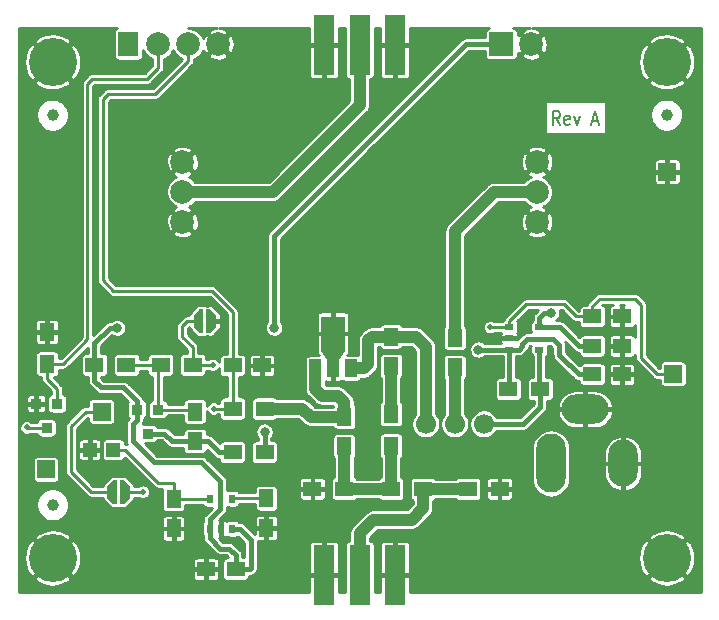
<source format=gtl>
G04 #@! TF.FileFunction,Copper,L1,Top,Signal*
%FSLAX46Y46*%
G04 Gerber Fmt 4.6, Leading zero omitted, Abs format (unit mm)*
G04 Created by KiCad (PCBNEW 0.201510291901+6286~30~ubuntu14.04.1-product) date Mon 02 Nov 2015 07:58:44 AM PST*
%MOMM*%
G01*
G04 APERTURE LIST*
%ADD10C,0.100000*%
%ADD11C,0.200000*%
%ADD12C,0.500000*%
%ADD13R,0.914400X0.914400*%
%ADD14R,1.200000X1.200000*%
%ADD15R,1.600000X1.500000*%
%ADD16C,4.064000*%
%ADD17R,0.508000X0.762000*%
%ADD18R,0.762000X0.508000*%
%ADD19R,1.500000X1.300000*%
%ADD20R,1.300000X1.500000*%
%ADD21R,1.500000X1.250000*%
%ADD22R,1.250000X1.500000*%
%ADD23R,2.000000X2.000000*%
%ADD24C,2.000000*%
%ADD25R,1.727200X2.032000*%
%ADD26C,1.000000*%
%ADD27R,1.501140X1.501140*%
%ADD28O,2.500000X4.000000*%
%ADD29O,2.500000X5.000000*%
%ADD30O,4.000000X2.500000*%
%ADD31R,0.300000X2.000000*%
%ADD32C,1.700000*%
%ADD33R,1.800000X5.080000*%
%ADD34C,0.300000*%
%ADD35R,1.000760X1.501140*%
%ADD36R,1.998980X2.999740*%
%ADD37C,0.800000*%
%ADD38C,0.400000*%
%ADD39C,0.250000*%
%ADD40C,1.000000*%
G04 APERTURE END LIST*
D10*
D11*
X146959524Y-69342857D02*
X146626190Y-68771429D01*
X146388095Y-69342857D02*
X146388095Y-68142857D01*
X146769048Y-68142857D01*
X146864286Y-68200000D01*
X146911905Y-68257143D01*
X146959524Y-68371429D01*
X146959524Y-68542857D01*
X146911905Y-68657143D01*
X146864286Y-68714286D01*
X146769048Y-68771429D01*
X146388095Y-68771429D01*
X147769048Y-69285714D02*
X147673810Y-69342857D01*
X147483333Y-69342857D01*
X147388095Y-69285714D01*
X147340476Y-69171429D01*
X147340476Y-68714286D01*
X147388095Y-68600000D01*
X147483333Y-68542857D01*
X147673810Y-68542857D01*
X147769048Y-68600000D01*
X147816667Y-68714286D01*
X147816667Y-68828571D01*
X147340476Y-68942857D01*
X148150000Y-68542857D02*
X148388095Y-69342857D01*
X148626191Y-68542857D01*
X149721429Y-69000000D02*
X150197620Y-69000000D01*
X149626191Y-69342857D02*
X149959524Y-68142857D01*
X150292858Y-69342857D01*
D12*
X143000000Y-73650000D03*
X140800000Y-73650000D03*
X138750000Y-75500000D03*
X136800000Y-77450000D03*
X136500000Y-79500000D03*
X136500000Y-81450000D03*
X136500000Y-83500000D03*
X139500000Y-83500000D03*
X139500000Y-81500000D03*
X139500000Y-79500000D03*
X141150000Y-77850000D03*
X142950000Y-76300000D03*
X127450000Y-68150000D03*
X128750000Y-66800000D03*
X126200000Y-69400000D03*
X124700000Y-70900000D03*
X123100000Y-72500000D03*
X131250000Y-66800000D03*
X130200000Y-69350000D03*
X128350000Y-71200000D03*
X126750000Y-72800000D03*
X125050000Y-74500000D03*
X121000000Y-73750000D03*
X119000000Y-73750000D03*
X117000000Y-73750000D03*
X123300000Y-76250000D03*
X121000000Y-76250000D03*
X119000000Y-76250000D03*
X117000000Y-76250000D03*
X124700000Y-90250000D03*
D13*
X102611000Y-92934000D03*
X104389000Y-92934000D03*
X103500000Y-94966000D03*
X111161000Y-93434000D03*
X112939000Y-93434000D03*
X112050000Y-95466000D03*
D14*
X107150000Y-96850000D03*
X109150000Y-96850000D03*
D15*
X108150000Y-93600000D03*
D16*
X104000000Y-64000000D03*
X104000000Y-106000000D03*
X156000000Y-106000000D03*
X156000000Y-64000000D03*
D17*
X117297500Y-103520000D03*
X119202500Y-103520000D03*
X117297500Y-100980000D03*
X118250000Y-103520000D03*
X119202500Y-100980000D03*
D18*
X142680000Y-86447500D03*
X142680000Y-88352500D03*
X145220000Y-86447500D03*
X142680000Y-87400000D03*
X145220000Y-88352500D03*
D19*
X142600000Y-91700000D03*
X145300000Y-91700000D03*
X121950000Y-93350000D03*
X119250000Y-93350000D03*
D20*
X132650000Y-93800000D03*
X132650000Y-96500000D03*
D19*
X119250000Y-97050000D03*
X121950000Y-97050000D03*
X128700000Y-100150000D03*
X126000000Y-100150000D03*
X113150000Y-89650000D03*
X115850000Y-89650000D03*
X132650000Y-100150000D03*
X135350000Y-100150000D03*
X107550000Y-89650000D03*
X110250000Y-89650000D03*
X139150000Y-100150000D03*
X141850000Y-100150000D03*
D20*
X103550000Y-89550000D03*
X103550000Y-86850000D03*
D21*
X117000000Y-106950000D03*
X119500000Y-106950000D03*
D22*
X122100000Y-103450000D03*
X122100000Y-100950000D03*
X114250000Y-103500000D03*
X114250000Y-101000000D03*
X138050000Y-87350000D03*
X138050000Y-89850000D03*
D21*
X149700000Y-88050000D03*
X152200000Y-88050000D03*
D22*
X132650000Y-87250000D03*
X132650000Y-89750000D03*
D21*
X121750000Y-89700000D03*
X119250000Y-89700000D03*
X149700000Y-90450000D03*
X152200000Y-90450000D03*
D22*
X128700000Y-94050000D03*
X128700000Y-96550000D03*
D21*
X149700000Y-85550000D03*
X152200000Y-85550000D03*
D22*
X116050000Y-96100000D03*
X116050000Y-93600000D03*
D23*
X142000000Y-62500000D03*
D24*
X144540000Y-62500000D03*
D25*
X110410000Y-62500000D03*
D24*
X112950000Y-62500000D03*
X115490000Y-62500000D03*
X118030000Y-62500000D03*
D26*
X104000000Y-101500000D03*
X104000000Y-68500000D03*
X156000000Y-68500000D03*
D24*
X145000000Y-75000000D03*
X115000000Y-75000000D03*
X145000000Y-77540000D03*
X145000000Y-72460000D03*
X115000000Y-77540000D03*
X115000000Y-72460000D03*
D27*
X156550000Y-90400000D03*
X103450000Y-98500000D03*
X156050000Y-73300000D03*
D28*
X152300000Y-98000000D03*
D29*
X146200000Y-98000000D03*
D30*
X149100000Y-93400000D03*
D10*
G36*
X109150000Y-99400000D02*
X109150000Y-101400000D01*
X108650000Y-100900000D01*
X108650000Y-99900000D01*
X109150000Y-99400000D01*
X109150000Y-99400000D01*
G37*
G36*
X110550000Y-99900000D02*
X110550000Y-100900000D01*
X110050000Y-101400000D01*
X110050000Y-99400000D01*
X110550000Y-99900000D01*
X110550000Y-99900000D01*
G37*
D31*
X109900000Y-100400000D03*
X109300000Y-100400000D03*
D10*
G36*
X116450000Y-84950000D02*
X116450000Y-86950000D01*
X115950000Y-86450000D01*
X115950000Y-85450000D01*
X116450000Y-84950000D01*
X116450000Y-84950000D01*
G37*
G36*
X117850000Y-85450000D02*
X117850000Y-86450000D01*
X117350000Y-86950000D01*
X117350000Y-84950000D01*
X117850000Y-85450000D01*
X117850000Y-85450000D01*
G37*
D31*
X117200000Y-85950000D03*
X116600000Y-85950000D03*
D32*
X138050000Y-94650000D03*
X140500000Y-94650000D03*
X135600000Y-94650000D03*
D12*
X124700000Y-88750000D03*
D33*
X130000000Y-62550000D03*
X127000000Y-62550000D03*
D34*
X133000000Y-64590000D03*
X133000000Y-60590000D03*
X132500000Y-61590000D03*
X133500000Y-61590000D03*
X133000000Y-62590000D03*
X132500000Y-63590000D03*
X133500000Y-63590000D03*
X127000000Y-64590000D03*
X127000000Y-60590000D03*
X126500000Y-61590000D03*
X127500000Y-61590000D03*
X127000000Y-62590000D03*
X126500000Y-63590000D03*
X127500000Y-63590000D03*
D33*
X133000000Y-62550000D03*
X130000000Y-107460000D03*
X127000000Y-107460000D03*
D34*
X133000000Y-109500000D03*
X133000000Y-105500000D03*
X132500000Y-106500000D03*
X133500000Y-106500000D03*
X133000000Y-107500000D03*
X132500000Y-108500000D03*
X133500000Y-108500000D03*
X127000000Y-109500000D03*
X127000000Y-105500000D03*
X126500000Y-106500000D03*
X127500000Y-106500000D03*
X127000000Y-107500000D03*
X126500000Y-108500000D03*
X127500000Y-108500000D03*
D33*
X133000000Y-107460000D03*
D35*
X126248860Y-89951660D03*
X127750000Y-89951660D03*
X129251140Y-89951660D03*
D36*
X127750000Y-87000180D03*
D10*
G36*
X128750760Y-88474650D02*
X128250380Y-89223950D01*
X127249620Y-89223950D01*
X126749240Y-88474650D01*
X128750760Y-88474650D01*
X128750760Y-88474650D01*
G37*
D12*
X141050000Y-86450000D03*
D37*
X140050000Y-88350000D03*
X121950000Y-95300000D03*
X109450000Y-86500000D03*
X122750000Y-86500000D03*
X146200000Y-85250000D03*
D12*
X117550000Y-89650000D03*
X101800000Y-94950000D03*
X111650000Y-100400000D03*
X117650000Y-93350000D03*
D38*
X119250000Y-97050000D02*
X118100000Y-97050000D01*
X118100000Y-97050000D02*
X117150000Y-96100000D01*
X117150000Y-96100000D02*
X116050000Y-96100000D01*
X113466000Y-95466000D02*
X114100000Y-96100000D01*
X112050000Y-95466000D02*
X113466000Y-95466000D01*
X114100000Y-96100000D02*
X116050000Y-96100000D01*
D39*
X112939000Y-93434000D02*
X112939000Y-89861000D01*
X112939000Y-89861000D02*
X113150000Y-89650000D01*
X112939000Y-93434000D02*
X115884000Y-93434000D01*
X115884000Y-93434000D02*
X116050000Y-93600000D01*
X110250000Y-89650000D02*
X113150000Y-89650000D01*
X142680000Y-86447500D02*
X141052500Y-86447500D01*
X141052500Y-86447500D02*
X141050000Y-86450000D01*
X153800000Y-89050000D02*
X155150000Y-90400000D01*
X155150000Y-90400000D02*
X156550000Y-90400000D01*
X153800000Y-84550000D02*
X153800000Y-89050000D01*
X153300000Y-84050000D02*
X153800000Y-84550000D01*
X150325000Y-84050000D02*
X153300000Y-84050000D01*
X149700000Y-85550000D02*
X149700000Y-84675000D01*
X149700000Y-84675000D02*
X150325000Y-84050000D01*
X147300000Y-84500000D02*
X148350000Y-85550000D01*
X148350000Y-85550000D02*
X149700000Y-85550000D01*
X144123500Y-84500000D02*
X147300000Y-84500000D01*
X142680000Y-86447500D02*
X142680000Y-85943500D01*
X142680000Y-85943500D02*
X144123500Y-84500000D01*
X117200000Y-85950000D02*
X117600000Y-85950000D01*
D40*
X127750000Y-89951660D02*
X127750000Y-88849300D01*
X127750000Y-87000180D02*
X127750000Y-89951660D01*
X128700000Y-94050000D02*
X128700000Y-92800000D01*
X128150000Y-92250000D02*
X126796630Y-92250000D01*
X128700000Y-92800000D02*
X128150000Y-92250000D01*
X126796630Y-92250000D02*
X126248860Y-91702230D01*
X126248860Y-91702230D02*
X126248860Y-89951660D01*
X125150000Y-93350000D02*
X125850000Y-94050000D01*
X125850000Y-94050000D02*
X128700000Y-94050000D01*
X121950000Y-93350000D02*
X125150000Y-93350000D01*
X132650000Y-100150000D02*
X132650000Y-96500000D01*
X128700000Y-100150000D02*
X128700000Y-96550000D01*
X132650000Y-100150000D02*
X128700000Y-100150000D01*
D38*
X140050000Y-88350000D02*
X142677500Y-88350000D01*
X142677500Y-88350000D02*
X142680000Y-88352500D01*
X121950000Y-97050000D02*
X121950000Y-95300000D01*
X143750000Y-87900000D02*
X143750000Y-88063500D01*
X143750000Y-88063500D02*
X143461000Y-88352500D01*
X143461000Y-88352500D02*
X142680000Y-88352500D01*
X144200000Y-87450000D02*
X143750000Y-87900000D01*
X146350000Y-87450000D02*
X144200000Y-87450000D01*
X146900000Y-88000000D02*
X146350000Y-87450000D01*
X146900000Y-88800000D02*
X146900000Y-88000000D01*
X149700000Y-90450000D02*
X148550000Y-90450000D01*
X148550000Y-90450000D02*
X146900000Y-88800000D01*
X142680000Y-88352500D02*
X142680000Y-91620000D01*
X142680000Y-91620000D02*
X142600000Y-91700000D01*
D40*
X130700000Y-89600000D02*
X130348340Y-89951660D01*
X130348340Y-89951660D02*
X129251140Y-89951660D01*
X130700000Y-87575000D02*
X130700000Y-89600000D01*
X132650000Y-87250000D02*
X131025000Y-87250000D01*
X131025000Y-87250000D02*
X130700000Y-87575000D01*
X135600000Y-88100000D02*
X134750000Y-87250000D01*
X134750000Y-87250000D02*
X132650000Y-87250000D01*
X135600000Y-94650000D02*
X135600000Y-88100000D01*
X132650000Y-89750000D02*
X132650000Y-93800000D01*
D38*
X109450000Y-86500000D02*
X108884315Y-86500000D01*
X108884315Y-86500000D02*
X107550000Y-87834315D01*
X107550000Y-87834315D02*
X107550000Y-88600000D01*
X107550000Y-88600000D02*
X107550000Y-89650000D01*
X139000000Y-62500000D02*
X122750000Y-78750000D01*
X122750000Y-78750000D02*
X122750000Y-86500000D01*
X142000000Y-62500000D02*
X139000000Y-62500000D01*
X118950000Y-105200000D02*
X119500000Y-105750000D01*
X119500000Y-105750000D02*
X119500000Y-106950000D01*
X118196500Y-105200000D02*
X118950000Y-105200000D01*
X117297500Y-103520000D02*
X117297500Y-104301000D01*
X117297500Y-104301000D02*
X118196500Y-105200000D01*
X120800000Y-106850000D02*
X120700000Y-106950000D01*
X120700000Y-106950000D02*
X119500000Y-106950000D01*
X120800000Y-104463500D02*
X120800000Y-106850000D01*
X119202500Y-103520000D02*
X119856500Y-103520000D01*
X119856500Y-103520000D02*
X120800000Y-104463500D01*
X118200000Y-99500000D02*
X118200000Y-101836500D01*
X118200000Y-101836500D02*
X117297500Y-102739000D01*
X117297500Y-102739000D02*
X117297500Y-103520000D01*
X116600000Y-97900000D02*
X118200000Y-99500000D01*
X112600000Y-97900000D02*
X116600000Y-97900000D01*
X110800000Y-96100000D02*
X112600000Y-97900000D01*
X110800000Y-94652200D02*
X110800000Y-96100000D01*
X111161000Y-93434000D02*
X111161000Y-94291200D01*
X111161000Y-94291200D02*
X110800000Y-94652200D01*
X146200000Y-85250000D02*
X145634315Y-85250000D01*
X145634315Y-85250000D02*
X145220000Y-85664315D01*
X145220000Y-85664315D02*
X145220000Y-86447500D01*
X119202500Y-106652500D02*
X119500000Y-106950000D01*
X148550000Y-88050000D02*
X146947500Y-86447500D01*
X146947500Y-86447500D02*
X145220000Y-86447500D01*
X149700000Y-88050000D02*
X148550000Y-88050000D01*
X149700000Y-88050000D02*
X149575000Y-88050000D01*
X108100000Y-91550000D02*
X107550000Y-91000000D01*
X111161000Y-92726800D02*
X109984200Y-91550000D01*
X111161000Y-93434000D02*
X111161000Y-92726800D01*
X109984200Y-91550000D02*
X108100000Y-91550000D01*
X107550000Y-91000000D02*
X107550000Y-89650000D01*
D40*
X138050000Y-78350000D02*
X141400000Y-75000000D01*
X141400000Y-75000000D02*
X145000000Y-75000000D01*
X138050000Y-87350000D02*
X138050000Y-78350000D01*
X138050000Y-94650000D02*
X138050000Y-89850000D01*
D39*
X114250000Y-101000000D02*
X114250000Y-99650000D01*
X112950000Y-99650000D02*
X110150000Y-96850000D01*
X114250000Y-99650000D02*
X112950000Y-99650000D01*
X110150000Y-96850000D02*
X109150000Y-96850000D01*
X117297500Y-100980000D02*
X114270000Y-100980000D01*
X114270000Y-100980000D02*
X114250000Y-101000000D01*
X122100000Y-100950000D02*
X119232500Y-100950000D01*
X119232500Y-100950000D02*
X119202500Y-100980000D01*
X112000000Y-65450000D02*
X112950000Y-64500000D01*
X112950000Y-64500000D02*
X112950000Y-62500000D01*
X107350000Y-65450000D02*
X112000000Y-65450000D01*
X106950000Y-65850000D02*
X107350000Y-65450000D01*
X106950000Y-87500000D02*
X106950000Y-65850000D01*
X104900000Y-89550000D02*
X106950000Y-87500000D01*
X103550000Y-89550000D02*
X104900000Y-89550000D01*
X103550000Y-90850000D02*
X104389000Y-91689000D01*
X104389000Y-91689000D02*
X104389000Y-92934000D01*
X103550000Y-89550000D02*
X103550000Y-90850000D01*
D40*
X135350000Y-100150000D02*
X139150000Y-100150000D01*
X134400000Y-102750000D02*
X135350000Y-101800000D01*
X135350000Y-101800000D02*
X135350000Y-100150000D01*
X131170000Y-102750000D02*
X134400000Y-102750000D01*
X130000000Y-107460000D02*
X130000000Y-103920000D01*
X130000000Y-103920000D02*
X131170000Y-102750000D01*
X115000000Y-75000000D02*
X122650000Y-75000000D01*
X122650000Y-75000000D02*
X130000000Y-67650000D01*
X130000000Y-67650000D02*
X130000000Y-62550000D01*
D39*
X115850000Y-89650000D02*
X115850000Y-88150000D01*
X115850000Y-88150000D02*
X114950000Y-87250000D01*
X114950000Y-87250000D02*
X114950000Y-86400000D01*
X114950000Y-86400000D02*
X115400000Y-85950000D01*
X115400000Y-85950000D02*
X116200000Y-85950000D01*
X117550000Y-89650000D02*
X115850000Y-89650000D01*
X103500000Y-94966000D02*
X101816000Y-94966000D01*
X101816000Y-94966000D02*
X101800000Y-94950000D01*
X116200000Y-85950000D02*
X116600000Y-85950000D01*
D38*
X143850000Y-94650000D02*
X145300000Y-93200000D01*
X145300000Y-93200000D02*
X145300000Y-91700000D01*
X140500000Y-94650000D02*
X143850000Y-94650000D01*
X145220000Y-88352500D02*
X145220000Y-91620000D01*
X145220000Y-91620000D02*
X145300000Y-91700000D01*
D39*
X117500000Y-83400000D02*
X119250000Y-85150000D01*
X119250000Y-85150000D02*
X119250000Y-89700000D01*
X109150000Y-83400000D02*
X117500000Y-83400000D01*
X108250000Y-82500000D02*
X109150000Y-83400000D01*
X108250000Y-67150000D02*
X108250000Y-82500000D01*
X108700000Y-66700000D02*
X108250000Y-67150000D01*
X112704213Y-66700000D02*
X108700000Y-66700000D01*
X115490000Y-62500000D02*
X115490000Y-63914213D01*
X115490000Y-63914213D02*
X112704213Y-66700000D01*
X111650000Y-100400000D02*
X110300000Y-100400000D01*
X119250000Y-93350000D02*
X117650000Y-93350000D01*
X119250000Y-89700000D02*
X119250000Y-90575000D01*
X119250000Y-90575000D02*
X119250000Y-93350000D01*
X109900000Y-100400000D02*
X110300000Y-100400000D01*
X108900000Y-100400000D02*
X107250000Y-100400000D01*
X107250000Y-100400000D02*
X105550000Y-98700000D01*
X105550000Y-98700000D02*
X105550000Y-94850000D01*
X105550000Y-94850000D02*
X106800000Y-93600000D01*
X106800000Y-93600000D02*
X108150000Y-93600000D01*
X108900000Y-100400000D02*
X109300000Y-100400000D01*
G36*
X109385396Y-61143315D02*
X109296857Y-61201657D01*
X109228078Y-61282357D01*
X109184504Y-61379022D01*
X109169586Y-61484000D01*
X109169586Y-63516000D01*
X109174348Y-63575717D01*
X109205715Y-63677004D01*
X109264057Y-63765543D01*
X109344757Y-63834322D01*
X109441422Y-63877896D01*
X109546400Y-63892814D01*
X111273600Y-63892814D01*
X111333317Y-63888052D01*
X111434604Y-63856685D01*
X111523143Y-63798343D01*
X111591922Y-63717643D01*
X111635496Y-63620978D01*
X111650414Y-63516000D01*
X111650414Y-62952929D01*
X111721135Y-63131551D01*
X111867208Y-63358211D01*
X112054523Y-63552182D01*
X112275947Y-63706075D01*
X112450000Y-63782117D01*
X112450000Y-64292894D01*
X111792894Y-64950000D01*
X107350000Y-64950000D01*
X107304011Y-64954509D01*
X107258024Y-64958532D01*
X107255499Y-64959265D01*
X107252883Y-64959522D01*
X107208677Y-64972869D01*
X107164316Y-64985757D01*
X107161981Y-64986967D01*
X107159465Y-64987727D01*
X107118675Y-65009415D01*
X107077680Y-65030665D01*
X107075627Y-65032304D01*
X107073304Y-65033539D01*
X107037512Y-65062730D01*
X107001417Y-65091545D01*
X106997754Y-65095157D01*
X106997683Y-65095215D01*
X106997628Y-65095281D01*
X106996446Y-65096447D01*
X106596447Y-65496447D01*
X106567168Y-65532092D01*
X106537443Y-65567516D01*
X106536175Y-65569823D01*
X106534508Y-65571852D01*
X106512701Y-65612521D01*
X106490432Y-65653029D01*
X106489637Y-65655536D01*
X106488395Y-65657852D01*
X106474893Y-65702015D01*
X106460926Y-65746044D01*
X106460633Y-65748655D01*
X106459864Y-65751171D01*
X106455194Y-65797147D01*
X106450049Y-65843019D01*
X106450013Y-65848157D01*
X106450003Y-65848255D01*
X106450012Y-65848346D01*
X106450000Y-65850000D01*
X106450000Y-87292893D01*
X104692894Y-89050000D01*
X104576814Y-89050000D01*
X104576814Y-88800000D01*
X104572052Y-88740283D01*
X104540685Y-88638996D01*
X104482343Y-88550457D01*
X104401643Y-88481678D01*
X104304978Y-88438104D01*
X104200000Y-88423186D01*
X102900000Y-88423186D01*
X102840283Y-88427948D01*
X102738996Y-88459315D01*
X102650457Y-88517657D01*
X102581678Y-88598357D01*
X102538104Y-88695022D01*
X102523186Y-88800000D01*
X102523186Y-90300000D01*
X102527948Y-90359717D01*
X102559315Y-90461004D01*
X102617657Y-90549543D01*
X102698357Y-90618322D01*
X102795022Y-90661896D01*
X102900000Y-90676814D01*
X103050000Y-90676814D01*
X103050000Y-90850000D01*
X103054505Y-90895944D01*
X103058532Y-90941976D01*
X103059265Y-90944501D01*
X103059522Y-90947117D01*
X103072869Y-90991323D01*
X103085757Y-91035684D01*
X103086967Y-91038019D01*
X103087727Y-91040535D01*
X103109394Y-91081285D01*
X103130664Y-91122320D01*
X103132306Y-91124376D01*
X103133539Y-91126696D01*
X103162728Y-91162485D01*
X103191545Y-91198582D01*
X103195152Y-91202240D01*
X103195215Y-91202317D01*
X103195286Y-91202376D01*
X103196447Y-91203553D01*
X103889000Y-91896107D01*
X103889000Y-92103399D01*
X103872083Y-92104748D01*
X103770796Y-92136115D01*
X103682257Y-92194457D01*
X103613478Y-92275157D01*
X103569904Y-92371822D01*
X103554986Y-92476800D01*
X103554986Y-93391200D01*
X103559748Y-93450917D01*
X103591115Y-93552204D01*
X103649457Y-93640743D01*
X103730157Y-93709522D01*
X103826822Y-93753096D01*
X103931800Y-93768014D01*
X104846200Y-93768014D01*
X104905917Y-93763252D01*
X105007204Y-93731885D01*
X105095743Y-93673543D01*
X105164522Y-93592843D01*
X105208096Y-93496178D01*
X105223014Y-93391200D01*
X105223014Y-92476800D01*
X105218252Y-92417083D01*
X105186885Y-92315796D01*
X105128543Y-92227257D01*
X105047843Y-92158478D01*
X104951178Y-92114904D01*
X104889000Y-92106068D01*
X104889000Y-91689000D01*
X104884491Y-91643011D01*
X104880468Y-91597024D01*
X104879735Y-91594499D01*
X104879478Y-91591883D01*
X104866131Y-91547677D01*
X104853243Y-91503316D01*
X104852033Y-91500981D01*
X104851273Y-91498465D01*
X104829585Y-91457675D01*
X104808335Y-91416680D01*
X104806696Y-91414627D01*
X104805461Y-91412304D01*
X104776270Y-91376512D01*
X104747455Y-91340417D01*
X104743843Y-91336754D01*
X104743785Y-91336683D01*
X104743719Y-91336628D01*
X104742553Y-91335446D01*
X104083920Y-90676814D01*
X104200000Y-90676814D01*
X104259717Y-90672052D01*
X104361004Y-90640685D01*
X104449543Y-90582343D01*
X104518322Y-90501643D01*
X104561896Y-90404978D01*
X104576814Y-90300000D01*
X104576814Y-90050000D01*
X104900000Y-90050000D01*
X104945944Y-90045495D01*
X104991976Y-90041468D01*
X104994501Y-90040735D01*
X104997117Y-90040478D01*
X105041323Y-90027131D01*
X105085684Y-90014243D01*
X105088019Y-90013033D01*
X105090535Y-90012273D01*
X105131285Y-89990606D01*
X105172320Y-89969336D01*
X105174376Y-89967694D01*
X105176696Y-89966461D01*
X105212485Y-89937272D01*
X105248582Y-89908455D01*
X105252240Y-89904848D01*
X105252317Y-89904785D01*
X105252376Y-89904714D01*
X105253553Y-89903553D01*
X106975000Y-88182107D01*
X106975000Y-88623186D01*
X106800000Y-88623186D01*
X106740283Y-88627948D01*
X106638996Y-88659315D01*
X106550457Y-88717657D01*
X106481678Y-88798357D01*
X106438104Y-88895022D01*
X106423186Y-89000000D01*
X106423186Y-90300000D01*
X106427948Y-90359717D01*
X106459315Y-90461004D01*
X106517657Y-90549543D01*
X106598357Y-90618322D01*
X106695022Y-90661896D01*
X106800000Y-90676814D01*
X106975000Y-90676814D01*
X106975000Y-91000000D01*
X106980184Y-91052867D01*
X106984812Y-91105772D01*
X106985656Y-91108677D01*
X106985951Y-91111685D01*
X107001290Y-91162490D01*
X107016120Y-91213536D01*
X107017513Y-91216223D01*
X107018386Y-91219115D01*
X107043299Y-91265969D01*
X107067764Y-91313168D01*
X107069652Y-91315533D01*
X107071070Y-91318200D01*
X107104640Y-91359361D01*
X107137777Y-91400870D01*
X107141922Y-91405073D01*
X107141997Y-91405165D01*
X107142082Y-91405235D01*
X107143414Y-91406586D01*
X107693413Y-91956586D01*
X107734473Y-91990313D01*
X107775144Y-92024440D01*
X107777793Y-92025896D01*
X107780130Y-92027816D01*
X107826904Y-92052896D01*
X107873483Y-92078503D01*
X107876370Y-92079419D01*
X107879030Y-92080845D01*
X107929786Y-92096363D01*
X107980451Y-92112435D01*
X107983454Y-92112772D01*
X107986346Y-92113656D01*
X108039169Y-92119021D01*
X108091972Y-92124944D01*
X108097887Y-92124985D01*
X108097993Y-92124996D01*
X108098092Y-92124987D01*
X108100000Y-92125000D01*
X109746028Y-92125000D01*
X110390404Y-92769377D01*
X110385478Y-92775157D01*
X110341904Y-92871822D01*
X110326986Y-92976800D01*
X110326986Y-93891200D01*
X110331748Y-93950917D01*
X110363115Y-94052204D01*
X110421457Y-94140743D01*
X110462935Y-94176093D01*
X110393414Y-94245614D01*
X110359708Y-94286648D01*
X110325560Y-94327344D01*
X110324104Y-94329993D01*
X110322184Y-94332330D01*
X110297085Y-94379139D01*
X110271497Y-94425683D01*
X110270583Y-94428566D01*
X110269154Y-94431230D01*
X110253626Y-94482020D01*
X110237565Y-94532651D01*
X110237228Y-94535656D01*
X110236344Y-94538547D01*
X110230974Y-94591409D01*
X110225056Y-94644172D01*
X110225015Y-94650077D01*
X110225003Y-94650193D01*
X110225013Y-94650301D01*
X110225000Y-94652200D01*
X110225000Y-96100000D01*
X110230184Y-96152867D01*
X110234812Y-96205772D01*
X110235656Y-96208677D01*
X110235951Y-96211685D01*
X110251290Y-96262490D01*
X110266120Y-96313536D01*
X110267513Y-96316223D01*
X110268386Y-96319115D01*
X110293299Y-96365969D01*
X110297912Y-96374870D01*
X110253956Y-96360926D01*
X110251345Y-96360633D01*
X110248829Y-96359864D01*
X110202853Y-96355194D01*
X110156981Y-96350049D01*
X110151843Y-96350013D01*
X110151745Y-96350003D01*
X110151654Y-96350012D01*
X110150000Y-96350000D01*
X110126814Y-96350000D01*
X110126814Y-96250000D01*
X110122052Y-96190283D01*
X110090685Y-96088996D01*
X110032343Y-96000457D01*
X109951643Y-95931678D01*
X109854978Y-95888104D01*
X109750000Y-95873186D01*
X108550000Y-95873186D01*
X108490283Y-95877948D01*
X108388996Y-95909315D01*
X108300457Y-95967657D01*
X108231678Y-96048357D01*
X108188104Y-96145022D01*
X108173186Y-96250000D01*
X108173186Y-97450000D01*
X108177948Y-97509717D01*
X108209315Y-97611004D01*
X108267657Y-97699543D01*
X108348357Y-97768322D01*
X108445022Y-97811896D01*
X108550000Y-97826814D01*
X109750000Y-97826814D01*
X109809717Y-97822052D01*
X109911004Y-97790685D01*
X109999543Y-97732343D01*
X110068322Y-97651643D01*
X110111896Y-97554978D01*
X110116372Y-97523478D01*
X112596447Y-100003553D01*
X112632092Y-100032832D01*
X112667516Y-100062557D01*
X112669823Y-100063825D01*
X112671852Y-100065492D01*
X112712521Y-100087299D01*
X112753029Y-100109568D01*
X112755536Y-100110363D01*
X112757852Y-100111605D01*
X112802015Y-100125107D01*
X112846044Y-100139074D01*
X112848655Y-100139367D01*
X112851171Y-100140136D01*
X112897147Y-100144806D01*
X112943019Y-100149951D01*
X112948157Y-100149987D01*
X112948255Y-100149997D01*
X112948346Y-100149988D01*
X112950000Y-100150000D01*
X113262397Y-100150000D01*
X113248186Y-100250000D01*
X113248186Y-101750000D01*
X113252948Y-101809717D01*
X113284315Y-101911004D01*
X113342657Y-101999543D01*
X113423357Y-102068322D01*
X113520022Y-102111896D01*
X113625000Y-102126814D01*
X114875000Y-102126814D01*
X114934717Y-102122052D01*
X115036004Y-102090685D01*
X115124543Y-102032343D01*
X115193322Y-101951643D01*
X115236896Y-101854978D01*
X115251814Y-101750000D01*
X115251814Y-101480000D01*
X116689807Y-101480000D01*
X116702815Y-101522004D01*
X116761157Y-101610543D01*
X116841857Y-101679322D01*
X116938522Y-101722896D01*
X117043500Y-101737814D01*
X117485513Y-101737814D01*
X116890914Y-102332414D01*
X116857208Y-102373448D01*
X116823060Y-102414144D01*
X116821604Y-102416793D01*
X116819684Y-102419130D01*
X116794585Y-102465939D01*
X116768997Y-102512483D01*
X116768083Y-102515366D01*
X116766654Y-102518030D01*
X116751126Y-102568820D01*
X116735065Y-102619451D01*
X116734728Y-102622456D01*
X116733844Y-102625347D01*
X116728474Y-102678209D01*
X116722556Y-102730972D01*
X116722515Y-102736877D01*
X116722503Y-102736993D01*
X116722513Y-102737101D01*
X116722500Y-102739000D01*
X116722500Y-102943298D01*
X116681604Y-103034022D01*
X116666686Y-103139000D01*
X116666686Y-103901000D01*
X116671448Y-103960717D01*
X116702815Y-104062004D01*
X116722500Y-104091878D01*
X116722500Y-104301000D01*
X116727684Y-104353867D01*
X116732312Y-104406772D01*
X116733156Y-104409677D01*
X116733451Y-104412685D01*
X116748790Y-104463490D01*
X116763620Y-104514536D01*
X116765013Y-104517223D01*
X116765886Y-104520115D01*
X116790799Y-104566969D01*
X116815264Y-104614168D01*
X116817152Y-104616533D01*
X116818570Y-104619200D01*
X116852140Y-104660361D01*
X116885277Y-104701870D01*
X116889422Y-104706073D01*
X116889497Y-104706165D01*
X116889582Y-104706235D01*
X116890914Y-104707586D01*
X117789914Y-105606586D01*
X117830948Y-105640292D01*
X117871644Y-105674440D01*
X117874293Y-105675896D01*
X117876630Y-105677816D01*
X117923439Y-105702915D01*
X117969983Y-105728503D01*
X117972866Y-105729417D01*
X117975530Y-105730846D01*
X118026320Y-105746374D01*
X118076951Y-105762435D01*
X118079956Y-105762772D01*
X118082847Y-105763656D01*
X118135709Y-105769026D01*
X118188472Y-105774944D01*
X118194377Y-105774985D01*
X118194493Y-105774997D01*
X118194601Y-105774987D01*
X118196500Y-105775000D01*
X118711828Y-105775000D01*
X118885013Y-105948186D01*
X118750000Y-105948186D01*
X118690283Y-105952948D01*
X118588996Y-105984315D01*
X118500457Y-106042657D01*
X118431678Y-106123357D01*
X118388104Y-106220022D01*
X118373186Y-106325000D01*
X118373186Y-107575000D01*
X118377948Y-107634717D01*
X118409315Y-107736004D01*
X118467657Y-107824543D01*
X118548357Y-107893322D01*
X118645022Y-107936896D01*
X118750000Y-107951814D01*
X120250000Y-107951814D01*
X120309717Y-107947052D01*
X120411004Y-107915685D01*
X120499543Y-107857343D01*
X120568322Y-107776643D01*
X120611896Y-107679978D01*
X120626814Y-107575000D01*
X120626814Y-107525000D01*
X120700000Y-107525000D01*
X120752867Y-107519816D01*
X120805772Y-107515188D01*
X120808677Y-107514344D01*
X120811685Y-107514049D01*
X120862490Y-107498710D01*
X120913536Y-107483880D01*
X120916223Y-107482487D01*
X120919115Y-107481614D01*
X120965969Y-107456701D01*
X121013168Y-107432236D01*
X121015533Y-107430348D01*
X121018200Y-107428930D01*
X121059361Y-107395360D01*
X121100870Y-107362223D01*
X121105073Y-107358078D01*
X121105165Y-107358003D01*
X121105235Y-107357918D01*
X121106586Y-107356586D01*
X121206586Y-107256587D01*
X121240313Y-107215527D01*
X121274440Y-107174856D01*
X121275896Y-107172207D01*
X121277816Y-107169870D01*
X121302896Y-107123096D01*
X121328503Y-107076517D01*
X121329419Y-107073630D01*
X121330845Y-107070970D01*
X121346363Y-107020214D01*
X121362435Y-106969549D01*
X121362772Y-106966546D01*
X121363656Y-106963654D01*
X121369021Y-106910831D01*
X121374944Y-106858028D01*
X121374985Y-106852113D01*
X121374996Y-106852007D01*
X121374987Y-106851908D01*
X121375000Y-106850000D01*
X121375000Y-104883065D01*
X125725000Y-104883065D01*
X125725000Y-107291250D01*
X125818750Y-107385000D01*
X126925000Y-107385000D01*
X126925000Y-104638750D01*
X127075000Y-104638750D01*
X127075000Y-107385000D01*
X128181250Y-107385000D01*
X128275000Y-107291250D01*
X128275000Y-104883065D01*
X128260589Y-104810616D01*
X128232321Y-104742371D01*
X128191281Y-104680951D01*
X128139048Y-104628718D01*
X128077629Y-104587679D01*
X128009383Y-104559411D01*
X127936934Y-104545000D01*
X127168750Y-104545000D01*
X127075000Y-104638750D01*
X126925000Y-104638750D01*
X126831250Y-104545000D01*
X126063066Y-104545000D01*
X125990617Y-104559411D01*
X125922371Y-104587679D01*
X125860952Y-104628718D01*
X125808719Y-104680951D01*
X125767679Y-104742371D01*
X125739411Y-104810616D01*
X125725000Y-104883065D01*
X121375000Y-104883065D01*
X121375000Y-104562456D01*
X121438065Y-104575000D01*
X121931250Y-104575000D01*
X122025000Y-104481250D01*
X122025000Y-103525000D01*
X122175000Y-103525000D01*
X122175000Y-104481250D01*
X122268750Y-104575000D01*
X122761935Y-104575000D01*
X122834384Y-104560589D01*
X122902629Y-104532321D01*
X122964049Y-104491281D01*
X123016282Y-104439048D01*
X123057321Y-104377629D01*
X123085589Y-104309383D01*
X123100000Y-104236934D01*
X123100000Y-103618750D01*
X123006250Y-103525000D01*
X122175000Y-103525000D01*
X122025000Y-103525000D01*
X121193750Y-103525000D01*
X121100000Y-103618750D01*
X121100000Y-103950327D01*
X120263086Y-103113414D01*
X120222052Y-103079708D01*
X120181356Y-103045560D01*
X120178707Y-103044104D01*
X120176370Y-103042184D01*
X120129561Y-103017085D01*
X120083017Y-102991497D01*
X120080134Y-102990583D01*
X120077470Y-102989154D01*
X120026680Y-102973626D01*
X119976049Y-102957565D01*
X119973044Y-102957228D01*
X119970153Y-102956344D01*
X119917291Y-102950974D01*
X119864528Y-102945056D01*
X119858623Y-102945015D01*
X119858507Y-102945003D01*
X119858399Y-102945013D01*
X119856500Y-102945000D01*
X119775443Y-102945000D01*
X119738843Y-102889457D01*
X119658143Y-102820678D01*
X119561478Y-102777104D01*
X119456500Y-102762186D01*
X118948500Y-102762186D01*
X118888783Y-102766948D01*
X118787496Y-102798315D01*
X118727892Y-102837591D01*
X118681629Y-102806679D01*
X118613383Y-102778411D01*
X118540934Y-102764000D01*
X118418750Y-102764000D01*
X118325000Y-102857750D01*
X118325000Y-103445000D01*
X118345000Y-103445000D01*
X118345000Y-103595000D01*
X118325000Y-103595000D01*
X118325000Y-104182250D01*
X118418750Y-104276000D01*
X118540934Y-104276000D01*
X118613383Y-104261589D01*
X118681629Y-104233321D01*
X118727399Y-104202738D01*
X118746857Y-104219322D01*
X118843522Y-104262896D01*
X118948500Y-104277814D01*
X119456500Y-104277814D01*
X119516217Y-104273052D01*
X119617504Y-104241685D01*
X119706043Y-104183343D01*
X119706332Y-104183004D01*
X120225000Y-104701673D01*
X120225000Y-105948186D01*
X120075000Y-105948186D01*
X120075000Y-105750000D01*
X120069812Y-105697087D01*
X120065187Y-105644228D01*
X120064344Y-105641328D01*
X120064049Y-105638315D01*
X120048687Y-105587435D01*
X120033879Y-105536463D01*
X120032488Y-105533779D01*
X120031614Y-105530885D01*
X120006671Y-105483974D01*
X119982235Y-105436832D01*
X119980350Y-105434471D01*
X119978930Y-105431800D01*
X119945337Y-105390611D01*
X119912223Y-105349130D01*
X119908074Y-105344922D01*
X119908003Y-105344835D01*
X119907922Y-105344768D01*
X119906586Y-105343413D01*
X119356586Y-104793414D01*
X119315552Y-104759708D01*
X119274856Y-104725560D01*
X119272207Y-104724104D01*
X119269870Y-104722184D01*
X119223061Y-104697085D01*
X119176517Y-104671497D01*
X119173634Y-104670583D01*
X119170970Y-104669154D01*
X119120180Y-104653626D01*
X119069549Y-104637565D01*
X119066544Y-104637228D01*
X119063653Y-104636344D01*
X119010791Y-104630974D01*
X118958028Y-104625056D01*
X118952123Y-104625015D01*
X118952007Y-104625003D01*
X118951899Y-104625013D01*
X118950000Y-104625000D01*
X118434672Y-104625000D01*
X118083461Y-104273789D01*
X118175000Y-104182250D01*
X118175000Y-103595000D01*
X118155000Y-103595000D01*
X118155000Y-103445000D01*
X118175000Y-103445000D01*
X118175000Y-102857750D01*
X118083461Y-102766211D01*
X118186606Y-102663066D01*
X121100000Y-102663066D01*
X121100000Y-103281250D01*
X121193750Y-103375000D01*
X122025000Y-103375000D01*
X122025000Y-102418750D01*
X122175000Y-102418750D01*
X122175000Y-103375000D01*
X123006250Y-103375000D01*
X123100000Y-103281250D01*
X123100000Y-102663066D01*
X123085589Y-102590617D01*
X123057321Y-102522371D01*
X123016282Y-102460952D01*
X122964049Y-102408719D01*
X122902629Y-102367679D01*
X122834384Y-102339411D01*
X122761935Y-102325000D01*
X122268750Y-102325000D01*
X122175000Y-102418750D01*
X122025000Y-102418750D01*
X121931250Y-102325000D01*
X121438065Y-102325000D01*
X121365616Y-102339411D01*
X121297371Y-102367679D01*
X121235951Y-102408719D01*
X121183718Y-102460952D01*
X121142679Y-102522371D01*
X121114411Y-102590617D01*
X121100000Y-102663066D01*
X118186606Y-102663066D01*
X118606587Y-102243086D01*
X118640299Y-102202044D01*
X118674440Y-102161356D01*
X118675898Y-102158704D01*
X118677816Y-102156369D01*
X118702904Y-102109582D01*
X118728503Y-102063017D01*
X118729418Y-102060134D01*
X118730846Y-102057470D01*
X118746374Y-102006680D01*
X118762435Y-101956049D01*
X118762772Y-101953044D01*
X118763656Y-101950153D01*
X118769026Y-101897291D01*
X118774944Y-101844528D01*
X118774985Y-101838623D01*
X118774997Y-101838507D01*
X118774987Y-101838399D01*
X118775000Y-101836500D01*
X118775000Y-101692008D01*
X118843522Y-101722896D01*
X118948500Y-101737814D01*
X119456500Y-101737814D01*
X119516217Y-101733052D01*
X119617504Y-101701685D01*
X119706043Y-101643343D01*
X119774822Y-101562643D01*
X119818396Y-101465978D01*
X119820667Y-101450000D01*
X121098186Y-101450000D01*
X121098186Y-101700000D01*
X121102948Y-101759717D01*
X121134315Y-101861004D01*
X121192657Y-101949543D01*
X121273357Y-102018322D01*
X121370022Y-102061896D01*
X121475000Y-102076814D01*
X122725000Y-102076814D01*
X122784717Y-102072052D01*
X122886004Y-102040685D01*
X122974543Y-101982343D01*
X123043322Y-101901643D01*
X123086896Y-101804978D01*
X123101814Y-101700000D01*
X123101814Y-100318750D01*
X124875000Y-100318750D01*
X124875000Y-100836935D01*
X124889411Y-100909384D01*
X124917679Y-100977629D01*
X124958719Y-101039049D01*
X125010952Y-101091282D01*
X125072371Y-101132321D01*
X125140617Y-101160589D01*
X125213066Y-101175000D01*
X125831250Y-101175000D01*
X125925000Y-101081250D01*
X125925000Y-100225000D01*
X126075000Y-100225000D01*
X126075000Y-101081250D01*
X126168750Y-101175000D01*
X126786934Y-101175000D01*
X126859383Y-101160589D01*
X126927629Y-101132321D01*
X126989048Y-101091282D01*
X127041281Y-101039049D01*
X127082321Y-100977629D01*
X127110589Y-100909384D01*
X127125000Y-100836935D01*
X127125000Y-100318750D01*
X127031250Y-100225000D01*
X126075000Y-100225000D01*
X125925000Y-100225000D01*
X124968750Y-100225000D01*
X124875000Y-100318750D01*
X123101814Y-100318750D01*
X123101814Y-100200000D01*
X123097052Y-100140283D01*
X123065685Y-100038996D01*
X123007343Y-99950457D01*
X122926643Y-99881678D01*
X122829978Y-99838104D01*
X122725000Y-99823186D01*
X121475000Y-99823186D01*
X121415283Y-99827948D01*
X121313996Y-99859315D01*
X121225457Y-99917657D01*
X121156678Y-99998357D01*
X121113104Y-100095022D01*
X121098186Y-100200000D01*
X121098186Y-100450000D01*
X119800902Y-100450000D01*
X119797185Y-100437996D01*
X119738843Y-100349457D01*
X119658143Y-100280678D01*
X119561478Y-100237104D01*
X119456500Y-100222186D01*
X118948500Y-100222186D01*
X118888783Y-100226948D01*
X118787496Y-100258315D01*
X118775000Y-100266549D01*
X118775000Y-99500000D01*
X118771379Y-99463065D01*
X124875000Y-99463065D01*
X124875000Y-99981250D01*
X124968750Y-100075000D01*
X125925000Y-100075000D01*
X125925000Y-99218750D01*
X126075000Y-99218750D01*
X126075000Y-100075000D01*
X127031250Y-100075000D01*
X127125000Y-99981250D01*
X127125000Y-99500000D01*
X127573186Y-99500000D01*
X127573186Y-100800000D01*
X127577948Y-100859717D01*
X127609315Y-100961004D01*
X127667657Y-101049543D01*
X127748357Y-101118322D01*
X127845022Y-101161896D01*
X127950000Y-101176814D01*
X129450000Y-101176814D01*
X129509717Y-101172052D01*
X129611004Y-101140685D01*
X129699543Y-101082343D01*
X129748415Y-101025000D01*
X131601485Y-101025000D01*
X131617657Y-101049543D01*
X131698357Y-101118322D01*
X131795022Y-101161896D01*
X131900000Y-101176814D01*
X133400000Y-101176814D01*
X133459717Y-101172052D01*
X133561004Y-101140685D01*
X133649543Y-101082343D01*
X133718322Y-101001643D01*
X133761896Y-100904978D01*
X133776814Y-100800000D01*
X133776814Y-99500000D01*
X133772052Y-99440283D01*
X133740685Y-99338996D01*
X133682343Y-99250457D01*
X133601643Y-99181678D01*
X133525000Y-99147129D01*
X133525000Y-97548515D01*
X133549543Y-97532343D01*
X133618322Y-97451643D01*
X133661896Y-97354978D01*
X133676814Y-97250000D01*
X133676814Y-96736089D01*
X144575000Y-96736089D01*
X144575000Y-99263911D01*
X144605948Y-99579542D01*
X144697613Y-99883150D01*
X144846503Y-100163172D01*
X145046948Y-100408942D01*
X145291312Y-100611097D01*
X145570287Y-100761939D01*
X145873248Y-100855721D01*
X146188655Y-100888871D01*
X146504495Y-100860128D01*
X146808736Y-100770585D01*
X147089790Y-100623653D01*
X147336953Y-100424929D01*
X147540809Y-100181982D01*
X147693595Y-99904067D01*
X147789490Y-99601767D01*
X147824842Y-99286600D01*
X147825000Y-99263911D01*
X147825000Y-98075000D01*
X150675000Y-98075000D01*
X150675000Y-98825000D01*
X150720856Y-99140581D01*
X150827397Y-99441152D01*
X150990530Y-99715162D01*
X151203985Y-99952082D01*
X151459559Y-100142806D01*
X151747431Y-100280006D01*
X151971988Y-100341550D01*
X152225000Y-100279412D01*
X152225000Y-98075000D01*
X152375000Y-98075000D01*
X152375000Y-100279412D01*
X152628012Y-100341550D01*
X152852569Y-100280006D01*
X153140441Y-100142806D01*
X153396015Y-99952082D01*
X153609470Y-99715162D01*
X153772603Y-99441152D01*
X153879144Y-99140581D01*
X153925000Y-98825000D01*
X153925000Y-98075000D01*
X152375000Y-98075000D01*
X152225000Y-98075000D01*
X150675000Y-98075000D01*
X147825000Y-98075000D01*
X147825000Y-97175000D01*
X150675000Y-97175000D01*
X150675000Y-97925000D01*
X152225000Y-97925000D01*
X152225000Y-95720588D01*
X152375000Y-95720588D01*
X152375000Y-97925000D01*
X153925000Y-97925000D01*
X153925000Y-97175000D01*
X153879144Y-96859419D01*
X153772603Y-96558848D01*
X153609470Y-96284838D01*
X153396015Y-96047918D01*
X153140441Y-95857194D01*
X152852569Y-95719994D01*
X152628012Y-95658450D01*
X152375000Y-95720588D01*
X152225000Y-95720588D01*
X151971988Y-95658450D01*
X151747431Y-95719994D01*
X151459559Y-95857194D01*
X151203985Y-96047918D01*
X150990530Y-96284838D01*
X150827397Y-96558848D01*
X150720856Y-96859419D01*
X150675000Y-97175000D01*
X147825000Y-97175000D01*
X147825000Y-96736089D01*
X147794052Y-96420458D01*
X147702387Y-96116850D01*
X147553497Y-95836828D01*
X147353052Y-95591058D01*
X147108688Y-95388903D01*
X146829713Y-95238061D01*
X146526752Y-95144279D01*
X146211345Y-95111129D01*
X145895505Y-95139872D01*
X145591264Y-95229415D01*
X145310210Y-95376347D01*
X145063047Y-95575071D01*
X144859191Y-95818018D01*
X144706405Y-96095933D01*
X144610510Y-96398233D01*
X144575158Y-96713400D01*
X144575000Y-96736089D01*
X133676814Y-96736089D01*
X133676814Y-95750000D01*
X133672052Y-95690283D01*
X133640685Y-95588996D01*
X133582343Y-95500457D01*
X133501643Y-95431678D01*
X133404978Y-95388104D01*
X133300000Y-95373186D01*
X132000000Y-95373186D01*
X131940283Y-95377948D01*
X131838996Y-95409315D01*
X131750457Y-95467657D01*
X131681678Y-95548357D01*
X131638104Y-95645022D01*
X131623186Y-95750000D01*
X131623186Y-97250000D01*
X131627948Y-97309717D01*
X131659315Y-97411004D01*
X131717657Y-97499543D01*
X131775000Y-97548415D01*
X131775000Y-99148165D01*
X131738996Y-99159315D01*
X131650457Y-99217657D01*
X131601585Y-99275000D01*
X129748515Y-99275000D01*
X129732343Y-99250457D01*
X129651643Y-99181678D01*
X129575000Y-99147129D01*
X129575000Y-97581807D01*
X129643322Y-97501643D01*
X129686896Y-97404978D01*
X129701814Y-97300000D01*
X129701814Y-95800000D01*
X129697052Y-95740283D01*
X129665685Y-95638996D01*
X129607343Y-95550457D01*
X129526643Y-95481678D01*
X129429978Y-95438104D01*
X129325000Y-95423186D01*
X128075000Y-95423186D01*
X128015283Y-95427948D01*
X127913996Y-95459315D01*
X127825457Y-95517657D01*
X127756678Y-95598357D01*
X127713104Y-95695022D01*
X127698186Y-95800000D01*
X127698186Y-97300000D01*
X127702948Y-97359717D01*
X127734315Y-97461004D01*
X127792657Y-97549543D01*
X127825000Y-97577108D01*
X127825000Y-99148165D01*
X127788996Y-99159315D01*
X127700457Y-99217657D01*
X127631678Y-99298357D01*
X127588104Y-99395022D01*
X127573186Y-99500000D01*
X127125000Y-99500000D01*
X127125000Y-99463065D01*
X127110589Y-99390616D01*
X127082321Y-99322371D01*
X127041281Y-99260951D01*
X126989048Y-99208718D01*
X126927629Y-99167679D01*
X126859383Y-99139411D01*
X126786934Y-99125000D01*
X126168750Y-99125000D01*
X126075000Y-99218750D01*
X125925000Y-99218750D01*
X125831250Y-99125000D01*
X125213066Y-99125000D01*
X125140617Y-99139411D01*
X125072371Y-99167679D01*
X125010952Y-99208718D01*
X124958719Y-99260951D01*
X124917679Y-99322371D01*
X124889411Y-99390616D01*
X124875000Y-99463065D01*
X118771379Y-99463065D01*
X118769821Y-99447178D01*
X118765188Y-99394228D01*
X118764344Y-99391323D01*
X118764049Y-99388315D01*
X118748710Y-99337510D01*
X118733880Y-99286464D01*
X118732487Y-99283777D01*
X118731614Y-99280885D01*
X118706690Y-99234010D01*
X118682236Y-99186833D01*
X118680350Y-99184470D01*
X118678930Y-99181800D01*
X118645367Y-99140647D01*
X118612224Y-99099130D01*
X118608073Y-99094921D01*
X118608003Y-99094835D01*
X118607924Y-99094769D01*
X118606587Y-99093414D01*
X117006586Y-97493414D01*
X116965552Y-97459708D01*
X116924856Y-97425560D01*
X116922207Y-97424104D01*
X116919870Y-97422184D01*
X116873061Y-97397085D01*
X116826517Y-97371497D01*
X116823634Y-97370583D01*
X116820970Y-97369154D01*
X116770180Y-97353626D01*
X116719549Y-97337565D01*
X116716544Y-97337228D01*
X116713653Y-97336344D01*
X116660791Y-97330974D01*
X116608028Y-97325056D01*
X116602123Y-97325015D01*
X116602007Y-97325003D01*
X116601899Y-97325013D01*
X116600000Y-97325000D01*
X112838173Y-97325000D01*
X111813186Y-96300014D01*
X112507200Y-96300014D01*
X112566917Y-96295252D01*
X112668204Y-96263885D01*
X112756743Y-96205543D01*
X112825522Y-96124843D01*
X112863316Y-96041000D01*
X113227828Y-96041000D01*
X113693413Y-96506586D01*
X113734473Y-96540313D01*
X113775144Y-96574440D01*
X113777793Y-96575896D01*
X113780130Y-96577816D01*
X113826904Y-96602896D01*
X113873483Y-96628503D01*
X113876370Y-96629419D01*
X113879030Y-96630845D01*
X113929786Y-96646363D01*
X113980451Y-96662435D01*
X113983454Y-96662772D01*
X113986346Y-96663656D01*
X114039169Y-96669021D01*
X114091972Y-96674944D01*
X114097887Y-96674985D01*
X114097993Y-96674996D01*
X114098092Y-96674987D01*
X114100000Y-96675000D01*
X115048186Y-96675000D01*
X115048186Y-96850000D01*
X115052948Y-96909717D01*
X115084315Y-97011004D01*
X115142657Y-97099543D01*
X115223357Y-97168322D01*
X115320022Y-97211896D01*
X115425000Y-97226814D01*
X116675000Y-97226814D01*
X116734717Y-97222052D01*
X116836004Y-97190685D01*
X116924543Y-97132343D01*
X116993322Y-97051643D01*
X117036896Y-96954978D01*
X117051814Y-96850000D01*
X117051814Y-96814986D01*
X117693414Y-97456586D01*
X117734448Y-97490292D01*
X117775144Y-97524440D01*
X117777793Y-97525896D01*
X117780130Y-97527816D01*
X117826939Y-97552915D01*
X117873483Y-97578503D01*
X117876366Y-97579417D01*
X117879030Y-97580846D01*
X117929820Y-97596374D01*
X117980451Y-97612435D01*
X117983456Y-97612772D01*
X117986347Y-97613656D01*
X118039209Y-97619026D01*
X118091972Y-97624944D01*
X118097877Y-97624985D01*
X118097993Y-97624997D01*
X118098101Y-97624987D01*
X118100000Y-97625000D01*
X118123186Y-97625000D01*
X118123186Y-97700000D01*
X118127948Y-97759717D01*
X118159315Y-97861004D01*
X118217657Y-97949543D01*
X118298357Y-98018322D01*
X118395022Y-98061896D01*
X118500000Y-98076814D01*
X120000000Y-98076814D01*
X120059717Y-98072052D01*
X120161004Y-98040685D01*
X120249543Y-97982343D01*
X120318322Y-97901643D01*
X120361896Y-97804978D01*
X120376814Y-97700000D01*
X120376814Y-96400000D01*
X120823186Y-96400000D01*
X120823186Y-97700000D01*
X120827948Y-97759717D01*
X120859315Y-97861004D01*
X120917657Y-97949543D01*
X120998357Y-98018322D01*
X121095022Y-98061896D01*
X121200000Y-98076814D01*
X122700000Y-98076814D01*
X122759717Y-98072052D01*
X122861004Y-98040685D01*
X122949543Y-97982343D01*
X123018322Y-97901643D01*
X123061896Y-97804978D01*
X123076814Y-97700000D01*
X123076814Y-96400000D01*
X123072052Y-96340283D01*
X123040685Y-96238996D01*
X122982343Y-96150457D01*
X122901643Y-96081678D01*
X122804978Y-96038104D01*
X122700000Y-96023186D01*
X122525000Y-96023186D01*
X122525000Y-95822669D01*
X122539510Y-95808851D01*
X122627119Y-95684657D01*
X122688937Y-95545812D01*
X122722609Y-95397603D01*
X122725033Y-95224007D01*
X122695513Y-95074916D01*
X122637595Y-94934399D01*
X122553488Y-94807807D01*
X122446394Y-94699963D01*
X122320392Y-94614974D01*
X122180283Y-94556077D01*
X122031402Y-94525516D01*
X121879420Y-94524455D01*
X121730127Y-94552934D01*
X121589208Y-94609869D01*
X121462032Y-94693091D01*
X121353443Y-94799429D01*
X121267576Y-94924834D01*
X121207703Y-95064529D01*
X121176103Y-95213194D01*
X121173981Y-95365164D01*
X121201417Y-95514653D01*
X121257367Y-95655965D01*
X121339699Y-95783719D01*
X121375000Y-95820274D01*
X121375000Y-96023186D01*
X121200000Y-96023186D01*
X121140283Y-96027948D01*
X121038996Y-96059315D01*
X120950457Y-96117657D01*
X120881678Y-96198357D01*
X120838104Y-96295022D01*
X120823186Y-96400000D01*
X120376814Y-96400000D01*
X120372052Y-96340283D01*
X120340685Y-96238996D01*
X120282343Y-96150457D01*
X120201643Y-96081678D01*
X120104978Y-96038104D01*
X120000000Y-96023186D01*
X118500000Y-96023186D01*
X118440283Y-96027948D01*
X118338996Y-96059315D01*
X118250457Y-96117657D01*
X118181678Y-96198357D01*
X118144346Y-96281174D01*
X117556586Y-95693414D01*
X117515552Y-95659708D01*
X117474856Y-95625560D01*
X117472207Y-95624104D01*
X117469870Y-95622184D01*
X117423061Y-95597085D01*
X117376517Y-95571497D01*
X117373634Y-95570583D01*
X117370970Y-95569154D01*
X117320180Y-95553626D01*
X117269549Y-95537565D01*
X117266544Y-95537228D01*
X117263653Y-95536344D01*
X117210791Y-95530974D01*
X117158028Y-95525056D01*
X117152123Y-95525015D01*
X117152007Y-95525003D01*
X117151899Y-95525013D01*
X117150000Y-95525000D01*
X117051814Y-95525000D01*
X117051814Y-95350000D01*
X117047052Y-95290283D01*
X117015685Y-95188996D01*
X116957343Y-95100457D01*
X116876643Y-95031678D01*
X116779978Y-94988104D01*
X116675000Y-94973186D01*
X115425000Y-94973186D01*
X115365283Y-94977948D01*
X115263996Y-95009315D01*
X115175457Y-95067657D01*
X115106678Y-95148357D01*
X115063104Y-95245022D01*
X115048186Y-95350000D01*
X115048186Y-95525000D01*
X114338173Y-95525000D01*
X113872586Y-95059414D01*
X113831552Y-95025708D01*
X113790856Y-94991560D01*
X113788207Y-94990104D01*
X113785870Y-94988184D01*
X113739061Y-94963085D01*
X113692517Y-94937497D01*
X113689634Y-94936583D01*
X113686970Y-94935154D01*
X113636180Y-94919626D01*
X113585549Y-94903565D01*
X113582544Y-94903228D01*
X113579653Y-94902344D01*
X113526791Y-94896974D01*
X113474028Y-94891056D01*
X113468123Y-94891015D01*
X113468007Y-94891003D01*
X113467899Y-94891013D01*
X113466000Y-94891000D01*
X112861265Y-94891000D01*
X112847885Y-94847796D01*
X112789543Y-94759257D01*
X112708843Y-94690478D01*
X112612178Y-94646904D01*
X112507200Y-94631986D01*
X111622073Y-94631986D01*
X111635440Y-94616056D01*
X111636896Y-94613407D01*
X111638816Y-94611070D01*
X111663896Y-94564296D01*
X111689503Y-94517717D01*
X111690419Y-94514830D01*
X111691845Y-94512170D01*
X111707359Y-94461426D01*
X111723435Y-94410749D01*
X111723772Y-94407744D01*
X111724656Y-94404853D01*
X111730026Y-94351991D01*
X111735944Y-94299228D01*
X111735985Y-94293323D01*
X111735997Y-94293207D01*
X111735987Y-94293099D01*
X111736000Y-94291200D01*
X111736000Y-94245265D01*
X111779204Y-94231885D01*
X111867743Y-94173543D01*
X111936522Y-94092843D01*
X111980096Y-93996178D01*
X111995014Y-93891200D01*
X111995014Y-92976800D01*
X111990252Y-92917083D01*
X111958885Y-92815796D01*
X111900543Y-92727257D01*
X111819843Y-92658478D01*
X111725114Y-92615777D01*
X111725049Y-92615115D01*
X111709710Y-92564310D01*
X111694880Y-92513264D01*
X111693487Y-92510577D01*
X111692614Y-92507685D01*
X111667690Y-92460810D01*
X111643236Y-92413633D01*
X111641350Y-92411270D01*
X111639930Y-92408600D01*
X111606367Y-92367447D01*
X111573224Y-92325930D01*
X111569073Y-92321721D01*
X111569003Y-92321635D01*
X111568924Y-92321569D01*
X111567587Y-92320214D01*
X110390786Y-91143414D01*
X110349752Y-91109708D01*
X110309056Y-91075560D01*
X110306407Y-91074104D01*
X110304070Y-91072184D01*
X110257261Y-91047085D01*
X110210717Y-91021497D01*
X110207834Y-91020583D01*
X110205170Y-91019154D01*
X110154380Y-91003626D01*
X110103749Y-90987565D01*
X110100744Y-90987228D01*
X110097853Y-90986344D01*
X110044991Y-90980974D01*
X109992228Y-90975056D01*
X109986323Y-90975015D01*
X109986207Y-90975003D01*
X109986099Y-90975013D01*
X109984200Y-90975000D01*
X108338173Y-90975000D01*
X108125000Y-90761828D01*
X108125000Y-90676814D01*
X108300000Y-90676814D01*
X108359717Y-90672052D01*
X108461004Y-90640685D01*
X108549543Y-90582343D01*
X108618322Y-90501643D01*
X108661896Y-90404978D01*
X108676814Y-90300000D01*
X108676814Y-89000000D01*
X108672052Y-88940283D01*
X108640685Y-88838996D01*
X108582343Y-88750457D01*
X108501643Y-88681678D01*
X108404978Y-88638104D01*
X108300000Y-88623186D01*
X108125000Y-88623186D01*
X108125000Y-88072487D01*
X109039177Y-87158311D01*
X109070079Y-87179788D01*
X109209353Y-87240635D01*
X109357793Y-87273272D01*
X109509745Y-87276455D01*
X109659421Y-87250063D01*
X109801121Y-87195101D01*
X109929446Y-87113663D01*
X110039510Y-87008851D01*
X110127119Y-86884657D01*
X110188937Y-86745812D01*
X110222609Y-86597603D01*
X110225033Y-86424007D01*
X110195513Y-86274916D01*
X110137595Y-86134399D01*
X110053488Y-86007807D01*
X109946394Y-85899963D01*
X109820392Y-85814974D01*
X109680283Y-85756077D01*
X109531402Y-85725516D01*
X109379420Y-85724455D01*
X109230127Y-85752934D01*
X109089208Y-85809869D01*
X108962032Y-85893091D01*
X108929448Y-85925000D01*
X108884315Y-85925000D01*
X108831402Y-85930188D01*
X108778543Y-85934813D01*
X108775643Y-85935656D01*
X108772630Y-85935951D01*
X108721796Y-85951299D01*
X108670778Y-85966120D01*
X108668090Y-85967514D01*
X108665200Y-85968386D01*
X108618325Y-85993310D01*
X108571147Y-86017765D01*
X108568786Y-86019650D01*
X108566115Y-86021070D01*
X108524926Y-86054663D01*
X108483445Y-86087777D01*
X108479237Y-86091926D01*
X108479150Y-86091997D01*
X108479083Y-86092078D01*
X108477728Y-86093414D01*
X107450000Y-87121143D01*
X107450000Y-66057106D01*
X107557107Y-65950000D01*
X112000000Y-65950000D01*
X112045944Y-65945495D01*
X112091976Y-65941468D01*
X112094501Y-65940735D01*
X112097117Y-65940478D01*
X112141323Y-65927131D01*
X112185684Y-65914243D01*
X112188019Y-65913033D01*
X112190535Y-65912273D01*
X112231285Y-65890606D01*
X112272320Y-65869336D01*
X112274376Y-65867694D01*
X112276696Y-65866461D01*
X112312485Y-65837272D01*
X112348582Y-65808455D01*
X112352240Y-65804848D01*
X112352317Y-65804785D01*
X112352376Y-65804714D01*
X112353553Y-65803553D01*
X113303553Y-64853553D01*
X113332832Y-64817908D01*
X113362557Y-64782484D01*
X113363825Y-64780177D01*
X113365492Y-64778148D01*
X113387299Y-64737479D01*
X113409568Y-64696971D01*
X113410363Y-64694464D01*
X113411605Y-64692148D01*
X113425107Y-64647985D01*
X113439074Y-64603956D01*
X113439367Y-64601345D01*
X113440136Y-64598829D01*
X113444806Y-64552853D01*
X113449951Y-64506981D01*
X113449987Y-64501843D01*
X113449997Y-64501745D01*
X113449988Y-64501654D01*
X113450000Y-64500000D01*
X113450000Y-63780935D01*
X113572956Y-63733244D01*
X113800631Y-63588757D01*
X113995904Y-63402801D01*
X114151340Y-63182456D01*
X114220123Y-63027966D01*
X114261135Y-63131551D01*
X114407208Y-63358211D01*
X114594523Y-63552182D01*
X114815947Y-63706075D01*
X114937796Y-63759310D01*
X112497107Y-66200000D01*
X108700000Y-66200000D01*
X108654056Y-66204505D01*
X108608024Y-66208532D01*
X108605499Y-66209265D01*
X108602883Y-66209522D01*
X108558677Y-66222869D01*
X108514316Y-66235757D01*
X108511981Y-66236967D01*
X108509465Y-66237727D01*
X108468675Y-66259415D01*
X108427680Y-66280665D01*
X108425627Y-66282304D01*
X108423304Y-66283539D01*
X108387512Y-66312730D01*
X108351417Y-66341545D01*
X108347759Y-66345153D01*
X108347683Y-66345215D01*
X108347625Y-66345285D01*
X108346447Y-66346447D01*
X107896447Y-66796447D01*
X107867168Y-66832092D01*
X107837443Y-66867516D01*
X107836175Y-66869823D01*
X107834508Y-66871852D01*
X107812701Y-66912521D01*
X107790432Y-66953029D01*
X107789637Y-66955536D01*
X107788395Y-66957852D01*
X107774893Y-67002015D01*
X107760926Y-67046044D01*
X107760633Y-67048655D01*
X107759864Y-67051171D01*
X107755194Y-67097147D01*
X107750049Y-67143019D01*
X107750013Y-67148157D01*
X107750003Y-67148255D01*
X107750012Y-67148346D01*
X107750000Y-67150000D01*
X107750000Y-82500000D01*
X107754505Y-82545944D01*
X107758532Y-82591976D01*
X107759265Y-82594501D01*
X107759522Y-82597117D01*
X107772869Y-82641323D01*
X107785757Y-82685684D01*
X107786967Y-82688019D01*
X107787727Y-82690535D01*
X107809394Y-82731285D01*
X107830664Y-82772320D01*
X107832306Y-82774376D01*
X107833539Y-82776696D01*
X107862728Y-82812485D01*
X107891545Y-82848582D01*
X107895152Y-82852240D01*
X107895215Y-82852317D01*
X107895286Y-82852376D01*
X107896447Y-82853553D01*
X108796446Y-83753553D01*
X108832116Y-83782853D01*
X108867516Y-83812557D01*
X108869823Y-83813825D01*
X108871852Y-83815492D01*
X108912521Y-83837299D01*
X108953029Y-83859568D01*
X108955536Y-83860363D01*
X108957852Y-83861605D01*
X109002015Y-83875107D01*
X109046044Y-83889074D01*
X109048655Y-83889367D01*
X109051171Y-83890136D01*
X109097103Y-83894801D01*
X109143019Y-83899951D01*
X109148168Y-83899987D01*
X109148255Y-83899996D01*
X109148336Y-83899988D01*
X109150000Y-83900000D01*
X117292894Y-83900000D01*
X118750000Y-85357107D01*
X118750000Y-88698186D01*
X118500000Y-88698186D01*
X118440283Y-88702948D01*
X118338996Y-88734315D01*
X118250457Y-88792657D01*
X118181678Y-88873357D01*
X118138104Y-88970022D01*
X118123186Y-89075000D01*
X118123186Y-89400467D01*
X118104512Y-89355161D01*
X118036684Y-89253070D01*
X117950318Y-89166099D01*
X117848703Y-89097560D01*
X117735712Y-89050062D01*
X117615646Y-89025416D01*
X117493081Y-89024561D01*
X117372683Y-89047528D01*
X117259039Y-89093443D01*
X117172611Y-89150000D01*
X116976814Y-89150000D01*
X116976814Y-89000000D01*
X116972052Y-88940283D01*
X116940685Y-88838996D01*
X116882343Y-88750457D01*
X116801643Y-88681678D01*
X116704978Y-88638104D01*
X116600000Y-88623186D01*
X116350000Y-88623186D01*
X116350000Y-88150000D01*
X116345491Y-88104011D01*
X116341468Y-88058024D01*
X116340735Y-88055499D01*
X116340478Y-88052883D01*
X116327131Y-88008677D01*
X116314243Y-87964316D01*
X116313033Y-87961981D01*
X116312273Y-87959465D01*
X116290585Y-87918675D01*
X116269335Y-87877680D01*
X116267696Y-87875627D01*
X116266461Y-87873304D01*
X116237270Y-87837512D01*
X116208455Y-87801417D01*
X116204843Y-87797754D01*
X116204785Y-87797683D01*
X116204719Y-87797628D01*
X116203553Y-87796446D01*
X115450000Y-87042894D01*
X115450000Y-86607106D01*
X115576570Y-86480536D01*
X115582329Y-86532504D01*
X115619871Y-86631668D01*
X115683552Y-86716448D01*
X116183552Y-87216448D01*
X116202762Y-87229463D01*
X116248357Y-87268322D01*
X116283513Y-87284169D01*
X116301352Y-87296255D01*
X116323808Y-87302333D01*
X116345022Y-87311896D01*
X116374736Y-87316119D01*
X116403702Y-87323959D01*
X116426965Y-87323541D01*
X116450000Y-87326814D01*
X116750000Y-87326814D01*
X116809717Y-87322052D01*
X116900453Y-87293953D01*
X116940617Y-87310589D01*
X117013066Y-87325000D01*
X117031250Y-87325000D01*
X117114791Y-87241459D01*
X117129146Y-87255307D01*
X117222946Y-87304748D01*
X117326807Y-87326100D01*
X117366671Y-87322921D01*
X117368750Y-87325000D01*
X117386934Y-87325000D01*
X117417941Y-87318832D01*
X117432504Y-87317671D01*
X117442163Y-87314014D01*
X117459383Y-87310589D01*
X117527629Y-87282321D01*
X117589048Y-87241282D01*
X117641281Y-87189049D01*
X117675000Y-87138586D01*
X117675000Y-87157896D01*
X118116448Y-86716448D01*
X118168322Y-86651643D01*
X118211896Y-86554978D01*
X118226814Y-86450000D01*
X118226814Y-86025000D01*
X117675000Y-86025000D01*
X117675000Y-86045000D01*
X117651250Y-86045000D01*
X117631250Y-86025000D01*
X117505000Y-86025000D01*
X117505000Y-85875000D01*
X117631250Y-85875000D01*
X117651250Y-85855000D01*
X117675000Y-85855000D01*
X117675000Y-85875000D01*
X118226814Y-85875000D01*
X118226814Y-85450000D01*
X118217671Y-85367496D01*
X118180129Y-85268332D01*
X118116448Y-85183552D01*
X117675000Y-84742104D01*
X117675000Y-84761414D01*
X117641281Y-84710951D01*
X117589048Y-84658718D01*
X117527629Y-84617679D01*
X117505978Y-84608711D01*
X117498648Y-84603745D01*
X117485202Y-84600106D01*
X117459383Y-84589411D01*
X117407746Y-84579140D01*
X117396298Y-84576041D01*
X117392510Y-84576109D01*
X117386934Y-84575000D01*
X117368750Y-84575000D01*
X117367185Y-84576565D01*
X117290283Y-84577948D01*
X117188996Y-84609315D01*
X117114593Y-84658343D01*
X117031250Y-84575000D01*
X117013066Y-84575000D01*
X116940617Y-84589411D01*
X116897498Y-84607271D01*
X116854978Y-84588104D01*
X116750000Y-84573186D01*
X116450000Y-84573186D01*
X116390283Y-84577948D01*
X116379133Y-84581401D01*
X116367496Y-84582329D01*
X116328661Y-84597031D01*
X116288996Y-84609315D01*
X116279248Y-84615738D01*
X116268332Y-84619871D01*
X116235136Y-84644805D01*
X116200457Y-84667657D01*
X116192884Y-84676542D01*
X116183552Y-84683552D01*
X115683552Y-85183552D01*
X115631678Y-85248357D01*
X115588104Y-85345022D01*
X115573186Y-85450000D01*
X115400000Y-85450000D01*
X115354056Y-85454505D01*
X115308024Y-85458532D01*
X115305499Y-85459265D01*
X115302883Y-85459522D01*
X115258677Y-85472869D01*
X115214316Y-85485757D01*
X115211981Y-85486967D01*
X115209465Y-85487727D01*
X115168675Y-85509415D01*
X115127680Y-85530665D01*
X115125627Y-85532304D01*
X115123304Y-85533539D01*
X115087512Y-85562730D01*
X115051417Y-85591545D01*
X115047759Y-85595153D01*
X115047683Y-85595215D01*
X115047625Y-85595285D01*
X115046447Y-85596447D01*
X114596447Y-86046447D01*
X114567168Y-86082092D01*
X114537443Y-86117516D01*
X114536175Y-86119823D01*
X114534508Y-86121852D01*
X114512701Y-86162521D01*
X114490432Y-86203029D01*
X114489637Y-86205536D01*
X114488395Y-86207852D01*
X114474893Y-86252015D01*
X114460926Y-86296044D01*
X114460633Y-86298655D01*
X114459864Y-86301171D01*
X114455194Y-86347147D01*
X114450049Y-86393019D01*
X114450013Y-86398157D01*
X114450003Y-86398255D01*
X114450012Y-86398346D01*
X114450000Y-86400000D01*
X114450000Y-87250000D01*
X114454505Y-87295944D01*
X114458532Y-87341976D01*
X114459265Y-87344501D01*
X114459522Y-87347117D01*
X114472869Y-87391323D01*
X114485757Y-87435684D01*
X114486967Y-87438019D01*
X114487727Y-87440535D01*
X114509392Y-87481282D01*
X114530664Y-87522320D01*
X114532306Y-87524376D01*
X114533539Y-87526696D01*
X114562728Y-87562485D01*
X114591545Y-87598582D01*
X114595152Y-87602240D01*
X114595215Y-87602317D01*
X114595286Y-87602376D01*
X114596447Y-87603553D01*
X115350000Y-88357107D01*
X115350000Y-88623186D01*
X115100000Y-88623186D01*
X115040283Y-88627948D01*
X114938996Y-88659315D01*
X114850457Y-88717657D01*
X114781678Y-88798357D01*
X114738104Y-88895022D01*
X114723186Y-89000000D01*
X114723186Y-90300000D01*
X114727948Y-90359717D01*
X114759315Y-90461004D01*
X114817657Y-90549543D01*
X114898357Y-90618322D01*
X114995022Y-90661896D01*
X115100000Y-90676814D01*
X116600000Y-90676814D01*
X116659717Y-90672052D01*
X116761004Y-90640685D01*
X116849543Y-90582343D01*
X116918322Y-90501643D01*
X116961896Y-90404978D01*
X116976814Y-90300000D01*
X116976814Y-90150000D01*
X117174239Y-90150000D01*
X117243612Y-90198216D01*
X117355930Y-90247286D01*
X117475639Y-90273606D01*
X117598181Y-90276173D01*
X117718888Y-90254889D01*
X117833162Y-90210565D01*
X117936650Y-90144890D01*
X118025411Y-90060364D01*
X118096064Y-89960207D01*
X118123186Y-89899290D01*
X118123186Y-90325000D01*
X118127948Y-90384717D01*
X118159315Y-90486004D01*
X118217657Y-90574543D01*
X118298357Y-90643322D01*
X118395022Y-90686896D01*
X118500000Y-90701814D01*
X118750000Y-90701814D01*
X118750000Y-92323186D01*
X118500000Y-92323186D01*
X118440283Y-92327948D01*
X118338996Y-92359315D01*
X118250457Y-92417657D01*
X118181678Y-92498357D01*
X118138104Y-92595022D01*
X118123186Y-92700000D01*
X118123186Y-92850000D01*
X118026450Y-92850000D01*
X117948703Y-92797560D01*
X117835712Y-92750062D01*
X117715646Y-92725416D01*
X117593081Y-92724561D01*
X117472683Y-92747528D01*
X117359039Y-92793443D01*
X117256478Y-92860557D01*
X117168906Y-92946314D01*
X117099658Y-93047447D01*
X117051814Y-93159075D01*
X117051814Y-92850000D01*
X117047052Y-92790283D01*
X117015685Y-92688996D01*
X116957343Y-92600457D01*
X116876643Y-92531678D01*
X116779978Y-92488104D01*
X116675000Y-92473186D01*
X115425000Y-92473186D01*
X115365283Y-92477948D01*
X115263996Y-92509315D01*
X115175457Y-92567657D01*
X115106678Y-92648357D01*
X115063104Y-92745022D01*
X115048186Y-92850000D01*
X115048186Y-92934000D01*
X113769601Y-92934000D01*
X113768252Y-92917083D01*
X113736885Y-92815796D01*
X113678543Y-92727257D01*
X113597843Y-92658478D01*
X113501178Y-92614904D01*
X113439000Y-92606068D01*
X113439000Y-90676814D01*
X113900000Y-90676814D01*
X113959717Y-90672052D01*
X114061004Y-90640685D01*
X114149543Y-90582343D01*
X114218322Y-90501643D01*
X114261896Y-90404978D01*
X114276814Y-90300000D01*
X114276814Y-89000000D01*
X114272052Y-88940283D01*
X114240685Y-88838996D01*
X114182343Y-88750457D01*
X114101643Y-88681678D01*
X114004978Y-88638104D01*
X113900000Y-88623186D01*
X112400000Y-88623186D01*
X112340283Y-88627948D01*
X112238996Y-88659315D01*
X112150457Y-88717657D01*
X112081678Y-88798357D01*
X112038104Y-88895022D01*
X112023186Y-89000000D01*
X112023186Y-89150000D01*
X111376814Y-89150000D01*
X111376814Y-89000000D01*
X111372052Y-88940283D01*
X111340685Y-88838996D01*
X111282343Y-88750457D01*
X111201643Y-88681678D01*
X111104978Y-88638104D01*
X111000000Y-88623186D01*
X109500000Y-88623186D01*
X109440283Y-88627948D01*
X109338996Y-88659315D01*
X109250457Y-88717657D01*
X109181678Y-88798357D01*
X109138104Y-88895022D01*
X109123186Y-89000000D01*
X109123186Y-90300000D01*
X109127948Y-90359717D01*
X109159315Y-90461004D01*
X109217657Y-90549543D01*
X109298357Y-90618322D01*
X109395022Y-90661896D01*
X109500000Y-90676814D01*
X111000000Y-90676814D01*
X111059717Y-90672052D01*
X111161004Y-90640685D01*
X111249543Y-90582343D01*
X111318322Y-90501643D01*
X111361896Y-90404978D01*
X111376814Y-90300000D01*
X111376814Y-90150000D01*
X112023186Y-90150000D01*
X112023186Y-90300000D01*
X112027948Y-90359717D01*
X112059315Y-90461004D01*
X112117657Y-90549543D01*
X112198357Y-90618322D01*
X112295022Y-90661896D01*
X112400000Y-90676814D01*
X112439000Y-90676814D01*
X112439000Y-92603399D01*
X112422083Y-92604748D01*
X112320796Y-92636115D01*
X112232257Y-92694457D01*
X112163478Y-92775157D01*
X112119904Y-92871822D01*
X112104986Y-92976800D01*
X112104986Y-93891200D01*
X112109748Y-93950917D01*
X112141115Y-94052204D01*
X112199457Y-94140743D01*
X112280157Y-94209522D01*
X112376822Y-94253096D01*
X112481800Y-94268014D01*
X113396200Y-94268014D01*
X113455917Y-94263252D01*
X113557204Y-94231885D01*
X113645743Y-94173543D01*
X113714522Y-94092843D01*
X113758096Y-93996178D01*
X113766932Y-93934000D01*
X115048186Y-93934000D01*
X115048186Y-94350000D01*
X115052948Y-94409717D01*
X115084315Y-94511004D01*
X115142657Y-94599543D01*
X115223357Y-94668322D01*
X115320022Y-94711896D01*
X115425000Y-94726814D01*
X116675000Y-94726814D01*
X116734717Y-94722052D01*
X116836004Y-94690685D01*
X116924543Y-94632343D01*
X116993322Y-94551643D01*
X117036896Y-94454978D01*
X117051814Y-94350000D01*
X117051814Y-93537021D01*
X117091425Y-93637068D01*
X117157822Y-93740096D01*
X117242965Y-93828264D01*
X117343612Y-93898216D01*
X117455930Y-93947286D01*
X117575639Y-93973606D01*
X117698181Y-93976173D01*
X117818888Y-93954889D01*
X117933162Y-93910565D01*
X118028598Y-93850000D01*
X118123186Y-93850000D01*
X118123186Y-94000000D01*
X118127948Y-94059717D01*
X118159315Y-94161004D01*
X118217657Y-94249543D01*
X118298357Y-94318322D01*
X118395022Y-94361896D01*
X118500000Y-94376814D01*
X120000000Y-94376814D01*
X120059717Y-94372052D01*
X120161004Y-94340685D01*
X120249543Y-94282343D01*
X120318322Y-94201643D01*
X120361896Y-94104978D01*
X120376814Y-94000000D01*
X120376814Y-92700000D01*
X120823186Y-92700000D01*
X120823186Y-94000000D01*
X120827948Y-94059717D01*
X120859315Y-94161004D01*
X120917657Y-94249543D01*
X120998357Y-94318322D01*
X121095022Y-94361896D01*
X121200000Y-94376814D01*
X122700000Y-94376814D01*
X122759717Y-94372052D01*
X122861004Y-94340685D01*
X122949543Y-94282343D01*
X122998415Y-94225000D01*
X124787564Y-94225000D01*
X125231281Y-94668718D01*
X125293750Y-94720031D01*
X125355654Y-94771974D01*
X125359685Y-94774190D01*
X125363241Y-94777111D01*
X125434511Y-94815326D01*
X125505301Y-94854243D01*
X125509683Y-94855633D01*
X125513741Y-94857809D01*
X125591055Y-94881446D01*
X125668077Y-94905879D01*
X125672651Y-94906392D01*
X125677050Y-94907737D01*
X125757406Y-94915899D01*
X125837783Y-94924915D01*
X125846785Y-94924978D01*
X125846946Y-94924994D01*
X125847096Y-94924980D01*
X125850000Y-94925000D01*
X127723165Y-94925000D01*
X127734315Y-94961004D01*
X127792657Y-95049543D01*
X127873357Y-95118322D01*
X127970022Y-95161896D01*
X128075000Y-95176814D01*
X129325000Y-95176814D01*
X129384717Y-95172052D01*
X129486004Y-95140685D01*
X129574543Y-95082343D01*
X129643322Y-95001643D01*
X129686896Y-94904978D01*
X129701814Y-94800000D01*
X129701814Y-93300000D01*
X129697052Y-93240283D01*
X129665685Y-93138996D01*
X129607343Y-93050457D01*
X129606807Y-93050000D01*
X131623186Y-93050000D01*
X131623186Y-94550000D01*
X131627948Y-94609717D01*
X131659315Y-94711004D01*
X131717657Y-94799543D01*
X131798357Y-94868322D01*
X131895022Y-94911896D01*
X132000000Y-94926814D01*
X133300000Y-94926814D01*
X133359717Y-94922052D01*
X133461004Y-94890685D01*
X133549543Y-94832343D01*
X133618322Y-94751643D01*
X133661896Y-94654978D01*
X133676814Y-94550000D01*
X133676814Y-93050000D01*
X133672052Y-92990283D01*
X133640685Y-92888996D01*
X133582343Y-92800457D01*
X133525000Y-92751585D01*
X133525000Y-90781807D01*
X133593322Y-90701643D01*
X133636896Y-90604978D01*
X133651814Y-90500000D01*
X133651814Y-89000000D01*
X133647052Y-88940283D01*
X133615685Y-88838996D01*
X133557343Y-88750457D01*
X133476643Y-88681678D01*
X133379978Y-88638104D01*
X133275000Y-88623186D01*
X132025000Y-88623186D01*
X131965283Y-88627948D01*
X131863996Y-88659315D01*
X131775457Y-88717657D01*
X131706678Y-88798357D01*
X131663104Y-88895022D01*
X131648186Y-89000000D01*
X131648186Y-90500000D01*
X131652948Y-90559717D01*
X131684315Y-90661004D01*
X131742657Y-90749543D01*
X131775000Y-90777108D01*
X131775000Y-92751485D01*
X131750457Y-92767657D01*
X131681678Y-92848357D01*
X131638104Y-92945022D01*
X131623186Y-93050000D01*
X129606807Y-93050000D01*
X129575000Y-93022892D01*
X129575000Y-92800000D01*
X129567110Y-92719529D01*
X129560068Y-92639042D01*
X129558785Y-92634627D01*
X129558336Y-92630045D01*
X129534949Y-92552585D01*
X129512424Y-92475053D01*
X129510310Y-92470974D01*
X129508978Y-92466563D01*
X129471006Y-92395147D01*
X129433837Y-92323441D01*
X129430966Y-92319845D01*
X129428806Y-92315782D01*
X129377743Y-92253173D01*
X129327297Y-92189980D01*
X129320978Y-92183573D01*
X129320874Y-92183445D01*
X129320755Y-92183347D01*
X129318718Y-92181281D01*
X128768718Y-91631282D01*
X128706248Y-91579967D01*
X128644346Y-91528026D01*
X128640319Y-91525812D01*
X128636759Y-91522888D01*
X128565469Y-91484663D01*
X128494699Y-91445757D01*
X128490315Y-91444366D01*
X128486258Y-91442191D01*
X128408959Y-91418558D01*
X128331923Y-91394121D01*
X128327349Y-91393608D01*
X128322950Y-91392263D01*
X128242594Y-91384101D01*
X128162217Y-91375085D01*
X128153215Y-91375022D01*
X128153054Y-91375006D01*
X128152904Y-91375020D01*
X128150000Y-91375000D01*
X127159067Y-91375000D01*
X127123860Y-91339794D01*
X127123860Y-91056036D01*
X127140237Y-91062819D01*
X127212686Y-91077230D01*
X127581250Y-91077230D01*
X127675000Y-90983480D01*
X127675000Y-90026660D01*
X127655000Y-90026660D01*
X127655000Y-89876660D01*
X127675000Y-89876660D01*
X127675000Y-88919840D01*
X127655000Y-88899840D01*
X127655000Y-88801300D01*
X127675000Y-88781300D01*
X127675000Y-87075180D01*
X127825000Y-87075180D01*
X127825000Y-88781300D01*
X127845000Y-88801300D01*
X127845000Y-88899840D01*
X127825000Y-88919840D01*
X127825000Y-89876660D01*
X127845000Y-89876660D01*
X127845000Y-90026660D01*
X127825000Y-90026660D01*
X127825000Y-90983480D01*
X127918750Y-91077230D01*
X128287314Y-91077230D01*
X128359763Y-91062819D01*
X128428009Y-91034551D01*
X128489428Y-90993512D01*
X128502294Y-90980646D01*
X128549117Y-91020552D01*
X128645782Y-91064126D01*
X128750760Y-91079044D01*
X129751520Y-91079044D01*
X129811237Y-91074282D01*
X129912524Y-91042915D01*
X130001063Y-90984573D01*
X130069842Y-90903873D01*
X130104648Y-90826660D01*
X130348340Y-90826660D01*
X130428815Y-90818769D01*
X130509297Y-90811728D01*
X130513712Y-90810445D01*
X130518295Y-90809996D01*
X130595721Y-90786620D01*
X130673287Y-90764085D01*
X130677370Y-90761969D01*
X130681777Y-90760638D01*
X130753157Y-90722684D01*
X130824899Y-90685497D01*
X130828495Y-90682626D01*
X130832558Y-90680466D01*
X130895167Y-90629403D01*
X130958360Y-90578957D01*
X130964763Y-90572642D01*
X130964895Y-90572534D01*
X130964997Y-90572411D01*
X130967058Y-90570378D01*
X131318718Y-90218719D01*
X131370031Y-90156250D01*
X131421974Y-90094346D01*
X131424190Y-90090315D01*
X131427111Y-90086759D01*
X131465326Y-90015489D01*
X131504243Y-89944699D01*
X131505633Y-89940317D01*
X131507809Y-89936259D01*
X131531446Y-89858945D01*
X131555879Y-89781923D01*
X131556392Y-89777349D01*
X131557737Y-89772950D01*
X131565899Y-89692594D01*
X131574915Y-89612217D01*
X131574978Y-89603215D01*
X131574994Y-89603054D01*
X131574980Y-89602904D01*
X131575000Y-89600000D01*
X131575000Y-88125000D01*
X131673165Y-88125000D01*
X131684315Y-88161004D01*
X131742657Y-88249543D01*
X131823357Y-88318322D01*
X131920022Y-88361896D01*
X132025000Y-88376814D01*
X133275000Y-88376814D01*
X133334717Y-88372052D01*
X133436004Y-88340685D01*
X133524543Y-88282343D01*
X133593322Y-88201643D01*
X133627871Y-88125000D01*
X134387564Y-88125000D01*
X134725000Y-88462437D01*
X134725000Y-93792238D01*
X134657055Y-93858775D01*
X134521330Y-94056996D01*
X134426692Y-94277805D01*
X134376744Y-94512790D01*
X134373390Y-94753001D01*
X134416757Y-94989289D01*
X134505193Y-95212654D01*
X134635331Y-95414588D01*
X134802212Y-95587398D01*
X134999480Y-95724503D01*
X135219623Y-95820681D01*
X135454253Y-95872268D01*
X135694436Y-95877299D01*
X135931021Y-95835583D01*
X136154997Y-95748708D01*
X136357834Y-95619984D01*
X136531806Y-95454313D01*
X136670285Y-95258006D01*
X136767997Y-95038541D01*
X136821221Y-94804276D01*
X136821936Y-94753001D01*
X136823390Y-94753001D01*
X136866757Y-94989289D01*
X136955193Y-95212654D01*
X137085331Y-95414588D01*
X137252212Y-95587398D01*
X137449480Y-95724503D01*
X137669623Y-95820681D01*
X137904253Y-95872268D01*
X138144436Y-95877299D01*
X138381021Y-95835583D01*
X138604997Y-95748708D01*
X138807834Y-95619984D01*
X138981806Y-95454313D01*
X139120285Y-95258006D01*
X139217997Y-95038541D01*
X139271221Y-94804276D01*
X139271936Y-94753001D01*
X139273390Y-94753001D01*
X139316757Y-94989289D01*
X139405193Y-95212654D01*
X139535331Y-95414588D01*
X139702212Y-95587398D01*
X139899480Y-95724503D01*
X140119623Y-95820681D01*
X140354253Y-95872268D01*
X140594436Y-95877299D01*
X140831021Y-95835583D01*
X141054997Y-95748708D01*
X141257834Y-95619984D01*
X141431806Y-95454313D01*
X141570285Y-95258006D01*
X141584980Y-95225000D01*
X143850000Y-95225000D01*
X143902867Y-95219816D01*
X143955772Y-95215188D01*
X143958677Y-95214344D01*
X143961685Y-95214049D01*
X144012490Y-95198710D01*
X144063536Y-95183880D01*
X144066223Y-95182487D01*
X144069115Y-95181614D01*
X144115969Y-95156701D01*
X144163168Y-95132236D01*
X144165533Y-95130348D01*
X144168200Y-95128930D01*
X144209361Y-95095360D01*
X144250870Y-95062223D01*
X144255073Y-95058078D01*
X144255165Y-95058003D01*
X144255235Y-95057918D01*
X144256586Y-95056586D01*
X145585160Y-93728012D01*
X146758450Y-93728012D01*
X146819994Y-93952569D01*
X146957194Y-94240441D01*
X147147918Y-94496015D01*
X147384838Y-94709470D01*
X147658848Y-94872603D01*
X147959419Y-94979144D01*
X148275000Y-95025000D01*
X149025000Y-95025000D01*
X149025000Y-93475000D01*
X149175000Y-93475000D01*
X149175000Y-95025000D01*
X149925000Y-95025000D01*
X150240581Y-94979144D01*
X150541152Y-94872603D01*
X150815162Y-94709470D01*
X151052082Y-94496015D01*
X151242806Y-94240441D01*
X151380006Y-93952569D01*
X151441550Y-93728012D01*
X151379412Y-93475000D01*
X149175000Y-93475000D01*
X149025000Y-93475000D01*
X146820588Y-93475000D01*
X146758450Y-93728012D01*
X145585160Y-93728012D01*
X145706587Y-93606586D01*
X145740299Y-93565544D01*
X145774440Y-93524856D01*
X145775898Y-93522204D01*
X145777816Y-93519869D01*
X145802904Y-93473082D01*
X145828503Y-93426517D01*
X145829418Y-93423634D01*
X145830846Y-93420970D01*
X145846374Y-93370180D01*
X145862435Y-93319549D01*
X145862772Y-93316544D01*
X145863656Y-93313653D01*
X145869026Y-93260791D01*
X145874944Y-93208028D01*
X145874985Y-93202123D01*
X145874997Y-93202007D01*
X145874987Y-93201899D01*
X145875000Y-93200000D01*
X145875000Y-93071988D01*
X146758450Y-93071988D01*
X146820588Y-93325000D01*
X149025000Y-93325000D01*
X149025000Y-91775000D01*
X149175000Y-91775000D01*
X149175000Y-93325000D01*
X151379412Y-93325000D01*
X151441550Y-93071988D01*
X151380006Y-92847431D01*
X151242806Y-92559559D01*
X151052082Y-92303985D01*
X150815162Y-92090530D01*
X150541152Y-91927397D01*
X150240581Y-91820856D01*
X149925000Y-91775000D01*
X149175000Y-91775000D01*
X149025000Y-91775000D01*
X148275000Y-91775000D01*
X147959419Y-91820856D01*
X147658848Y-91927397D01*
X147384838Y-92090530D01*
X147147918Y-92303985D01*
X146957194Y-92559559D01*
X146819994Y-92847431D01*
X146758450Y-93071988D01*
X145875000Y-93071988D01*
X145875000Y-92726814D01*
X146050000Y-92726814D01*
X146109717Y-92722052D01*
X146211004Y-92690685D01*
X146299543Y-92632343D01*
X146368322Y-92551643D01*
X146411896Y-92454978D01*
X146426814Y-92350000D01*
X146426814Y-91050000D01*
X146422052Y-90990283D01*
X146390685Y-90888996D01*
X146332343Y-90800457D01*
X146251643Y-90731678D01*
X146154978Y-90688104D01*
X146050000Y-90673186D01*
X145795000Y-90673186D01*
X145795000Y-88925443D01*
X145850543Y-88888843D01*
X145919322Y-88808143D01*
X145962896Y-88711478D01*
X145977814Y-88606500D01*
X145977814Y-88098500D01*
X145973052Y-88038783D01*
X145968784Y-88025000D01*
X146111828Y-88025000D01*
X146325000Y-88238173D01*
X146325000Y-88800000D01*
X146330184Y-88852867D01*
X146334812Y-88905772D01*
X146335656Y-88908677D01*
X146335951Y-88911685D01*
X146351290Y-88962490D01*
X146366120Y-89013536D01*
X146367513Y-89016223D01*
X146368386Y-89019115D01*
X146393299Y-89065969D01*
X146417764Y-89113168D01*
X146419652Y-89115533D01*
X146421070Y-89118200D01*
X146454640Y-89159361D01*
X146487777Y-89200870D01*
X146491922Y-89205073D01*
X146491997Y-89205165D01*
X146492082Y-89205235D01*
X146493414Y-89206586D01*
X148143413Y-90856586D01*
X148184473Y-90890313D01*
X148225144Y-90924440D01*
X148227793Y-90925896D01*
X148230130Y-90927816D01*
X148276904Y-90952896D01*
X148323483Y-90978503D01*
X148326370Y-90979419D01*
X148329030Y-90980845D01*
X148379786Y-90996363D01*
X148430451Y-91012435D01*
X148433454Y-91012772D01*
X148436346Y-91013656D01*
X148489169Y-91019021D01*
X148541972Y-91024944D01*
X148547887Y-91024985D01*
X148547993Y-91024996D01*
X148548092Y-91024987D01*
X148550000Y-91025000D01*
X148573186Y-91025000D01*
X148573186Y-91075000D01*
X148577948Y-91134717D01*
X148609315Y-91236004D01*
X148667657Y-91324543D01*
X148748357Y-91393322D01*
X148845022Y-91436896D01*
X148950000Y-91451814D01*
X150450000Y-91451814D01*
X150509717Y-91447052D01*
X150611004Y-91415685D01*
X150699543Y-91357343D01*
X150768322Y-91276643D01*
X150811896Y-91179978D01*
X150826814Y-91075000D01*
X150826814Y-90618750D01*
X151075000Y-90618750D01*
X151075000Y-91111935D01*
X151089411Y-91184384D01*
X151117679Y-91252629D01*
X151158719Y-91314049D01*
X151210952Y-91366282D01*
X151272371Y-91407321D01*
X151340617Y-91435589D01*
X151413066Y-91450000D01*
X152031250Y-91450000D01*
X152125000Y-91356250D01*
X152125000Y-90525000D01*
X152275000Y-90525000D01*
X152275000Y-91356250D01*
X152368750Y-91450000D01*
X152986934Y-91450000D01*
X153059383Y-91435589D01*
X153127629Y-91407321D01*
X153189048Y-91366282D01*
X153241281Y-91314049D01*
X153282321Y-91252629D01*
X153310589Y-91184384D01*
X153325000Y-91111935D01*
X153325000Y-90618750D01*
X153231250Y-90525000D01*
X152275000Y-90525000D01*
X152125000Y-90525000D01*
X151168750Y-90525000D01*
X151075000Y-90618750D01*
X150826814Y-90618750D01*
X150826814Y-89825000D01*
X150823869Y-89788065D01*
X151075000Y-89788065D01*
X151075000Y-90281250D01*
X151168750Y-90375000D01*
X152125000Y-90375000D01*
X152125000Y-89543750D01*
X152275000Y-89543750D01*
X152275000Y-90375000D01*
X153231250Y-90375000D01*
X153325000Y-90281250D01*
X153325000Y-89788065D01*
X153310589Y-89715616D01*
X153282321Y-89647371D01*
X153241281Y-89585951D01*
X153189048Y-89533718D01*
X153127629Y-89492679D01*
X153059383Y-89464411D01*
X152986934Y-89450000D01*
X152368750Y-89450000D01*
X152275000Y-89543750D01*
X152125000Y-89543750D01*
X152031250Y-89450000D01*
X151413066Y-89450000D01*
X151340617Y-89464411D01*
X151272371Y-89492679D01*
X151210952Y-89533718D01*
X151158719Y-89585951D01*
X151117679Y-89647371D01*
X151089411Y-89715616D01*
X151075000Y-89788065D01*
X150823869Y-89788065D01*
X150822052Y-89765283D01*
X150790685Y-89663996D01*
X150732343Y-89575457D01*
X150651643Y-89506678D01*
X150554978Y-89463104D01*
X150450000Y-89448186D01*
X148950000Y-89448186D01*
X148890283Y-89452948D01*
X148788996Y-89484315D01*
X148700457Y-89542657D01*
X148631678Y-89623357D01*
X148602114Y-89688941D01*
X147475000Y-88561828D01*
X147475000Y-88000000D01*
X147469812Y-87947087D01*
X147465187Y-87894228D01*
X147464344Y-87891328D01*
X147464049Y-87888315D01*
X147448687Y-87837435D01*
X147433879Y-87786463D01*
X147432488Y-87783779D01*
X147431614Y-87780885D01*
X147406671Y-87733974D01*
X147391464Y-87704637D01*
X148143413Y-88456586D01*
X148184473Y-88490313D01*
X148225144Y-88524440D01*
X148227793Y-88525896D01*
X148230130Y-88527816D01*
X148276904Y-88552896D01*
X148323483Y-88578503D01*
X148326370Y-88579419D01*
X148329030Y-88580845D01*
X148379774Y-88596359D01*
X148430451Y-88612435D01*
X148433456Y-88612772D01*
X148436347Y-88613656D01*
X148489164Y-88619021D01*
X148541972Y-88624944D01*
X148547887Y-88624985D01*
X148547993Y-88624996D01*
X148548092Y-88624987D01*
X148550000Y-88625000D01*
X148573186Y-88625000D01*
X148573186Y-88675000D01*
X148577948Y-88734717D01*
X148609315Y-88836004D01*
X148667657Y-88924543D01*
X148748357Y-88993322D01*
X148845022Y-89036896D01*
X148950000Y-89051814D01*
X150450000Y-89051814D01*
X150509717Y-89047052D01*
X150611004Y-89015685D01*
X150699543Y-88957343D01*
X150768322Y-88876643D01*
X150811896Y-88779978D01*
X150826814Y-88675000D01*
X150826814Y-88218750D01*
X151075000Y-88218750D01*
X151075000Y-88711935D01*
X151089411Y-88784384D01*
X151117679Y-88852629D01*
X151158719Y-88914049D01*
X151210952Y-88966282D01*
X151272371Y-89007321D01*
X151340617Y-89035589D01*
X151413066Y-89050000D01*
X152031250Y-89050000D01*
X152125000Y-88956250D01*
X152125000Y-88125000D01*
X151168750Y-88125000D01*
X151075000Y-88218750D01*
X150826814Y-88218750D01*
X150826814Y-87425000D01*
X150823869Y-87388065D01*
X151075000Y-87388065D01*
X151075000Y-87881250D01*
X151168750Y-87975000D01*
X152125000Y-87975000D01*
X152125000Y-87143750D01*
X152031250Y-87050000D01*
X151413066Y-87050000D01*
X151340617Y-87064411D01*
X151272371Y-87092679D01*
X151210952Y-87133718D01*
X151158719Y-87185951D01*
X151117679Y-87247371D01*
X151089411Y-87315616D01*
X151075000Y-87388065D01*
X150823869Y-87388065D01*
X150822052Y-87365283D01*
X150790685Y-87263996D01*
X150732343Y-87175457D01*
X150651643Y-87106678D01*
X150554978Y-87063104D01*
X150450000Y-87048186D01*
X148950000Y-87048186D01*
X148890283Y-87052948D01*
X148788996Y-87084315D01*
X148700457Y-87142657D01*
X148631678Y-87223357D01*
X148602114Y-87288941D01*
X147354086Y-86040914D01*
X147313052Y-86007208D01*
X147272356Y-85973060D01*
X147269707Y-85971604D01*
X147267370Y-85969684D01*
X147220561Y-85944585D01*
X147174017Y-85918997D01*
X147171134Y-85918083D01*
X147168470Y-85916654D01*
X147117680Y-85901126D01*
X147067049Y-85885065D01*
X147064044Y-85884728D01*
X147061153Y-85883844D01*
X147008291Y-85878474D01*
X146955528Y-85872556D01*
X146949623Y-85872515D01*
X146949507Y-85872503D01*
X146949399Y-85872513D01*
X146947500Y-85872500D01*
X146665521Y-85872500D01*
X146679446Y-85863663D01*
X146789510Y-85758851D01*
X146877119Y-85634657D01*
X146938937Y-85495812D01*
X146972609Y-85347603D01*
X146975033Y-85174007D01*
X146945513Y-85024916D01*
X146935243Y-85000000D01*
X147092894Y-85000000D01*
X147996446Y-85903553D01*
X148032116Y-85932853D01*
X148067516Y-85962557D01*
X148069823Y-85963825D01*
X148071852Y-85965492D01*
X148112521Y-85987299D01*
X148153029Y-86009568D01*
X148155536Y-86010363D01*
X148157852Y-86011605D01*
X148202015Y-86025107D01*
X148246044Y-86039074D01*
X148248655Y-86039367D01*
X148251171Y-86040136D01*
X148297103Y-86044801D01*
X148343019Y-86049951D01*
X148348168Y-86049987D01*
X148348255Y-86049996D01*
X148348336Y-86049988D01*
X148350000Y-86050000D01*
X148573186Y-86050000D01*
X148573186Y-86175000D01*
X148577948Y-86234717D01*
X148609315Y-86336004D01*
X148667657Y-86424543D01*
X148748357Y-86493322D01*
X148845022Y-86536896D01*
X148950000Y-86551814D01*
X150450000Y-86551814D01*
X150509717Y-86547052D01*
X150611004Y-86515685D01*
X150699543Y-86457343D01*
X150768322Y-86376643D01*
X150811896Y-86279978D01*
X150826814Y-86175000D01*
X150826814Y-85718750D01*
X151075000Y-85718750D01*
X151075000Y-86211935D01*
X151089411Y-86284384D01*
X151117679Y-86352629D01*
X151158719Y-86414049D01*
X151210952Y-86466282D01*
X151272371Y-86507321D01*
X151340617Y-86535589D01*
X151413066Y-86550000D01*
X152031250Y-86550000D01*
X152125000Y-86456250D01*
X152125000Y-85625000D01*
X151168750Y-85625000D01*
X151075000Y-85718750D01*
X150826814Y-85718750D01*
X150826814Y-84925000D01*
X150822052Y-84865283D01*
X150790685Y-84763996D01*
X150732343Y-84675457D01*
X150651643Y-84606678D01*
X150554978Y-84563104D01*
X150523479Y-84558628D01*
X150532107Y-84550000D01*
X151413066Y-84550000D01*
X151340617Y-84564411D01*
X151272371Y-84592679D01*
X151210952Y-84633718D01*
X151158719Y-84685951D01*
X151117679Y-84747371D01*
X151089411Y-84815616D01*
X151075000Y-84888065D01*
X151075000Y-85381250D01*
X151168750Y-85475000D01*
X152125000Y-85475000D01*
X152125000Y-84643750D01*
X152031250Y-84550000D01*
X152368750Y-84550000D01*
X152275000Y-84643750D01*
X152275000Y-85475000D01*
X152295000Y-85475000D01*
X152295000Y-85625000D01*
X152275000Y-85625000D01*
X152275000Y-86456250D01*
X152368750Y-86550000D01*
X152986934Y-86550000D01*
X153059383Y-86535589D01*
X153127629Y-86507321D01*
X153189048Y-86466282D01*
X153241281Y-86414049D01*
X153282321Y-86352629D01*
X153300000Y-86309948D01*
X153300000Y-87290052D01*
X153282321Y-87247371D01*
X153241281Y-87185951D01*
X153189048Y-87133718D01*
X153127629Y-87092679D01*
X153059383Y-87064411D01*
X152986934Y-87050000D01*
X152368750Y-87050000D01*
X152275000Y-87143750D01*
X152275000Y-87975000D01*
X152295000Y-87975000D01*
X152295000Y-88125000D01*
X152275000Y-88125000D01*
X152275000Y-88956250D01*
X152368750Y-89050000D01*
X152986934Y-89050000D01*
X153059383Y-89035589D01*
X153127629Y-89007321D01*
X153189048Y-88966282D01*
X153241281Y-88914049D01*
X153282321Y-88852629D01*
X153300000Y-88809948D01*
X153300000Y-89050000D01*
X153304505Y-89095944D01*
X153308532Y-89141976D01*
X153309265Y-89144501D01*
X153309522Y-89147117D01*
X153322869Y-89191323D01*
X153335757Y-89235684D01*
X153336967Y-89238019D01*
X153337727Y-89240535D01*
X153359394Y-89281285D01*
X153380664Y-89322320D01*
X153382306Y-89324376D01*
X153383539Y-89326696D01*
X153412728Y-89362485D01*
X153441545Y-89398582D01*
X153445152Y-89402240D01*
X153445215Y-89402317D01*
X153445286Y-89402376D01*
X153446447Y-89403553D01*
X154796446Y-90753553D01*
X154832116Y-90782853D01*
X154867516Y-90812557D01*
X154869823Y-90813825D01*
X154871852Y-90815492D01*
X154912521Y-90837299D01*
X154953029Y-90859568D01*
X154955536Y-90860363D01*
X154957852Y-90861605D01*
X155002015Y-90875107D01*
X155046044Y-90889074D01*
X155048655Y-90889367D01*
X155051171Y-90890136D01*
X155097103Y-90894801D01*
X155143019Y-90899951D01*
X155148168Y-90899987D01*
X155148255Y-90899996D01*
X155148336Y-90899988D01*
X155150000Y-90900000D01*
X155422616Y-90900000D01*
X155422616Y-91150570D01*
X155427378Y-91210287D01*
X155458745Y-91311574D01*
X155517087Y-91400113D01*
X155597787Y-91468892D01*
X155694452Y-91512466D01*
X155799430Y-91527384D01*
X157300570Y-91527384D01*
X157360287Y-91522622D01*
X157461574Y-91491255D01*
X157550113Y-91432913D01*
X157618892Y-91352213D01*
X157662466Y-91255548D01*
X157677384Y-91150570D01*
X157677384Y-89649430D01*
X157672622Y-89589713D01*
X157641255Y-89488426D01*
X157582913Y-89399887D01*
X157502213Y-89331108D01*
X157405548Y-89287534D01*
X157300570Y-89272616D01*
X155799430Y-89272616D01*
X155739713Y-89277378D01*
X155638426Y-89308745D01*
X155549887Y-89367087D01*
X155481108Y-89447787D01*
X155437534Y-89544452D01*
X155422616Y-89649430D01*
X155422616Y-89900000D01*
X155357107Y-89900000D01*
X154300000Y-88842894D01*
X154300000Y-84550000D01*
X154295495Y-84504048D01*
X154291468Y-84458025D01*
X154290735Y-84455501D01*
X154290478Y-84452883D01*
X154277127Y-84408665D01*
X154264243Y-84364316D01*
X154263033Y-84361981D01*
X154262273Y-84359465D01*
X154240595Y-84318694D01*
X154219336Y-84277681D01*
X154217696Y-84275626D01*
X154216461Y-84273304D01*
X154187254Y-84237494D01*
X154158455Y-84201418D01*
X154154844Y-84197756D01*
X154154785Y-84197683D01*
X154154718Y-84197627D01*
X154153554Y-84196447D01*
X153653553Y-83696447D01*
X153617908Y-83667168D01*
X153582484Y-83637443D01*
X153580177Y-83636175D01*
X153578148Y-83634508D01*
X153537479Y-83612701D01*
X153496971Y-83590432D01*
X153494464Y-83589637D01*
X153492148Y-83588395D01*
X153447985Y-83574893D01*
X153403956Y-83560926D01*
X153401345Y-83560633D01*
X153398829Y-83559864D01*
X153352853Y-83555194D01*
X153306981Y-83550049D01*
X153301843Y-83550013D01*
X153301745Y-83550003D01*
X153301654Y-83550012D01*
X153300000Y-83550000D01*
X150325000Y-83550000D01*
X150279011Y-83554509D01*
X150233024Y-83558532D01*
X150230499Y-83559265D01*
X150227883Y-83559522D01*
X150183677Y-83572869D01*
X150139316Y-83585757D01*
X150136981Y-83586967D01*
X150134465Y-83587727D01*
X150093675Y-83609415D01*
X150052680Y-83630665D01*
X150050627Y-83632304D01*
X150048304Y-83633539D01*
X150012512Y-83662730D01*
X149976417Y-83691545D01*
X149972754Y-83695157D01*
X149972683Y-83695215D01*
X149972628Y-83695281D01*
X149971446Y-83696447D01*
X149346447Y-84321447D01*
X149317168Y-84357092D01*
X149287443Y-84392516D01*
X149286175Y-84394823D01*
X149284508Y-84396852D01*
X149262701Y-84437521D01*
X149240432Y-84478029D01*
X149239637Y-84480536D01*
X149238395Y-84482852D01*
X149224893Y-84527015D01*
X149218177Y-84548186D01*
X148950000Y-84548186D01*
X148890283Y-84552948D01*
X148788996Y-84584315D01*
X148700457Y-84642657D01*
X148631678Y-84723357D01*
X148588104Y-84820022D01*
X148573186Y-84925000D01*
X148573186Y-85050000D01*
X148557107Y-85050000D01*
X147653553Y-84146447D01*
X147617908Y-84117168D01*
X147582484Y-84087443D01*
X147580177Y-84086175D01*
X147578148Y-84084508D01*
X147537479Y-84062701D01*
X147496971Y-84040432D01*
X147494464Y-84039637D01*
X147492148Y-84038395D01*
X147447985Y-84024893D01*
X147403956Y-84010926D01*
X147401345Y-84010633D01*
X147398829Y-84009864D01*
X147352853Y-84005194D01*
X147306981Y-84000049D01*
X147301843Y-84000013D01*
X147301745Y-84000003D01*
X147301654Y-84000012D01*
X147300000Y-84000000D01*
X144123500Y-84000000D01*
X144077511Y-84004509D01*
X144031524Y-84008532D01*
X144028999Y-84009265D01*
X144026383Y-84009522D01*
X143982177Y-84022869D01*
X143937816Y-84035757D01*
X143935481Y-84036967D01*
X143932965Y-84037727D01*
X143892175Y-84059415D01*
X143851180Y-84080665D01*
X143849127Y-84082304D01*
X143846804Y-84083539D01*
X143811012Y-84112730D01*
X143774917Y-84141545D01*
X143771254Y-84145157D01*
X143771183Y-84145215D01*
X143771128Y-84145281D01*
X143769946Y-84146447D01*
X142326447Y-85589947D01*
X142297168Y-85625592D01*
X142267443Y-85661016D01*
X142266175Y-85663323D01*
X142264508Y-85665352D01*
X142242701Y-85706021D01*
X142220432Y-85746529D01*
X142219637Y-85749036D01*
X142218395Y-85751352D01*
X142204893Y-85795515D01*
X142192024Y-85836083D01*
X142137996Y-85852815D01*
X142049457Y-85911157D01*
X142018483Y-85947500D01*
X141422743Y-85947500D01*
X141348703Y-85897560D01*
X141235712Y-85850062D01*
X141115646Y-85825416D01*
X140993081Y-85824561D01*
X140872683Y-85847528D01*
X140759039Y-85893443D01*
X140656478Y-85960557D01*
X140568906Y-86046314D01*
X140499658Y-86147447D01*
X140451373Y-86260104D01*
X140425890Y-86379995D01*
X140424179Y-86502552D01*
X140446305Y-86623107D01*
X140491425Y-86737068D01*
X140557822Y-86840096D01*
X140642965Y-86928264D01*
X140743612Y-86998216D01*
X140855930Y-87047286D01*
X140975639Y-87073606D01*
X141098181Y-87076173D01*
X141218888Y-87054889D01*
X141333162Y-87010565D01*
X141432537Y-86947500D01*
X141980625Y-86947500D01*
X141966679Y-86968371D01*
X141938411Y-87036617D01*
X141924000Y-87109066D01*
X141924000Y-87231250D01*
X142017750Y-87325000D01*
X142605000Y-87325000D01*
X142605000Y-87305000D01*
X142755000Y-87305000D01*
X142755000Y-87325000D01*
X143342250Y-87325000D01*
X143436000Y-87231250D01*
X143436000Y-87109066D01*
X143421589Y-87036617D01*
X143393321Y-86968371D01*
X143362738Y-86922601D01*
X143379322Y-86903143D01*
X143422896Y-86806478D01*
X143437814Y-86701500D01*
X143437814Y-86193500D01*
X143433052Y-86133783D01*
X143401685Y-86032496D01*
X143360544Y-85970062D01*
X144330607Y-85000000D01*
X145071143Y-85000000D01*
X144813414Y-85257729D01*
X144779708Y-85298763D01*
X144745560Y-85339459D01*
X144744104Y-85342108D01*
X144742184Y-85344445D01*
X144717085Y-85391254D01*
X144691497Y-85437798D01*
X144690583Y-85440681D01*
X144689154Y-85443345D01*
X144673626Y-85494135D01*
X144657565Y-85544766D01*
X144657228Y-85547771D01*
X144656344Y-85550662D01*
X144650974Y-85603524D01*
X144645056Y-85656287D01*
X144645015Y-85662192D01*
X144645003Y-85662308D01*
X144645013Y-85662416D01*
X144645000Y-85664315D01*
X144645000Y-85874557D01*
X144589457Y-85911157D01*
X144520678Y-85991857D01*
X144477104Y-86088522D01*
X144462186Y-86193500D01*
X144462186Y-86701500D01*
X144466948Y-86761217D01*
X144498315Y-86862504D01*
X144506549Y-86875000D01*
X144200000Y-86875000D01*
X144147133Y-86880184D01*
X144094228Y-86884812D01*
X144091323Y-86885656D01*
X144088315Y-86885951D01*
X144037510Y-86901290D01*
X143986464Y-86916120D01*
X143983777Y-86917513D01*
X143980885Y-86918386D01*
X143933991Y-86943320D01*
X143886832Y-86967765D01*
X143884471Y-86969650D01*
X143881800Y-86971070D01*
X143840611Y-87004663D01*
X143799130Y-87037777D01*
X143794927Y-87041922D01*
X143794835Y-87041997D01*
X143794765Y-87042082D01*
X143793414Y-87043414D01*
X143352039Y-87484789D01*
X143342250Y-87475000D01*
X142755000Y-87475000D01*
X142755000Y-87495000D01*
X142605000Y-87495000D01*
X142605000Y-87475000D01*
X142017750Y-87475000D01*
X141924000Y-87568750D01*
X141924000Y-87690934D01*
X141938411Y-87763383D01*
X141943223Y-87775000D01*
X140571257Y-87775000D01*
X140546394Y-87749963D01*
X140420392Y-87664974D01*
X140280283Y-87606077D01*
X140131402Y-87575516D01*
X139979420Y-87574455D01*
X139830127Y-87602934D01*
X139689208Y-87659869D01*
X139562032Y-87743091D01*
X139453443Y-87849429D01*
X139367576Y-87974834D01*
X139307703Y-88114529D01*
X139276103Y-88263194D01*
X139273981Y-88415164D01*
X139301417Y-88564653D01*
X139357367Y-88705965D01*
X139439699Y-88833719D01*
X139545277Y-88943048D01*
X139670079Y-89029788D01*
X139809353Y-89090635D01*
X139957793Y-89123272D01*
X140109745Y-89126455D01*
X140259421Y-89100063D01*
X140401121Y-89045101D01*
X140529446Y-88963663D01*
X140570046Y-88925000D01*
X142097752Y-88925000D01*
X142105000Y-88928267D01*
X142105000Y-90673186D01*
X141850000Y-90673186D01*
X141790283Y-90677948D01*
X141688996Y-90709315D01*
X141600457Y-90767657D01*
X141531678Y-90848357D01*
X141488104Y-90945022D01*
X141473186Y-91050000D01*
X141473186Y-92350000D01*
X141477948Y-92409717D01*
X141509315Y-92511004D01*
X141567657Y-92599543D01*
X141648357Y-92668322D01*
X141745022Y-92711896D01*
X141850000Y-92726814D01*
X143350000Y-92726814D01*
X143409717Y-92722052D01*
X143511004Y-92690685D01*
X143599543Y-92632343D01*
X143668322Y-92551643D01*
X143711896Y-92454978D01*
X143726814Y-92350000D01*
X143726814Y-91050000D01*
X143722052Y-90990283D01*
X143690685Y-90888996D01*
X143632343Y-90800457D01*
X143551643Y-90731678D01*
X143454978Y-90688104D01*
X143350000Y-90673186D01*
X143255000Y-90673186D01*
X143255000Y-88927500D01*
X143461000Y-88927500D01*
X143513867Y-88922316D01*
X143566772Y-88917688D01*
X143569677Y-88916844D01*
X143572685Y-88916549D01*
X143623490Y-88901210D01*
X143674536Y-88886380D01*
X143677223Y-88884987D01*
X143680115Y-88884114D01*
X143726969Y-88859201D01*
X143774168Y-88834736D01*
X143776533Y-88832848D01*
X143779200Y-88831430D01*
X143820361Y-88797860D01*
X143861870Y-88764723D01*
X143866073Y-88760578D01*
X143866165Y-88760503D01*
X143866235Y-88760418D01*
X143867586Y-88759086D01*
X144156587Y-88470086D01*
X144190299Y-88429044D01*
X144224440Y-88388356D01*
X144225898Y-88385704D01*
X144227816Y-88383369D01*
X144252904Y-88336582D01*
X144278503Y-88290017D01*
X144279418Y-88287134D01*
X144280846Y-88284470D01*
X144296374Y-88233680D01*
X144312435Y-88183049D01*
X144312772Y-88180044D01*
X144313656Y-88177153D01*
X144316781Y-88146391D01*
X144438172Y-88025000D01*
X144472631Y-88025000D01*
X144462186Y-88098500D01*
X144462186Y-88606500D01*
X144466948Y-88666217D01*
X144498315Y-88767504D01*
X144556657Y-88856043D01*
X144637357Y-88924822D01*
X144645000Y-88928267D01*
X144645000Y-90673186D01*
X144550000Y-90673186D01*
X144490283Y-90677948D01*
X144388996Y-90709315D01*
X144300457Y-90767657D01*
X144231678Y-90848357D01*
X144188104Y-90945022D01*
X144173186Y-91050000D01*
X144173186Y-92350000D01*
X144177948Y-92409717D01*
X144209315Y-92511004D01*
X144267657Y-92599543D01*
X144348357Y-92668322D01*
X144445022Y-92711896D01*
X144550000Y-92726814D01*
X144725000Y-92726814D01*
X144725000Y-92961827D01*
X143611828Y-94075000D01*
X141588033Y-94075000D01*
X141586844Y-94072115D01*
X141453900Y-93872018D01*
X141284622Y-93701554D01*
X141085459Y-93567217D01*
X140863995Y-93474122D01*
X140628667Y-93425816D01*
X140388438Y-93424139D01*
X140152458Y-93469155D01*
X139929716Y-93559148D01*
X139728696Y-93690692D01*
X139557055Y-93858775D01*
X139421330Y-94056996D01*
X139326692Y-94277805D01*
X139276744Y-94512790D01*
X139273390Y-94753001D01*
X139271936Y-94753001D01*
X139275052Y-94529883D01*
X139228390Y-94294223D01*
X139136844Y-94072115D01*
X139003900Y-93872018D01*
X138925000Y-93792565D01*
X138925000Y-90881807D01*
X138993322Y-90801643D01*
X139036896Y-90704978D01*
X139051814Y-90600000D01*
X139051814Y-89100000D01*
X139047052Y-89040283D01*
X139015685Y-88938996D01*
X138957343Y-88850457D01*
X138876643Y-88781678D01*
X138779978Y-88738104D01*
X138675000Y-88723186D01*
X137425000Y-88723186D01*
X137365283Y-88727948D01*
X137263996Y-88759315D01*
X137175457Y-88817657D01*
X137106678Y-88898357D01*
X137063104Y-88995022D01*
X137048186Y-89100000D01*
X137048186Y-90600000D01*
X137052948Y-90659717D01*
X137084315Y-90761004D01*
X137142657Y-90849543D01*
X137175000Y-90877108D01*
X137175000Y-93792238D01*
X137107055Y-93858775D01*
X136971330Y-94056996D01*
X136876692Y-94277805D01*
X136826744Y-94512790D01*
X136823390Y-94753001D01*
X136821936Y-94753001D01*
X136825052Y-94529883D01*
X136778390Y-94294223D01*
X136686844Y-94072115D01*
X136553900Y-93872018D01*
X136475000Y-93792565D01*
X136475000Y-88100000D01*
X136467109Y-88019521D01*
X136460068Y-87939043D01*
X136458785Y-87934628D01*
X136458336Y-87930045D01*
X136434956Y-87852605D01*
X136412425Y-87775054D01*
X136410309Y-87770972D01*
X136408978Y-87766563D01*
X136371015Y-87695165D01*
X136333837Y-87623441D01*
X136330966Y-87619845D01*
X136328806Y-87615782D01*
X136277723Y-87553148D01*
X136227297Y-87489981D01*
X136220980Y-87483575D01*
X136220874Y-87483445D01*
X136220754Y-87483346D01*
X136218719Y-87481282D01*
X135368718Y-86631282D01*
X135330636Y-86600000D01*
X137048186Y-86600000D01*
X137048186Y-88100000D01*
X137052948Y-88159717D01*
X137084315Y-88261004D01*
X137142657Y-88349543D01*
X137223357Y-88418322D01*
X137320022Y-88461896D01*
X137425000Y-88476814D01*
X138675000Y-88476814D01*
X138734717Y-88472052D01*
X138836004Y-88440685D01*
X138924543Y-88382343D01*
X138993322Y-88301643D01*
X139036896Y-88204978D01*
X139051814Y-88100000D01*
X139051814Y-86600000D01*
X139047052Y-86540283D01*
X139015685Y-86438996D01*
X138957343Y-86350457D01*
X138925000Y-86322892D01*
X138925000Y-78712436D01*
X139135264Y-78502172D01*
X144143894Y-78502172D01*
X144249758Y-78700217D01*
X144490521Y-78824288D01*
X144750862Y-78899005D01*
X145020778Y-78921496D01*
X145289895Y-78890898D01*
X145547873Y-78808385D01*
X145750242Y-78700217D01*
X145856106Y-78502172D01*
X145000000Y-77646066D01*
X144143894Y-78502172D01*
X139135264Y-78502172D01*
X140076658Y-77560778D01*
X143618504Y-77560778D01*
X143649102Y-77829895D01*
X143731615Y-78087873D01*
X143839783Y-78290242D01*
X144037828Y-78396106D01*
X144893934Y-77540000D01*
X145106066Y-77540000D01*
X145962172Y-78396106D01*
X146160217Y-78290242D01*
X146284288Y-78049479D01*
X146359005Y-77789138D01*
X146381496Y-77519222D01*
X146350898Y-77250105D01*
X146268385Y-76992127D01*
X146160217Y-76789758D01*
X145962172Y-76683894D01*
X145106066Y-77540000D01*
X144893934Y-77540000D01*
X144037828Y-76683894D01*
X143839783Y-76789758D01*
X143715712Y-77030521D01*
X143640995Y-77290862D01*
X143618504Y-77560778D01*
X140076658Y-77560778D01*
X141762437Y-75875000D01*
X143933421Y-75875000D01*
X144104523Y-76052182D01*
X144325947Y-76206075D01*
X144465888Y-76267214D01*
X144452127Y-76271615D01*
X144249758Y-76379783D01*
X144143894Y-76577828D01*
X145000000Y-77433934D01*
X145856106Y-76577828D01*
X145750242Y-76379783D01*
X145533335Y-76268006D01*
X145622956Y-76233244D01*
X145850631Y-76088757D01*
X146045904Y-75902801D01*
X146201340Y-75682456D01*
X146311017Y-75436117D01*
X146370758Y-75173167D01*
X146375059Y-74865174D01*
X146322683Y-74600658D01*
X146219927Y-74351353D01*
X146070704Y-74126755D01*
X145880699Y-73935418D01*
X145657148Y-73784631D01*
X145533943Y-73732840D01*
X145547873Y-73728385D01*
X145750242Y-73620217D01*
X145831207Y-73468750D01*
X154924430Y-73468750D01*
X154924430Y-74087505D01*
X154938841Y-74159954D01*
X154967109Y-74228199D01*
X155008149Y-74289619D01*
X155060382Y-74341852D01*
X155121801Y-74382891D01*
X155190047Y-74411159D01*
X155262496Y-74425570D01*
X155881250Y-74425570D01*
X155975000Y-74331820D01*
X155975000Y-73375000D01*
X156125000Y-73375000D01*
X156125000Y-74331820D01*
X156218750Y-74425570D01*
X156837504Y-74425570D01*
X156909953Y-74411159D01*
X156978199Y-74382891D01*
X157039618Y-74341852D01*
X157091851Y-74289619D01*
X157132891Y-74228199D01*
X157161159Y-74159954D01*
X157175570Y-74087505D01*
X157175570Y-73468750D01*
X157081820Y-73375000D01*
X156125000Y-73375000D01*
X155975000Y-73375000D01*
X155018180Y-73375000D01*
X154924430Y-73468750D01*
X145831207Y-73468750D01*
X145856106Y-73422172D01*
X145000000Y-72566066D01*
X144143894Y-73422172D01*
X144249758Y-73620217D01*
X144467141Y-73732240D01*
X144359886Y-73775574D01*
X144134251Y-73923225D01*
X143941592Y-74111891D01*
X143932616Y-74125000D01*
X141400000Y-74125000D01*
X141319529Y-74132890D01*
X141239042Y-74139932D01*
X141234627Y-74141215D01*
X141230045Y-74141664D01*
X141152585Y-74165051D01*
X141075053Y-74187576D01*
X141070974Y-74189690D01*
X141066563Y-74191022D01*
X140995147Y-74228994D01*
X140923441Y-74266163D01*
X140919845Y-74269034D01*
X140915782Y-74271194D01*
X140853173Y-74322257D01*
X140789980Y-74372703D01*
X140783573Y-74379022D01*
X140783445Y-74379126D01*
X140783347Y-74379245D01*
X140781281Y-74381282D01*
X137431282Y-77731282D01*
X137379967Y-77793752D01*
X137328026Y-77855654D01*
X137325812Y-77859681D01*
X137322888Y-77863241D01*
X137284663Y-77934531D01*
X137245757Y-78005301D01*
X137244366Y-78009685D01*
X137242191Y-78013742D01*
X137218558Y-78091041D01*
X137194121Y-78168077D01*
X137193608Y-78172651D01*
X137192263Y-78177050D01*
X137184101Y-78257406D01*
X137175085Y-78337783D01*
X137175022Y-78346785D01*
X137175006Y-78346946D01*
X137175020Y-78347096D01*
X137175000Y-78350000D01*
X137175000Y-86318193D01*
X137106678Y-86398357D01*
X137063104Y-86495022D01*
X137048186Y-86600000D01*
X135330636Y-86600000D01*
X135306248Y-86579967D01*
X135244346Y-86528026D01*
X135240319Y-86525812D01*
X135236759Y-86522888D01*
X135165469Y-86484663D01*
X135094699Y-86445757D01*
X135090315Y-86444366D01*
X135086258Y-86442191D01*
X135008959Y-86418558D01*
X134931923Y-86394121D01*
X134927349Y-86393608D01*
X134922950Y-86392263D01*
X134842594Y-86384101D01*
X134762217Y-86375085D01*
X134753215Y-86375022D01*
X134753054Y-86375006D01*
X134752904Y-86375020D01*
X134750000Y-86375000D01*
X133626835Y-86375000D01*
X133615685Y-86338996D01*
X133557343Y-86250457D01*
X133476643Y-86181678D01*
X133379978Y-86138104D01*
X133275000Y-86123186D01*
X132025000Y-86123186D01*
X131965283Y-86127948D01*
X131863996Y-86159315D01*
X131775457Y-86217657D01*
X131706678Y-86298357D01*
X131672129Y-86375000D01*
X131025000Y-86375000D01*
X130944529Y-86382890D01*
X130864042Y-86389932D01*
X130859627Y-86391215D01*
X130855045Y-86391664D01*
X130777585Y-86415051D01*
X130700053Y-86437576D01*
X130695974Y-86439690D01*
X130691563Y-86441022D01*
X130620147Y-86478994D01*
X130548441Y-86516163D01*
X130544845Y-86519034D01*
X130540782Y-86521194D01*
X130478173Y-86572257D01*
X130414980Y-86622703D01*
X130408573Y-86629022D01*
X130408445Y-86629126D01*
X130408347Y-86629245D01*
X130406281Y-86631282D01*
X130081282Y-86956282D01*
X130029969Y-87018750D01*
X129978026Y-87080654D01*
X129975812Y-87084681D01*
X129972888Y-87088241D01*
X129934663Y-87159531D01*
X129895757Y-87230301D01*
X129894366Y-87234685D01*
X129892191Y-87238742D01*
X129868558Y-87316041D01*
X129844121Y-87393077D01*
X129843608Y-87397651D01*
X129842263Y-87402050D01*
X129834101Y-87482406D01*
X129825085Y-87562783D01*
X129825022Y-87571785D01*
X129825006Y-87571946D01*
X129825020Y-87572096D01*
X129825000Y-87575000D01*
X129825000Y-88834718D01*
X129751520Y-88824276D01*
X128939234Y-88824276D01*
X128988538Y-88791332D01*
X129040771Y-88739099D01*
X129081811Y-88677679D01*
X129110079Y-88609434D01*
X129124490Y-88536985D01*
X129124490Y-88521794D01*
X129124719Y-88520948D01*
X129124490Y-88508217D01*
X129124490Y-87168930D01*
X129030740Y-87075180D01*
X127825000Y-87075180D01*
X127675000Y-87075180D01*
X126469260Y-87075180D01*
X126375510Y-87168930D01*
X126375510Y-88458445D01*
X126372536Y-88483740D01*
X126375510Y-88501569D01*
X126375510Y-88536985D01*
X126389921Y-88609434D01*
X126418189Y-88677679D01*
X126459229Y-88739099D01*
X126511462Y-88791332D01*
X126560766Y-88824276D01*
X125748480Y-88824276D01*
X125688763Y-88829038D01*
X125587476Y-88860405D01*
X125498937Y-88918747D01*
X125430158Y-88999447D01*
X125386584Y-89096112D01*
X125371666Y-89201090D01*
X125371666Y-90702230D01*
X125373860Y-90729743D01*
X125373860Y-91702230D01*
X125381751Y-91782705D01*
X125388792Y-91863187D01*
X125390075Y-91867602D01*
X125390524Y-91872185D01*
X125413900Y-91949611D01*
X125436435Y-92027177D01*
X125438551Y-92031260D01*
X125439882Y-92035667D01*
X125477836Y-92107047D01*
X125515023Y-92178789D01*
X125517894Y-92182385D01*
X125520054Y-92186448D01*
X125571117Y-92249057D01*
X125621563Y-92312250D01*
X125627878Y-92318653D01*
X125627986Y-92318785D01*
X125628109Y-92318887D01*
X125630142Y-92320948D01*
X126177912Y-92868719D01*
X126240412Y-92920058D01*
X126302284Y-92971974D01*
X126306311Y-92974188D01*
X126309871Y-92977112D01*
X126381196Y-93015356D01*
X126451931Y-93054243D01*
X126456311Y-93055632D01*
X126460372Y-93057810D01*
X126537758Y-93081469D01*
X126614707Y-93105879D01*
X126619276Y-93106391D01*
X126623680Y-93107738D01*
X126704130Y-93115910D01*
X126784413Y-93124915D01*
X126793404Y-93124978D01*
X126793576Y-93124995D01*
X126793736Y-93124980D01*
X126796630Y-93125000D01*
X127744668Y-93125000D01*
X127722129Y-93175000D01*
X126212437Y-93175000D01*
X125768718Y-92731282D01*
X125706248Y-92679967D01*
X125644346Y-92628026D01*
X125640319Y-92625812D01*
X125636759Y-92622888D01*
X125565469Y-92584663D01*
X125494699Y-92545757D01*
X125490315Y-92544366D01*
X125486258Y-92542191D01*
X125408959Y-92518558D01*
X125331923Y-92494121D01*
X125327349Y-92493608D01*
X125322950Y-92492263D01*
X125242594Y-92484101D01*
X125162217Y-92475085D01*
X125153215Y-92475022D01*
X125153054Y-92475006D01*
X125152904Y-92475020D01*
X125150000Y-92475000D01*
X122998515Y-92475000D01*
X122982343Y-92450457D01*
X122901643Y-92381678D01*
X122804978Y-92338104D01*
X122700000Y-92323186D01*
X121200000Y-92323186D01*
X121140283Y-92327948D01*
X121038996Y-92359315D01*
X120950457Y-92417657D01*
X120881678Y-92498357D01*
X120838104Y-92595022D01*
X120823186Y-92700000D01*
X120376814Y-92700000D01*
X120372052Y-92640283D01*
X120340685Y-92538996D01*
X120282343Y-92450457D01*
X120201643Y-92381678D01*
X120104978Y-92338104D01*
X120000000Y-92323186D01*
X119750000Y-92323186D01*
X119750000Y-90701814D01*
X120000000Y-90701814D01*
X120059717Y-90697052D01*
X120161004Y-90665685D01*
X120249543Y-90607343D01*
X120318322Y-90526643D01*
X120361896Y-90429978D01*
X120376814Y-90325000D01*
X120376814Y-89868750D01*
X120625000Y-89868750D01*
X120625000Y-90361935D01*
X120639411Y-90434384D01*
X120667679Y-90502629D01*
X120708719Y-90564049D01*
X120760952Y-90616282D01*
X120822371Y-90657321D01*
X120890617Y-90685589D01*
X120963066Y-90700000D01*
X121581250Y-90700000D01*
X121675000Y-90606250D01*
X121675000Y-89775000D01*
X121825000Y-89775000D01*
X121825000Y-90606250D01*
X121918750Y-90700000D01*
X122536934Y-90700000D01*
X122609383Y-90685589D01*
X122677629Y-90657321D01*
X122739048Y-90616282D01*
X122791281Y-90564049D01*
X122832321Y-90502629D01*
X122860589Y-90434384D01*
X122875000Y-90361935D01*
X122875000Y-89868750D01*
X122781250Y-89775000D01*
X121825000Y-89775000D01*
X121675000Y-89775000D01*
X120718750Y-89775000D01*
X120625000Y-89868750D01*
X120376814Y-89868750D01*
X120376814Y-89075000D01*
X120373869Y-89038065D01*
X120625000Y-89038065D01*
X120625000Y-89531250D01*
X120718750Y-89625000D01*
X121675000Y-89625000D01*
X121675000Y-88793750D01*
X121825000Y-88793750D01*
X121825000Y-89625000D01*
X122781250Y-89625000D01*
X122875000Y-89531250D01*
X122875000Y-89038065D01*
X122860589Y-88965616D01*
X122832321Y-88897371D01*
X122791281Y-88835951D01*
X122739048Y-88783718D01*
X122677629Y-88742679D01*
X122609383Y-88714411D01*
X122536934Y-88700000D01*
X121918750Y-88700000D01*
X121825000Y-88793750D01*
X121675000Y-88793750D01*
X121581250Y-88700000D01*
X120963066Y-88700000D01*
X120890617Y-88714411D01*
X120822371Y-88742679D01*
X120760952Y-88783718D01*
X120708719Y-88835951D01*
X120667679Y-88897371D01*
X120639411Y-88965616D01*
X120625000Y-89038065D01*
X120373869Y-89038065D01*
X120372052Y-89015283D01*
X120340685Y-88913996D01*
X120282343Y-88825457D01*
X120201643Y-88756678D01*
X120104978Y-88713104D01*
X120000000Y-88698186D01*
X119750000Y-88698186D01*
X119750000Y-85150000D01*
X119745495Y-85104048D01*
X119741468Y-85058025D01*
X119740735Y-85055501D01*
X119740478Y-85052883D01*
X119727127Y-85008665D01*
X119714243Y-84964316D01*
X119713033Y-84961981D01*
X119712273Y-84959465D01*
X119690595Y-84918694D01*
X119669336Y-84877681D01*
X119667696Y-84875626D01*
X119666461Y-84873304D01*
X119637254Y-84837494D01*
X119608455Y-84801418D01*
X119604844Y-84797756D01*
X119604785Y-84797683D01*
X119604718Y-84797627D01*
X119603554Y-84796447D01*
X117853553Y-83046447D01*
X117817908Y-83017168D01*
X117782484Y-82987443D01*
X117780177Y-82986175D01*
X117778148Y-82984508D01*
X117737479Y-82962701D01*
X117696971Y-82940432D01*
X117694464Y-82939637D01*
X117692148Y-82938395D01*
X117647985Y-82924893D01*
X117603956Y-82910926D01*
X117601345Y-82910633D01*
X117598829Y-82909864D01*
X117552853Y-82905194D01*
X117506981Y-82900049D01*
X117501843Y-82900013D01*
X117501745Y-82900003D01*
X117501654Y-82900012D01*
X117500000Y-82900000D01*
X109357107Y-82900000D01*
X108750000Y-82292894D01*
X108750000Y-78502172D01*
X114143894Y-78502172D01*
X114249758Y-78700217D01*
X114490521Y-78824288D01*
X114750862Y-78899005D01*
X115020778Y-78921496D01*
X115289895Y-78890898D01*
X115547873Y-78808385D01*
X115750242Y-78700217D01*
X115856106Y-78502172D01*
X115000000Y-77646066D01*
X114143894Y-78502172D01*
X108750000Y-78502172D01*
X108750000Y-77560778D01*
X113618504Y-77560778D01*
X113649102Y-77829895D01*
X113731615Y-78087873D01*
X113839783Y-78290242D01*
X114037828Y-78396106D01*
X114893934Y-77540000D01*
X115106066Y-77540000D01*
X115962172Y-78396106D01*
X116160217Y-78290242D01*
X116284288Y-78049479D01*
X116359005Y-77789138D01*
X116381496Y-77519222D01*
X116350898Y-77250105D01*
X116268385Y-76992127D01*
X116160217Y-76789758D01*
X115962172Y-76683894D01*
X115106066Y-77540000D01*
X114893934Y-77540000D01*
X114037828Y-76683894D01*
X113839783Y-76789758D01*
X113715712Y-77030521D01*
X113640995Y-77290862D01*
X113618504Y-77560778D01*
X108750000Y-77560778D01*
X108750000Y-72480778D01*
X113618504Y-72480778D01*
X113649102Y-72749895D01*
X113731615Y-73007873D01*
X113839783Y-73210242D01*
X114037828Y-73316106D01*
X114893934Y-72460000D01*
X115106066Y-72460000D01*
X115962172Y-73316106D01*
X116160217Y-73210242D01*
X116284288Y-72969479D01*
X116359005Y-72709138D01*
X116381496Y-72439222D01*
X116350898Y-72170105D01*
X116268385Y-71912127D01*
X116160217Y-71709758D01*
X115962172Y-71603894D01*
X115106066Y-72460000D01*
X114893934Y-72460000D01*
X114037828Y-71603894D01*
X113839783Y-71709758D01*
X113715712Y-71950521D01*
X113640995Y-72210862D01*
X113618504Y-72480778D01*
X108750000Y-72480778D01*
X108750000Y-71497828D01*
X114143894Y-71497828D01*
X115000000Y-72353934D01*
X115856106Y-71497828D01*
X115750242Y-71299783D01*
X115509479Y-71175712D01*
X115249138Y-71100995D01*
X114979222Y-71078504D01*
X114710105Y-71109102D01*
X114452127Y-71191615D01*
X114249758Y-71299783D01*
X114143894Y-71497828D01*
X108750000Y-71497828D01*
X108750000Y-67357106D01*
X108907106Y-67200000D01*
X112704213Y-67200000D01*
X112750157Y-67195495D01*
X112796189Y-67191468D01*
X112798714Y-67190735D01*
X112801330Y-67190478D01*
X112845536Y-67177131D01*
X112889897Y-67164243D01*
X112892232Y-67163033D01*
X112894748Y-67162273D01*
X112935498Y-67140606D01*
X112976533Y-67119336D01*
X112978589Y-67117694D01*
X112980909Y-67116461D01*
X113016698Y-67087272D01*
X113052795Y-67058455D01*
X113056453Y-67054848D01*
X113056530Y-67054785D01*
X113056589Y-67054714D01*
X113057766Y-67053553D01*
X115843554Y-64267766D01*
X115872880Y-64232065D01*
X115902557Y-64196697D01*
X115903823Y-64194394D01*
X115905493Y-64192361D01*
X115927320Y-64151653D01*
X115949568Y-64111184D01*
X115950363Y-64108677D01*
X115951605Y-64106361D01*
X115965107Y-64062198D01*
X115979074Y-64018169D01*
X115979367Y-64015558D01*
X115980136Y-64013042D01*
X115984806Y-63967066D01*
X115989951Y-63921194D01*
X115989987Y-63916056D01*
X115989997Y-63915958D01*
X115989988Y-63915867D01*
X115990000Y-63914213D01*
X115990000Y-63780935D01*
X116112956Y-63733244D01*
X116340631Y-63588757D01*
X116473558Y-63462172D01*
X117173894Y-63462172D01*
X117279758Y-63660217D01*
X117520521Y-63784288D01*
X117780862Y-63859005D01*
X118050778Y-63881496D01*
X118319895Y-63850898D01*
X118577873Y-63768385D01*
X118780242Y-63660217D01*
X118886106Y-63462172D01*
X118030000Y-62606066D01*
X117173894Y-63462172D01*
X116473558Y-63462172D01*
X116535904Y-63402801D01*
X116691340Y-63182456D01*
X116757286Y-63034338D01*
X116761615Y-63047873D01*
X116869783Y-63250242D01*
X117067828Y-63356106D01*
X117923934Y-62500000D01*
X118136066Y-62500000D01*
X118992172Y-63356106D01*
X119190217Y-63250242D01*
X119314288Y-63009479D01*
X119389005Y-62749138D01*
X119391537Y-62718750D01*
X125725000Y-62718750D01*
X125725000Y-65126935D01*
X125739411Y-65199384D01*
X125767679Y-65267629D01*
X125808719Y-65329049D01*
X125860952Y-65381282D01*
X125922371Y-65422321D01*
X125990617Y-65450589D01*
X126063066Y-65465000D01*
X126831250Y-65465000D01*
X126925000Y-65371250D01*
X126925000Y-62625000D01*
X127075000Y-62625000D01*
X127075000Y-65371250D01*
X127168750Y-65465000D01*
X127936934Y-65465000D01*
X128009383Y-65450589D01*
X128077629Y-65422321D01*
X128139048Y-65381282D01*
X128191281Y-65329049D01*
X128232321Y-65267629D01*
X128260589Y-65199384D01*
X128275000Y-65126935D01*
X128275000Y-62718750D01*
X128181250Y-62625000D01*
X127075000Y-62625000D01*
X126925000Y-62625000D01*
X125818750Y-62625000D01*
X125725000Y-62718750D01*
X119391537Y-62718750D01*
X119411496Y-62479222D01*
X119380898Y-62210105D01*
X119298385Y-61952127D01*
X119190217Y-61749758D01*
X118992172Y-61643894D01*
X118136066Y-62500000D01*
X117923934Y-62500000D01*
X117067828Y-61643894D01*
X116869783Y-61749758D01*
X116757700Y-61967258D01*
X116709927Y-61851353D01*
X116560704Y-61626755D01*
X116370699Y-61435418D01*
X116147148Y-61284631D01*
X115898566Y-61180137D01*
X115634422Y-61125916D01*
X115503251Y-61125000D01*
X117952088Y-61125000D01*
X117740105Y-61149102D01*
X117482127Y-61231615D01*
X117279758Y-61339783D01*
X117173894Y-61537828D01*
X118030000Y-62393934D01*
X118886106Y-61537828D01*
X118780242Y-61339783D01*
X118539479Y-61215712D01*
X118279138Y-61140995D01*
X118087181Y-61125000D01*
X125725000Y-61125000D01*
X125725000Y-62381250D01*
X125818750Y-62475000D01*
X126925000Y-62475000D01*
X126925000Y-62455000D01*
X127075000Y-62455000D01*
X127075000Y-62475000D01*
X128181250Y-62475000D01*
X128275000Y-62381250D01*
X128275000Y-61125000D01*
X128723186Y-61125000D01*
X128723186Y-65090000D01*
X128727948Y-65149717D01*
X128759315Y-65251004D01*
X128817657Y-65339543D01*
X128898357Y-65408322D01*
X128995022Y-65451896D01*
X129100000Y-65466814D01*
X129125000Y-65466814D01*
X129125000Y-67287563D01*
X122287564Y-74125000D01*
X116068961Y-74125000D01*
X115880699Y-73935418D01*
X115657148Y-73784631D01*
X115533943Y-73732840D01*
X115547873Y-73728385D01*
X115750242Y-73620217D01*
X115856106Y-73422172D01*
X115000000Y-72566066D01*
X114143894Y-73422172D01*
X114249758Y-73620217D01*
X114467141Y-73732240D01*
X114359886Y-73775574D01*
X114134251Y-73923225D01*
X113941592Y-74111891D01*
X113789248Y-74334384D01*
X113683021Y-74582230D01*
X113626958Y-74845989D01*
X113623193Y-75115614D01*
X113671870Y-75380835D01*
X113771135Y-75631551D01*
X113917208Y-75858211D01*
X114104523Y-76052182D01*
X114325947Y-76206075D01*
X114465888Y-76267214D01*
X114452127Y-76271615D01*
X114249758Y-76379783D01*
X114143894Y-76577828D01*
X115000000Y-77433934D01*
X115856106Y-76577828D01*
X115750242Y-76379783D01*
X115533335Y-76268006D01*
X115622956Y-76233244D01*
X115850631Y-76088757D01*
X116045904Y-75902801D01*
X116065515Y-75875000D01*
X122650000Y-75875000D01*
X122730475Y-75867109D01*
X122810957Y-75860068D01*
X122815372Y-75858785D01*
X122819955Y-75858336D01*
X122897381Y-75834960D01*
X122974947Y-75812425D01*
X122979030Y-75810309D01*
X122983437Y-75808978D01*
X123054817Y-75771024D01*
X123126559Y-75733837D01*
X123130155Y-75730966D01*
X123134218Y-75728806D01*
X123196827Y-75677743D01*
X123260020Y-75627297D01*
X123266423Y-75620982D01*
X123266555Y-75620874D01*
X123266657Y-75620751D01*
X123268718Y-75618718D01*
X130618719Y-68268718D01*
X130670058Y-68206218D01*
X130721974Y-68144346D01*
X130724188Y-68140319D01*
X130727112Y-68136759D01*
X130765356Y-68065434D01*
X130804243Y-67994699D01*
X130805632Y-67990319D01*
X130807810Y-67986258D01*
X130831469Y-67908872D01*
X130855879Y-67831923D01*
X130856391Y-67827354D01*
X130857738Y-67822950D01*
X130865910Y-67742500D01*
X130874915Y-67662217D01*
X130874978Y-67653226D01*
X130874995Y-67653054D01*
X130874980Y-67652894D01*
X130875000Y-67650000D01*
X130875000Y-65466814D01*
X130900000Y-65466814D01*
X130959717Y-65462052D01*
X131061004Y-65430685D01*
X131149543Y-65372343D01*
X131218322Y-65291643D01*
X131261896Y-65194978D01*
X131276814Y-65090000D01*
X131276814Y-62718750D01*
X131725000Y-62718750D01*
X131725000Y-65126935D01*
X131739411Y-65199384D01*
X131767679Y-65267629D01*
X131808719Y-65329049D01*
X131860952Y-65381282D01*
X131922371Y-65422321D01*
X131990617Y-65450589D01*
X132063066Y-65465000D01*
X132831250Y-65465000D01*
X132925000Y-65371250D01*
X132925000Y-62625000D01*
X133075000Y-62625000D01*
X133075000Y-65371250D01*
X133168750Y-65465000D01*
X133936934Y-65465000D01*
X134009383Y-65450589D01*
X134077629Y-65422321D01*
X134139048Y-65381282D01*
X134191281Y-65329049D01*
X134232321Y-65267629D01*
X134260589Y-65199384D01*
X134275000Y-65126935D01*
X134275000Y-62718750D01*
X134181250Y-62625000D01*
X133075000Y-62625000D01*
X132925000Y-62625000D01*
X131818750Y-62625000D01*
X131725000Y-62718750D01*
X131276814Y-62718750D01*
X131276814Y-61125000D01*
X131725000Y-61125000D01*
X131725000Y-62381250D01*
X131818750Y-62475000D01*
X132925000Y-62475000D01*
X132925000Y-62455000D01*
X133075000Y-62455000D01*
X133075000Y-62475000D01*
X134181250Y-62475000D01*
X134275000Y-62381250D01*
X134275000Y-61125000D01*
X140977252Y-61125000D01*
X140940283Y-61127948D01*
X140838996Y-61159315D01*
X140750457Y-61217657D01*
X140681678Y-61298357D01*
X140638104Y-61395022D01*
X140623186Y-61500000D01*
X140623186Y-61925000D01*
X139000000Y-61925000D01*
X138947087Y-61930188D01*
X138894228Y-61934813D01*
X138891328Y-61935656D01*
X138888315Y-61935951D01*
X138837435Y-61951313D01*
X138786463Y-61966121D01*
X138783779Y-61967512D01*
X138780885Y-61968386D01*
X138733974Y-61993329D01*
X138686832Y-62017765D01*
X138684471Y-62019650D01*
X138681800Y-62021070D01*
X138640611Y-62054663D01*
X138599130Y-62087777D01*
X138594922Y-62091926D01*
X138594835Y-62091997D01*
X138594768Y-62092078D01*
X138593413Y-62093414D01*
X122343414Y-78343414D01*
X122309708Y-78384448D01*
X122275560Y-78425144D01*
X122274104Y-78427793D01*
X122272184Y-78430130D01*
X122247085Y-78476939D01*
X122221497Y-78523483D01*
X122220583Y-78526366D01*
X122219154Y-78529030D01*
X122203626Y-78579820D01*
X122187565Y-78630451D01*
X122187228Y-78633456D01*
X122186344Y-78636347D01*
X122180974Y-78689209D01*
X122175056Y-78741972D01*
X122175015Y-78747877D01*
X122175003Y-78747993D01*
X122175013Y-78748101D01*
X122175000Y-78750000D01*
X122175000Y-85978319D01*
X122153443Y-85999429D01*
X122067576Y-86124834D01*
X122007703Y-86264529D01*
X121976103Y-86413194D01*
X121973981Y-86565164D01*
X122001417Y-86714653D01*
X122057367Y-86855965D01*
X122139699Y-86983719D01*
X122245277Y-87093048D01*
X122370079Y-87179788D01*
X122509353Y-87240635D01*
X122657793Y-87273272D01*
X122809745Y-87276455D01*
X122959421Y-87250063D01*
X123101121Y-87195101D01*
X123229446Y-87113663D01*
X123339510Y-87008851D01*
X123427119Y-86884657D01*
X123488937Y-86745812D01*
X123522609Y-86597603D01*
X123525033Y-86424007D01*
X123495513Y-86274916D01*
X123437595Y-86134399D01*
X123353488Y-86007807D01*
X123325000Y-85979119D01*
X123325000Y-85463375D01*
X126375510Y-85463375D01*
X126375510Y-86831430D01*
X126469260Y-86925180D01*
X127675000Y-86925180D01*
X127675000Y-85219060D01*
X127825000Y-85219060D01*
X127825000Y-86925180D01*
X129030740Y-86925180D01*
X129124490Y-86831430D01*
X129124490Y-85463375D01*
X129110079Y-85390926D01*
X129081811Y-85322681D01*
X129040771Y-85261261D01*
X128988538Y-85209028D01*
X128927119Y-85167989D01*
X128858873Y-85139721D01*
X128786424Y-85125310D01*
X127918750Y-85125310D01*
X127825000Y-85219060D01*
X127675000Y-85219060D01*
X127581250Y-85125310D01*
X126713576Y-85125310D01*
X126641127Y-85139721D01*
X126572881Y-85167989D01*
X126511462Y-85209028D01*
X126459229Y-85261261D01*
X126418189Y-85322681D01*
X126389921Y-85390926D01*
X126375510Y-85463375D01*
X123325000Y-85463375D01*
X123325000Y-78988172D01*
X129832394Y-72480778D01*
X143618504Y-72480778D01*
X143649102Y-72749895D01*
X143731615Y-73007873D01*
X143839783Y-73210242D01*
X144037828Y-73316106D01*
X144893934Y-72460000D01*
X145106066Y-72460000D01*
X145962172Y-73316106D01*
X146160217Y-73210242D01*
X146284288Y-72969479D01*
X146359005Y-72709138D01*
X146375390Y-72512495D01*
X154924430Y-72512495D01*
X154924430Y-73131250D01*
X155018180Y-73225000D01*
X155975000Y-73225000D01*
X155975000Y-72268180D01*
X156125000Y-72268180D01*
X156125000Y-73225000D01*
X157081820Y-73225000D01*
X157175570Y-73131250D01*
X157175570Y-72512495D01*
X157161159Y-72440046D01*
X157132891Y-72371801D01*
X157091851Y-72310381D01*
X157039618Y-72258148D01*
X156978199Y-72217109D01*
X156909953Y-72188841D01*
X156837504Y-72174430D01*
X156218750Y-72174430D01*
X156125000Y-72268180D01*
X155975000Y-72268180D01*
X155881250Y-72174430D01*
X155262496Y-72174430D01*
X155190047Y-72188841D01*
X155121801Y-72217109D01*
X155060382Y-72258148D01*
X155008149Y-72310381D01*
X154967109Y-72371801D01*
X154938841Y-72440046D01*
X154924430Y-72512495D01*
X146375390Y-72512495D01*
X146381496Y-72439222D01*
X146350898Y-72170105D01*
X146268385Y-71912127D01*
X146160217Y-71709758D01*
X145962172Y-71603894D01*
X145106066Y-72460000D01*
X144893934Y-72460000D01*
X144037828Y-71603894D01*
X143839783Y-71709758D01*
X143715712Y-71950521D01*
X143640995Y-72210862D01*
X143618504Y-72480778D01*
X129832394Y-72480778D01*
X130815344Y-71497828D01*
X144143894Y-71497828D01*
X145000000Y-72353934D01*
X145856106Y-71497828D01*
X145750242Y-71299783D01*
X145509479Y-71175712D01*
X145249138Y-71100995D01*
X144979222Y-71078504D01*
X144710105Y-71109102D01*
X144452127Y-71191615D01*
X144249758Y-71299783D01*
X144143894Y-71497828D01*
X130815344Y-71497828D01*
X135028172Y-67285000D01*
X145675000Y-67285000D01*
X145675000Y-70115000D01*
X150863096Y-70115000D01*
X150863096Y-68617295D01*
X154603166Y-68617295D01*
X154652551Y-68886375D01*
X154753261Y-69140737D01*
X154901458Y-69370694D01*
X155091498Y-69567486D01*
X155316143Y-69723619D01*
X155566835Y-69833143D01*
X155834027Y-69891889D01*
X156107541Y-69897619D01*
X156376958Y-69850113D01*
X156632018Y-69751182D01*
X156863003Y-69604594D01*
X157061118Y-69415932D01*
X157218815Y-69192383D01*
X157330087Y-68942461D01*
X157390697Y-68675686D01*
X157395060Y-68363213D01*
X157341923Y-68094850D01*
X157237672Y-67841918D01*
X157086278Y-67614053D01*
X156893509Y-67419933D01*
X156666706Y-67266953D01*
X156414509Y-67160939D01*
X156146523Y-67105929D01*
X155872956Y-67104019D01*
X155604228Y-67155282D01*
X155350575Y-67257764D01*
X155121658Y-67407563D01*
X154926197Y-67598972D01*
X154771637Y-67824702D01*
X154663865Y-68076153D01*
X154606986Y-68343748D01*
X154603166Y-68617295D01*
X150863096Y-68617295D01*
X150863096Y-67285000D01*
X145675000Y-67285000D01*
X135028172Y-67285000D01*
X136617045Y-65696127D01*
X154409939Y-65696127D01*
X154639715Y-65999868D01*
X155056007Y-66226820D01*
X155508577Y-66368196D01*
X155980032Y-66418563D01*
X156452253Y-66375987D01*
X156907096Y-66242103D01*
X157327079Y-66022056D01*
X157360285Y-65999868D01*
X157590061Y-65696127D01*
X156000000Y-64106066D01*
X154409939Y-65696127D01*
X136617045Y-65696127D01*
X138333140Y-63980032D01*
X153581437Y-63980032D01*
X153624013Y-64452253D01*
X153757897Y-64907096D01*
X153977944Y-65327079D01*
X154000132Y-65360285D01*
X154303873Y-65590061D01*
X155893934Y-64000000D01*
X156106066Y-64000000D01*
X157696127Y-65590061D01*
X157999868Y-65360285D01*
X158226820Y-64943993D01*
X158368196Y-64491423D01*
X158418563Y-64019968D01*
X158375987Y-63547747D01*
X158242103Y-63092904D01*
X158022056Y-62672921D01*
X157999868Y-62639715D01*
X157696127Y-62409939D01*
X156106066Y-64000000D01*
X155893934Y-64000000D01*
X154303873Y-62409939D01*
X154000132Y-62639715D01*
X153773180Y-63056007D01*
X153631804Y-63508577D01*
X153581437Y-63980032D01*
X138333140Y-63980032D01*
X139238173Y-63075000D01*
X140623186Y-63075000D01*
X140623186Y-63500000D01*
X140627948Y-63559717D01*
X140659315Y-63661004D01*
X140717657Y-63749543D01*
X140798357Y-63818322D01*
X140895022Y-63861896D01*
X141000000Y-63876814D01*
X143000000Y-63876814D01*
X143059717Y-63872052D01*
X143161004Y-63840685D01*
X143249543Y-63782343D01*
X143318322Y-63701643D01*
X143361896Y-63604978D01*
X143376814Y-63500000D01*
X143376814Y-63462172D01*
X143683894Y-63462172D01*
X143789758Y-63660217D01*
X144030521Y-63784288D01*
X144290862Y-63859005D01*
X144560778Y-63881496D01*
X144829895Y-63850898D01*
X145087873Y-63768385D01*
X145290242Y-63660217D01*
X145396106Y-63462172D01*
X144540000Y-62606066D01*
X143683894Y-63462172D01*
X143376814Y-63462172D01*
X143376814Y-63244687D01*
X143379783Y-63250242D01*
X143577828Y-63356106D01*
X144433934Y-62500000D01*
X144646066Y-62500000D01*
X145502172Y-63356106D01*
X145700217Y-63250242D01*
X145824288Y-63009479D01*
X145899005Y-62749138D01*
X145921496Y-62479222D01*
X145901560Y-62303873D01*
X154409939Y-62303873D01*
X156000000Y-63893934D01*
X157590061Y-62303873D01*
X157360285Y-62000132D01*
X156943993Y-61773180D01*
X156491423Y-61631804D01*
X156019968Y-61581437D01*
X155547747Y-61624013D01*
X155092904Y-61757897D01*
X154672921Y-61977944D01*
X154639715Y-62000132D01*
X154409939Y-62303873D01*
X145901560Y-62303873D01*
X145890898Y-62210105D01*
X145808385Y-61952127D01*
X145700217Y-61749758D01*
X145502172Y-61643894D01*
X144646066Y-62500000D01*
X144433934Y-62500000D01*
X143577828Y-61643894D01*
X143379783Y-61749758D01*
X143376814Y-61755519D01*
X143376814Y-61500000D01*
X143372052Y-61440283D01*
X143340685Y-61338996D01*
X143282343Y-61250457D01*
X143201643Y-61181678D01*
X143104978Y-61138104D01*
X143012765Y-61125000D01*
X144462088Y-61125000D01*
X144250105Y-61149102D01*
X143992127Y-61231615D01*
X143789758Y-61339783D01*
X143683894Y-61537828D01*
X144540000Y-62393934D01*
X145396106Y-61537828D01*
X145290242Y-61339783D01*
X145049479Y-61215712D01*
X144789138Y-61140995D01*
X144597181Y-61125000D01*
X158875000Y-61125000D01*
X158875000Y-108875000D01*
X134275000Y-108875000D01*
X134275000Y-107696127D01*
X154409939Y-107696127D01*
X154639715Y-107999868D01*
X155056007Y-108226820D01*
X155508577Y-108368196D01*
X155980032Y-108418563D01*
X156452253Y-108375987D01*
X156907096Y-108242103D01*
X157327079Y-108022056D01*
X157360285Y-107999868D01*
X157590061Y-107696127D01*
X156000000Y-106106066D01*
X154409939Y-107696127D01*
X134275000Y-107696127D01*
X134275000Y-107628750D01*
X134181250Y-107535000D01*
X133075000Y-107535000D01*
X133075000Y-107555000D01*
X132925000Y-107555000D01*
X132925000Y-107535000D01*
X131818750Y-107535000D01*
X131725000Y-107628750D01*
X131725000Y-108875000D01*
X131276814Y-108875000D01*
X131276814Y-104920000D01*
X131273869Y-104883065D01*
X131725000Y-104883065D01*
X131725000Y-107291250D01*
X131818750Y-107385000D01*
X132925000Y-107385000D01*
X132925000Y-104638750D01*
X133075000Y-104638750D01*
X133075000Y-107385000D01*
X134181250Y-107385000D01*
X134275000Y-107291250D01*
X134275000Y-105980032D01*
X153581437Y-105980032D01*
X153624013Y-106452253D01*
X153757897Y-106907096D01*
X153977944Y-107327079D01*
X154000132Y-107360285D01*
X154303873Y-107590061D01*
X155893934Y-106000000D01*
X156106066Y-106000000D01*
X157696127Y-107590061D01*
X157999868Y-107360285D01*
X158226820Y-106943993D01*
X158368196Y-106491423D01*
X158418563Y-106019968D01*
X158375987Y-105547747D01*
X158242103Y-105092904D01*
X158022056Y-104672921D01*
X157999868Y-104639715D01*
X157696127Y-104409939D01*
X156106066Y-106000000D01*
X155893934Y-106000000D01*
X154303873Y-104409939D01*
X154000132Y-104639715D01*
X153773180Y-105056007D01*
X153631804Y-105508577D01*
X153581437Y-105980032D01*
X134275000Y-105980032D01*
X134275000Y-104883065D01*
X134260589Y-104810616D01*
X134232321Y-104742371D01*
X134191281Y-104680951D01*
X134139048Y-104628718D01*
X134077629Y-104587679D01*
X134009383Y-104559411D01*
X133936934Y-104545000D01*
X133168750Y-104545000D01*
X133075000Y-104638750D01*
X132925000Y-104638750D01*
X132831250Y-104545000D01*
X132063066Y-104545000D01*
X131990617Y-104559411D01*
X131922371Y-104587679D01*
X131860952Y-104628718D01*
X131808719Y-104680951D01*
X131767679Y-104742371D01*
X131739411Y-104810616D01*
X131725000Y-104883065D01*
X131273869Y-104883065D01*
X131272052Y-104860283D01*
X131240685Y-104758996D01*
X131182343Y-104670457D01*
X131101643Y-104601678D01*
X131004978Y-104558104D01*
X130900000Y-104543186D01*
X130875000Y-104543186D01*
X130875000Y-104303873D01*
X154409939Y-104303873D01*
X156000000Y-105893934D01*
X157590061Y-104303873D01*
X157360285Y-104000132D01*
X156943993Y-103773180D01*
X156491423Y-103631804D01*
X156019968Y-103581437D01*
X155547747Y-103624013D01*
X155092904Y-103757897D01*
X154672921Y-103977944D01*
X154639715Y-104000132D01*
X154409939Y-104303873D01*
X130875000Y-104303873D01*
X130875000Y-104282436D01*
X131532437Y-103625000D01*
X134400000Y-103625000D01*
X134480475Y-103617109D01*
X134560957Y-103610068D01*
X134565372Y-103608785D01*
X134569955Y-103608336D01*
X134647381Y-103584960D01*
X134724947Y-103562425D01*
X134729030Y-103560309D01*
X134733437Y-103558978D01*
X134804817Y-103521024D01*
X134876559Y-103483837D01*
X134880155Y-103480966D01*
X134884218Y-103478806D01*
X134946827Y-103427743D01*
X135010020Y-103377297D01*
X135016423Y-103370982D01*
X135016555Y-103370874D01*
X135016657Y-103370751D01*
X135018718Y-103368718D01*
X135968719Y-102418718D01*
X136020058Y-102356218D01*
X136071974Y-102294346D01*
X136074188Y-102290319D01*
X136077112Y-102286759D01*
X136115337Y-102215469D01*
X136154243Y-102144699D01*
X136155634Y-102140315D01*
X136157809Y-102136258D01*
X136181455Y-102058918D01*
X136205879Y-101981923D01*
X136206391Y-101977354D01*
X136207738Y-101972950D01*
X136215910Y-101892500D01*
X136224915Y-101812217D01*
X136224978Y-101803226D01*
X136224995Y-101803054D01*
X136224980Y-101802894D01*
X136225000Y-101800000D01*
X136225000Y-101151835D01*
X136261004Y-101140685D01*
X136349543Y-101082343D01*
X136398415Y-101025000D01*
X138101485Y-101025000D01*
X138117657Y-101049543D01*
X138198357Y-101118322D01*
X138295022Y-101161896D01*
X138400000Y-101176814D01*
X139900000Y-101176814D01*
X139959717Y-101172052D01*
X140061004Y-101140685D01*
X140149543Y-101082343D01*
X140218322Y-101001643D01*
X140261896Y-100904978D01*
X140276814Y-100800000D01*
X140276814Y-100318750D01*
X140725000Y-100318750D01*
X140725000Y-100836935D01*
X140739411Y-100909384D01*
X140767679Y-100977629D01*
X140808719Y-101039049D01*
X140860952Y-101091282D01*
X140922371Y-101132321D01*
X140990617Y-101160589D01*
X141063066Y-101175000D01*
X141681250Y-101175000D01*
X141775000Y-101081250D01*
X141775000Y-100225000D01*
X141925000Y-100225000D01*
X141925000Y-101081250D01*
X142018750Y-101175000D01*
X142636934Y-101175000D01*
X142709383Y-101160589D01*
X142777629Y-101132321D01*
X142839048Y-101091282D01*
X142891281Y-101039049D01*
X142932321Y-100977629D01*
X142960589Y-100909384D01*
X142975000Y-100836935D01*
X142975000Y-100318750D01*
X142881250Y-100225000D01*
X141925000Y-100225000D01*
X141775000Y-100225000D01*
X140818750Y-100225000D01*
X140725000Y-100318750D01*
X140276814Y-100318750D01*
X140276814Y-99500000D01*
X140273869Y-99463065D01*
X140725000Y-99463065D01*
X140725000Y-99981250D01*
X140818750Y-100075000D01*
X141775000Y-100075000D01*
X141775000Y-99218750D01*
X141925000Y-99218750D01*
X141925000Y-100075000D01*
X142881250Y-100075000D01*
X142975000Y-99981250D01*
X142975000Y-99463065D01*
X142960589Y-99390616D01*
X142932321Y-99322371D01*
X142891281Y-99260951D01*
X142839048Y-99208718D01*
X142777629Y-99167679D01*
X142709383Y-99139411D01*
X142636934Y-99125000D01*
X142018750Y-99125000D01*
X141925000Y-99218750D01*
X141775000Y-99218750D01*
X141681250Y-99125000D01*
X141063066Y-99125000D01*
X140990617Y-99139411D01*
X140922371Y-99167679D01*
X140860952Y-99208718D01*
X140808719Y-99260951D01*
X140767679Y-99322371D01*
X140739411Y-99390616D01*
X140725000Y-99463065D01*
X140273869Y-99463065D01*
X140272052Y-99440283D01*
X140240685Y-99338996D01*
X140182343Y-99250457D01*
X140101643Y-99181678D01*
X140004978Y-99138104D01*
X139900000Y-99123186D01*
X138400000Y-99123186D01*
X138340283Y-99127948D01*
X138238996Y-99159315D01*
X138150457Y-99217657D01*
X138101585Y-99275000D01*
X136398515Y-99275000D01*
X136382343Y-99250457D01*
X136301643Y-99181678D01*
X136204978Y-99138104D01*
X136100000Y-99123186D01*
X134600000Y-99123186D01*
X134540283Y-99127948D01*
X134438996Y-99159315D01*
X134350457Y-99217657D01*
X134281678Y-99298357D01*
X134238104Y-99395022D01*
X134223186Y-99500000D01*
X134223186Y-100800000D01*
X134227948Y-100859717D01*
X134259315Y-100961004D01*
X134317657Y-101049543D01*
X134398357Y-101118322D01*
X134475000Y-101152871D01*
X134475000Y-101437563D01*
X134037564Y-101875000D01*
X131170000Y-101875000D01*
X131089525Y-101882891D01*
X131009043Y-101889932D01*
X131004628Y-101891215D01*
X131000045Y-101891664D01*
X130922619Y-101915040D01*
X130845053Y-101937575D01*
X130840970Y-101939691D01*
X130836563Y-101941022D01*
X130765183Y-101978976D01*
X130693441Y-102016163D01*
X130689845Y-102019034D01*
X130685782Y-102021194D01*
X130623173Y-102072257D01*
X130559980Y-102122703D01*
X130553573Y-102129022D01*
X130553445Y-102129126D01*
X130553347Y-102129245D01*
X130551282Y-102131281D01*
X129381282Y-103301282D01*
X129329967Y-103363752D01*
X129278026Y-103425654D01*
X129275812Y-103429681D01*
X129272888Y-103433241D01*
X129234663Y-103504531D01*
X129195757Y-103575301D01*
X129194366Y-103579685D01*
X129192191Y-103583742D01*
X129168558Y-103661041D01*
X129144121Y-103738077D01*
X129143608Y-103742651D01*
X129142263Y-103747050D01*
X129134101Y-103827406D01*
X129125085Y-103907783D01*
X129125022Y-103916785D01*
X129125006Y-103916946D01*
X129125020Y-103917096D01*
X129125000Y-103920000D01*
X129125000Y-104543186D01*
X129100000Y-104543186D01*
X129040283Y-104547948D01*
X128938996Y-104579315D01*
X128850457Y-104637657D01*
X128781678Y-104718357D01*
X128738104Y-104815022D01*
X128723186Y-104920000D01*
X128723186Y-108875000D01*
X128275000Y-108875000D01*
X128275000Y-107628750D01*
X128181250Y-107535000D01*
X127075000Y-107535000D01*
X127075000Y-107555000D01*
X126925000Y-107555000D01*
X126925000Y-107535000D01*
X125818750Y-107535000D01*
X125725000Y-107628750D01*
X125725000Y-108875000D01*
X101125000Y-108875000D01*
X101125000Y-107696127D01*
X102409939Y-107696127D01*
X102639715Y-107999868D01*
X103056007Y-108226820D01*
X103508577Y-108368196D01*
X103980032Y-108418563D01*
X104452253Y-108375987D01*
X104907096Y-108242103D01*
X105327079Y-108022056D01*
X105360285Y-107999868D01*
X105590061Y-107696127D01*
X104000000Y-106106066D01*
X102409939Y-107696127D01*
X101125000Y-107696127D01*
X101125000Y-105980032D01*
X101581437Y-105980032D01*
X101624013Y-106452253D01*
X101757897Y-106907096D01*
X101977944Y-107327079D01*
X102000132Y-107360285D01*
X102303873Y-107590061D01*
X103893934Y-106000000D01*
X104106066Y-106000000D01*
X105696127Y-107590061D01*
X105999868Y-107360285D01*
X106131546Y-107118750D01*
X115875000Y-107118750D01*
X115875000Y-107611935D01*
X115889411Y-107684384D01*
X115917679Y-107752629D01*
X115958719Y-107814049D01*
X116010952Y-107866282D01*
X116072371Y-107907321D01*
X116140617Y-107935589D01*
X116213066Y-107950000D01*
X116831250Y-107950000D01*
X116925000Y-107856250D01*
X116925000Y-107025000D01*
X117075000Y-107025000D01*
X117075000Y-107856250D01*
X117168750Y-107950000D01*
X117786934Y-107950000D01*
X117859383Y-107935589D01*
X117927629Y-107907321D01*
X117989048Y-107866282D01*
X118041281Y-107814049D01*
X118082321Y-107752629D01*
X118110589Y-107684384D01*
X118125000Y-107611935D01*
X118125000Y-107118750D01*
X118031250Y-107025000D01*
X117075000Y-107025000D01*
X116925000Y-107025000D01*
X115968750Y-107025000D01*
X115875000Y-107118750D01*
X106131546Y-107118750D01*
X106226820Y-106943993D01*
X106368196Y-106491423D01*
X106389921Y-106288065D01*
X115875000Y-106288065D01*
X115875000Y-106781250D01*
X115968750Y-106875000D01*
X116925000Y-106875000D01*
X116925000Y-106043750D01*
X117075000Y-106043750D01*
X117075000Y-106875000D01*
X118031250Y-106875000D01*
X118125000Y-106781250D01*
X118125000Y-106288065D01*
X118110589Y-106215616D01*
X118082321Y-106147371D01*
X118041281Y-106085951D01*
X117989048Y-106033718D01*
X117927629Y-105992679D01*
X117859383Y-105964411D01*
X117786934Y-105950000D01*
X117168750Y-105950000D01*
X117075000Y-106043750D01*
X116925000Y-106043750D01*
X116831250Y-105950000D01*
X116213066Y-105950000D01*
X116140617Y-105964411D01*
X116072371Y-105992679D01*
X116010952Y-106033718D01*
X115958719Y-106085951D01*
X115917679Y-106147371D01*
X115889411Y-106215616D01*
X115875000Y-106288065D01*
X106389921Y-106288065D01*
X106418563Y-106019968D01*
X106375987Y-105547747D01*
X106242103Y-105092904D01*
X106022056Y-104672921D01*
X105999868Y-104639715D01*
X105696127Y-104409939D01*
X104106066Y-106000000D01*
X103893934Y-106000000D01*
X102303873Y-104409939D01*
X102000132Y-104639715D01*
X101773180Y-105056007D01*
X101631804Y-105508577D01*
X101581437Y-105980032D01*
X101125000Y-105980032D01*
X101125000Y-104303873D01*
X102409939Y-104303873D01*
X104000000Y-105893934D01*
X105590061Y-104303873D01*
X105360285Y-104000132D01*
X104943993Y-103773180D01*
X104609694Y-103668750D01*
X113250000Y-103668750D01*
X113250000Y-104286934D01*
X113264411Y-104359383D01*
X113292679Y-104427629D01*
X113333718Y-104489048D01*
X113385951Y-104541281D01*
X113447371Y-104582321D01*
X113515616Y-104610589D01*
X113588065Y-104625000D01*
X114081250Y-104625000D01*
X114175000Y-104531250D01*
X114175000Y-103575000D01*
X114325000Y-103575000D01*
X114325000Y-104531250D01*
X114418750Y-104625000D01*
X114911935Y-104625000D01*
X114984384Y-104610589D01*
X115052629Y-104582321D01*
X115114049Y-104541281D01*
X115166282Y-104489048D01*
X115207321Y-104427629D01*
X115235589Y-104359383D01*
X115250000Y-104286934D01*
X115250000Y-103668750D01*
X115156250Y-103575000D01*
X114325000Y-103575000D01*
X114175000Y-103575000D01*
X113343750Y-103575000D01*
X113250000Y-103668750D01*
X104609694Y-103668750D01*
X104491423Y-103631804D01*
X104019968Y-103581437D01*
X103547747Y-103624013D01*
X103092904Y-103757897D01*
X102672921Y-103977944D01*
X102639715Y-104000132D01*
X102409939Y-104303873D01*
X101125000Y-104303873D01*
X101125000Y-101617295D01*
X102603166Y-101617295D01*
X102652551Y-101886375D01*
X102753261Y-102140737D01*
X102901458Y-102370694D01*
X103091498Y-102567486D01*
X103316143Y-102723619D01*
X103566835Y-102833143D01*
X103834027Y-102891889D01*
X104107541Y-102897619D01*
X104376958Y-102850113D01*
X104632018Y-102751182D01*
X104692079Y-102713066D01*
X113250000Y-102713066D01*
X113250000Y-103331250D01*
X113343750Y-103425000D01*
X114175000Y-103425000D01*
X114175000Y-102468750D01*
X114325000Y-102468750D01*
X114325000Y-103425000D01*
X115156250Y-103425000D01*
X115250000Y-103331250D01*
X115250000Y-102713066D01*
X115235589Y-102640617D01*
X115207321Y-102572371D01*
X115166282Y-102510952D01*
X115114049Y-102458719D01*
X115052629Y-102417679D01*
X114984384Y-102389411D01*
X114911935Y-102375000D01*
X114418750Y-102375000D01*
X114325000Y-102468750D01*
X114175000Y-102468750D01*
X114081250Y-102375000D01*
X113588065Y-102375000D01*
X113515616Y-102389411D01*
X113447371Y-102417679D01*
X113385951Y-102458719D01*
X113333718Y-102510952D01*
X113292679Y-102572371D01*
X113264411Y-102640617D01*
X113250000Y-102713066D01*
X104692079Y-102713066D01*
X104863003Y-102604594D01*
X105061118Y-102415932D01*
X105218815Y-102192383D01*
X105330087Y-101942461D01*
X105390697Y-101675686D01*
X105395060Y-101363213D01*
X105341923Y-101094850D01*
X105237672Y-100841918D01*
X105086278Y-100614053D01*
X104893509Y-100419933D01*
X104666706Y-100266953D01*
X104414509Y-100160939D01*
X104146523Y-100105929D01*
X103872956Y-100104019D01*
X103604228Y-100155282D01*
X103350575Y-100257764D01*
X103121658Y-100407563D01*
X102926197Y-100598972D01*
X102771637Y-100824702D01*
X102663865Y-101076153D01*
X102606986Y-101343748D01*
X102603166Y-101617295D01*
X101125000Y-101617295D01*
X101125000Y-97749430D01*
X102322616Y-97749430D01*
X102322616Y-99250570D01*
X102327378Y-99310287D01*
X102358745Y-99411574D01*
X102417087Y-99500113D01*
X102497787Y-99568892D01*
X102594452Y-99612466D01*
X102699430Y-99627384D01*
X104200570Y-99627384D01*
X104260287Y-99622622D01*
X104361574Y-99591255D01*
X104450113Y-99532913D01*
X104518892Y-99452213D01*
X104562466Y-99355548D01*
X104577384Y-99250570D01*
X104577384Y-97749430D01*
X104572622Y-97689713D01*
X104541255Y-97588426D01*
X104482913Y-97499887D01*
X104402213Y-97431108D01*
X104305548Y-97387534D01*
X104200570Y-97372616D01*
X102699430Y-97372616D01*
X102639713Y-97377378D01*
X102538426Y-97408745D01*
X102449887Y-97467087D01*
X102381108Y-97547787D01*
X102337534Y-97644452D01*
X102322616Y-97749430D01*
X101125000Y-97749430D01*
X101125000Y-95002552D01*
X101174179Y-95002552D01*
X101196305Y-95123107D01*
X101241425Y-95237068D01*
X101307822Y-95340096D01*
X101392965Y-95428264D01*
X101493612Y-95498216D01*
X101605930Y-95547286D01*
X101725639Y-95573606D01*
X101848181Y-95576173D01*
X101968888Y-95554889D01*
X102083162Y-95510565D01*
X102153386Y-95466000D01*
X102669399Y-95466000D01*
X102670748Y-95482917D01*
X102702115Y-95584204D01*
X102760457Y-95672743D01*
X102841157Y-95741522D01*
X102937822Y-95785096D01*
X103042800Y-95800014D01*
X103957200Y-95800014D01*
X104016917Y-95795252D01*
X104118204Y-95763885D01*
X104206743Y-95705543D01*
X104275522Y-95624843D01*
X104319096Y-95528178D01*
X104334014Y-95423200D01*
X104334014Y-94850000D01*
X105050000Y-94850000D01*
X105050000Y-98700000D01*
X105054505Y-98745944D01*
X105058532Y-98791976D01*
X105059265Y-98794501D01*
X105059522Y-98797117D01*
X105072869Y-98841323D01*
X105085757Y-98885684D01*
X105086967Y-98888019D01*
X105087727Y-98890535D01*
X105109394Y-98931285D01*
X105130664Y-98972320D01*
X105132306Y-98974376D01*
X105133539Y-98976696D01*
X105162728Y-99012485D01*
X105191545Y-99048582D01*
X105195152Y-99052240D01*
X105195215Y-99052317D01*
X105195286Y-99052376D01*
X105196447Y-99053553D01*
X106896447Y-100753553D01*
X106932092Y-100782832D01*
X106967516Y-100812557D01*
X106969823Y-100813825D01*
X106971852Y-100815492D01*
X107012521Y-100837299D01*
X107053029Y-100859568D01*
X107055536Y-100860363D01*
X107057852Y-100861605D01*
X107102015Y-100875107D01*
X107146044Y-100889074D01*
X107148655Y-100889367D01*
X107151171Y-100890136D01*
X107197147Y-100894806D01*
X107243019Y-100899951D01*
X107248157Y-100899987D01*
X107248255Y-100899997D01*
X107248346Y-100899988D01*
X107250000Y-100900000D01*
X108273186Y-100900000D01*
X108282329Y-100982504D01*
X108319871Y-101081668D01*
X108383552Y-101166448D01*
X108883552Y-101666448D01*
X108902762Y-101679463D01*
X108948357Y-101718322D01*
X108983513Y-101734169D01*
X109001352Y-101746255D01*
X109023808Y-101752333D01*
X109045022Y-101761896D01*
X109074736Y-101766119D01*
X109103702Y-101773959D01*
X109126965Y-101773541D01*
X109150000Y-101776814D01*
X109450000Y-101776814D01*
X109509717Y-101772052D01*
X109603276Y-101743078D01*
X109645022Y-101761896D01*
X109750000Y-101776814D01*
X110050000Y-101776814D01*
X110109717Y-101772052D01*
X110120867Y-101768599D01*
X110132504Y-101767671D01*
X110171339Y-101752969D01*
X110211004Y-101740685D01*
X110220752Y-101734262D01*
X110231668Y-101730129D01*
X110264864Y-101705195D01*
X110299543Y-101682343D01*
X110307116Y-101673458D01*
X110316448Y-101666448D01*
X110816448Y-101166448D01*
X110868322Y-101101643D01*
X110911896Y-101004978D01*
X110926814Y-100900000D01*
X111274239Y-100900000D01*
X111343612Y-100948216D01*
X111455930Y-100997286D01*
X111575639Y-101023606D01*
X111698181Y-101026173D01*
X111818888Y-101004889D01*
X111933162Y-100960565D01*
X112036650Y-100894890D01*
X112125411Y-100810364D01*
X112196064Y-100710207D01*
X112245917Y-100598235D01*
X112273072Y-100478712D01*
X112275027Y-100338716D01*
X112251220Y-100218481D01*
X112204512Y-100105161D01*
X112136684Y-100003070D01*
X112050318Y-99916099D01*
X111948703Y-99847560D01*
X111835712Y-99800062D01*
X111715646Y-99775416D01*
X111593081Y-99774561D01*
X111472683Y-99797528D01*
X111359039Y-99843443D01*
X111272611Y-99900000D01*
X110926814Y-99900000D01*
X110917671Y-99817496D01*
X110880129Y-99718332D01*
X110816448Y-99633552D01*
X110316448Y-99133552D01*
X110297238Y-99120537D01*
X110251643Y-99081678D01*
X110216487Y-99065831D01*
X110198648Y-99053745D01*
X110176192Y-99047667D01*
X110154978Y-99038104D01*
X110125264Y-99033881D01*
X110096298Y-99026041D01*
X110073035Y-99026459D01*
X110050000Y-99023186D01*
X109750000Y-99023186D01*
X109690283Y-99027948D01*
X109596724Y-99056922D01*
X109554978Y-99038104D01*
X109450000Y-99023186D01*
X109150000Y-99023186D01*
X109090283Y-99027948D01*
X109079133Y-99031401D01*
X109067496Y-99032329D01*
X109028661Y-99047031D01*
X108988996Y-99059315D01*
X108979248Y-99065738D01*
X108968332Y-99069871D01*
X108935136Y-99094805D01*
X108900457Y-99117657D01*
X108892884Y-99126542D01*
X108883552Y-99133552D01*
X108383552Y-99633552D01*
X108331678Y-99698357D01*
X108288104Y-99795022D01*
X108273186Y-99900000D01*
X107457106Y-99900000D01*
X106050000Y-98492894D01*
X106050000Y-97018750D01*
X106175000Y-97018750D01*
X106175000Y-97486935D01*
X106189411Y-97559384D01*
X106217679Y-97627629D01*
X106258719Y-97689049D01*
X106310952Y-97741282D01*
X106372371Y-97782321D01*
X106440617Y-97810589D01*
X106513066Y-97825000D01*
X106981250Y-97825000D01*
X107075000Y-97731250D01*
X107075000Y-96925000D01*
X107225000Y-96925000D01*
X107225000Y-97731250D01*
X107318750Y-97825000D01*
X107786934Y-97825000D01*
X107859383Y-97810589D01*
X107927629Y-97782321D01*
X107989048Y-97741282D01*
X108041281Y-97689049D01*
X108082321Y-97627629D01*
X108110589Y-97559384D01*
X108125000Y-97486935D01*
X108125000Y-97018750D01*
X108031250Y-96925000D01*
X107225000Y-96925000D01*
X107075000Y-96925000D01*
X106268750Y-96925000D01*
X106175000Y-97018750D01*
X106050000Y-97018750D01*
X106050000Y-96213065D01*
X106175000Y-96213065D01*
X106175000Y-96681250D01*
X106268750Y-96775000D01*
X107075000Y-96775000D01*
X107075000Y-95968750D01*
X107225000Y-95968750D01*
X107225000Y-96775000D01*
X108031250Y-96775000D01*
X108125000Y-96681250D01*
X108125000Y-96213065D01*
X108110589Y-96140616D01*
X108082321Y-96072371D01*
X108041281Y-96010951D01*
X107989048Y-95958718D01*
X107927629Y-95917679D01*
X107859383Y-95889411D01*
X107786934Y-95875000D01*
X107318750Y-95875000D01*
X107225000Y-95968750D01*
X107075000Y-95968750D01*
X106981250Y-95875000D01*
X106513066Y-95875000D01*
X106440617Y-95889411D01*
X106372371Y-95917679D01*
X106310952Y-95958718D01*
X106258719Y-96010951D01*
X106217679Y-96072371D01*
X106189411Y-96140616D01*
X106175000Y-96213065D01*
X106050000Y-96213065D01*
X106050000Y-95057106D01*
X106973186Y-94133920D01*
X106973186Y-94350000D01*
X106977948Y-94409717D01*
X107009315Y-94511004D01*
X107067657Y-94599543D01*
X107148357Y-94668322D01*
X107245022Y-94711896D01*
X107350000Y-94726814D01*
X108950000Y-94726814D01*
X109009717Y-94722052D01*
X109111004Y-94690685D01*
X109199543Y-94632343D01*
X109268322Y-94551643D01*
X109311896Y-94454978D01*
X109326814Y-94350000D01*
X109326814Y-92850000D01*
X109322052Y-92790283D01*
X109290685Y-92688996D01*
X109232343Y-92600457D01*
X109151643Y-92531678D01*
X109054978Y-92488104D01*
X108950000Y-92473186D01*
X107350000Y-92473186D01*
X107290283Y-92477948D01*
X107188996Y-92509315D01*
X107100457Y-92567657D01*
X107031678Y-92648357D01*
X106988104Y-92745022D01*
X106973186Y-92850000D01*
X106973186Y-93100000D01*
X106800000Y-93100000D01*
X106754052Y-93104505D01*
X106708025Y-93108532D01*
X106705501Y-93109265D01*
X106702883Y-93109522D01*
X106658665Y-93122873D01*
X106614316Y-93135757D01*
X106611981Y-93136967D01*
X106609465Y-93137727D01*
X106568715Y-93159394D01*
X106527680Y-93180664D01*
X106525624Y-93182306D01*
X106523304Y-93183539D01*
X106487515Y-93212728D01*
X106451418Y-93241545D01*
X106447760Y-93245152D01*
X106447683Y-93245215D01*
X106447624Y-93245286D01*
X106446447Y-93246447D01*
X105196447Y-94496447D01*
X105167168Y-94532092D01*
X105137443Y-94567516D01*
X105136175Y-94569823D01*
X105134508Y-94571852D01*
X105112701Y-94612521D01*
X105090432Y-94653029D01*
X105089637Y-94655536D01*
X105088395Y-94657852D01*
X105074893Y-94702015D01*
X105060926Y-94746044D01*
X105060633Y-94748655D01*
X105059864Y-94751171D01*
X105055194Y-94797147D01*
X105050049Y-94843019D01*
X105050013Y-94848157D01*
X105050003Y-94848255D01*
X105050012Y-94848346D01*
X105050000Y-94850000D01*
X104334014Y-94850000D01*
X104334014Y-94508800D01*
X104329252Y-94449083D01*
X104297885Y-94347796D01*
X104239543Y-94259257D01*
X104158843Y-94190478D01*
X104062178Y-94146904D01*
X103957200Y-94131986D01*
X103042800Y-94131986D01*
X102983083Y-94136748D01*
X102881796Y-94168115D01*
X102793257Y-94226457D01*
X102724478Y-94307157D01*
X102680904Y-94403822D01*
X102672068Y-94466000D01*
X102200171Y-94466000D01*
X102098703Y-94397560D01*
X101985712Y-94350062D01*
X101865646Y-94325416D01*
X101743081Y-94324561D01*
X101622683Y-94347528D01*
X101509039Y-94393443D01*
X101406478Y-94460557D01*
X101318906Y-94546314D01*
X101249658Y-94647447D01*
X101201373Y-94760104D01*
X101175890Y-94879995D01*
X101174179Y-95002552D01*
X101125000Y-95002552D01*
X101125000Y-93102750D01*
X101778800Y-93102750D01*
X101778800Y-93428135D01*
X101793211Y-93500584D01*
X101821479Y-93568829D01*
X101862519Y-93630249D01*
X101914752Y-93682482D01*
X101976171Y-93723521D01*
X102044417Y-93751789D01*
X102116866Y-93766200D01*
X102442250Y-93766200D01*
X102536000Y-93672450D01*
X102536000Y-93009000D01*
X102686000Y-93009000D01*
X102686000Y-93672450D01*
X102779750Y-93766200D01*
X103105134Y-93766200D01*
X103177583Y-93751789D01*
X103245829Y-93723521D01*
X103307248Y-93682482D01*
X103359481Y-93630249D01*
X103400521Y-93568829D01*
X103428789Y-93500584D01*
X103443200Y-93428135D01*
X103443200Y-93102750D01*
X103349450Y-93009000D01*
X102686000Y-93009000D01*
X102536000Y-93009000D01*
X101872550Y-93009000D01*
X101778800Y-93102750D01*
X101125000Y-93102750D01*
X101125000Y-92439865D01*
X101778800Y-92439865D01*
X101778800Y-92765250D01*
X101872550Y-92859000D01*
X102536000Y-92859000D01*
X102536000Y-92195550D01*
X102686000Y-92195550D01*
X102686000Y-92859000D01*
X103349450Y-92859000D01*
X103443200Y-92765250D01*
X103443200Y-92439865D01*
X103428789Y-92367416D01*
X103400521Y-92299171D01*
X103359481Y-92237751D01*
X103307248Y-92185518D01*
X103245829Y-92144479D01*
X103177583Y-92116211D01*
X103105134Y-92101800D01*
X102779750Y-92101800D01*
X102686000Y-92195550D01*
X102536000Y-92195550D01*
X102442250Y-92101800D01*
X102116866Y-92101800D01*
X102044417Y-92116211D01*
X101976171Y-92144479D01*
X101914752Y-92185518D01*
X101862519Y-92237751D01*
X101821479Y-92299171D01*
X101793211Y-92367416D01*
X101778800Y-92439865D01*
X101125000Y-92439865D01*
X101125000Y-87018750D01*
X102525000Y-87018750D01*
X102525000Y-87636934D01*
X102539411Y-87709383D01*
X102567679Y-87777629D01*
X102608718Y-87839048D01*
X102660951Y-87891281D01*
X102722371Y-87932321D01*
X102790616Y-87960589D01*
X102863065Y-87975000D01*
X103381250Y-87975000D01*
X103475000Y-87881250D01*
X103475000Y-86925000D01*
X103625000Y-86925000D01*
X103625000Y-87881250D01*
X103718750Y-87975000D01*
X104236935Y-87975000D01*
X104309384Y-87960589D01*
X104377629Y-87932321D01*
X104439049Y-87891281D01*
X104491282Y-87839048D01*
X104532321Y-87777629D01*
X104560589Y-87709383D01*
X104575000Y-87636934D01*
X104575000Y-87018750D01*
X104481250Y-86925000D01*
X103625000Y-86925000D01*
X103475000Y-86925000D01*
X102618750Y-86925000D01*
X102525000Y-87018750D01*
X101125000Y-87018750D01*
X101125000Y-86063066D01*
X102525000Y-86063066D01*
X102525000Y-86681250D01*
X102618750Y-86775000D01*
X103475000Y-86775000D01*
X103475000Y-85818750D01*
X103625000Y-85818750D01*
X103625000Y-86775000D01*
X104481250Y-86775000D01*
X104575000Y-86681250D01*
X104575000Y-86063066D01*
X104560589Y-85990617D01*
X104532321Y-85922371D01*
X104491282Y-85860952D01*
X104439049Y-85808719D01*
X104377629Y-85767679D01*
X104309384Y-85739411D01*
X104236935Y-85725000D01*
X103718750Y-85725000D01*
X103625000Y-85818750D01*
X103475000Y-85818750D01*
X103381250Y-85725000D01*
X102863065Y-85725000D01*
X102790616Y-85739411D01*
X102722371Y-85767679D01*
X102660951Y-85808719D01*
X102608718Y-85860952D01*
X102567679Y-85922371D01*
X102539411Y-85990617D01*
X102525000Y-86063066D01*
X101125000Y-86063066D01*
X101125000Y-68617295D01*
X102603166Y-68617295D01*
X102652551Y-68886375D01*
X102753261Y-69140737D01*
X102901458Y-69370694D01*
X103091498Y-69567486D01*
X103316143Y-69723619D01*
X103566835Y-69833143D01*
X103834027Y-69891889D01*
X104107541Y-69897619D01*
X104376958Y-69850113D01*
X104632018Y-69751182D01*
X104863003Y-69604594D01*
X105061118Y-69415932D01*
X105218815Y-69192383D01*
X105330087Y-68942461D01*
X105390697Y-68675686D01*
X105395060Y-68363213D01*
X105341923Y-68094850D01*
X105237672Y-67841918D01*
X105086278Y-67614053D01*
X104893509Y-67419933D01*
X104666706Y-67266953D01*
X104414509Y-67160939D01*
X104146523Y-67105929D01*
X103872956Y-67104019D01*
X103604228Y-67155282D01*
X103350575Y-67257764D01*
X103121658Y-67407563D01*
X102926197Y-67598972D01*
X102771637Y-67824702D01*
X102663865Y-68076153D01*
X102606986Y-68343748D01*
X102603166Y-68617295D01*
X101125000Y-68617295D01*
X101125000Y-65696127D01*
X102409939Y-65696127D01*
X102639715Y-65999868D01*
X103056007Y-66226820D01*
X103508577Y-66368196D01*
X103980032Y-66418563D01*
X104452253Y-66375987D01*
X104907096Y-66242103D01*
X105327079Y-66022056D01*
X105360285Y-65999868D01*
X105590061Y-65696127D01*
X104000000Y-64106066D01*
X102409939Y-65696127D01*
X101125000Y-65696127D01*
X101125000Y-63980032D01*
X101581437Y-63980032D01*
X101624013Y-64452253D01*
X101757897Y-64907096D01*
X101977944Y-65327079D01*
X102000132Y-65360285D01*
X102303873Y-65590061D01*
X103893934Y-64000000D01*
X104106066Y-64000000D01*
X105696127Y-65590061D01*
X105999868Y-65360285D01*
X106226820Y-64943993D01*
X106368196Y-64491423D01*
X106418563Y-64019968D01*
X106375987Y-63547747D01*
X106242103Y-63092904D01*
X106022056Y-62672921D01*
X105999868Y-62639715D01*
X105696127Y-62409939D01*
X104106066Y-64000000D01*
X103893934Y-64000000D01*
X102303873Y-62409939D01*
X102000132Y-62639715D01*
X101773180Y-63056007D01*
X101631804Y-63508577D01*
X101581437Y-63980032D01*
X101125000Y-63980032D01*
X101125000Y-62303873D01*
X102409939Y-62303873D01*
X104000000Y-63893934D01*
X105590061Y-62303873D01*
X105360285Y-62000132D01*
X104943993Y-61773180D01*
X104491423Y-61631804D01*
X104019968Y-61581437D01*
X103547747Y-61624013D01*
X103092904Y-61757897D01*
X102672921Y-61977944D01*
X102639715Y-62000132D01*
X102409939Y-62303873D01*
X101125000Y-62303873D01*
X101125000Y-61125000D01*
X109444537Y-61125000D01*
X109385396Y-61143315D01*
X109385396Y-61143315D01*
G37*
X109385396Y-61143315D02*
X109296857Y-61201657D01*
X109228078Y-61282357D01*
X109184504Y-61379022D01*
X109169586Y-61484000D01*
X109169586Y-63516000D01*
X109174348Y-63575717D01*
X109205715Y-63677004D01*
X109264057Y-63765543D01*
X109344757Y-63834322D01*
X109441422Y-63877896D01*
X109546400Y-63892814D01*
X111273600Y-63892814D01*
X111333317Y-63888052D01*
X111434604Y-63856685D01*
X111523143Y-63798343D01*
X111591922Y-63717643D01*
X111635496Y-63620978D01*
X111650414Y-63516000D01*
X111650414Y-62952929D01*
X111721135Y-63131551D01*
X111867208Y-63358211D01*
X112054523Y-63552182D01*
X112275947Y-63706075D01*
X112450000Y-63782117D01*
X112450000Y-64292894D01*
X111792894Y-64950000D01*
X107350000Y-64950000D01*
X107304011Y-64954509D01*
X107258024Y-64958532D01*
X107255499Y-64959265D01*
X107252883Y-64959522D01*
X107208677Y-64972869D01*
X107164316Y-64985757D01*
X107161981Y-64986967D01*
X107159465Y-64987727D01*
X107118675Y-65009415D01*
X107077680Y-65030665D01*
X107075627Y-65032304D01*
X107073304Y-65033539D01*
X107037512Y-65062730D01*
X107001417Y-65091545D01*
X106997754Y-65095157D01*
X106997683Y-65095215D01*
X106997628Y-65095281D01*
X106996446Y-65096447D01*
X106596447Y-65496447D01*
X106567168Y-65532092D01*
X106537443Y-65567516D01*
X106536175Y-65569823D01*
X106534508Y-65571852D01*
X106512701Y-65612521D01*
X106490432Y-65653029D01*
X106489637Y-65655536D01*
X106488395Y-65657852D01*
X106474893Y-65702015D01*
X106460926Y-65746044D01*
X106460633Y-65748655D01*
X106459864Y-65751171D01*
X106455194Y-65797147D01*
X106450049Y-65843019D01*
X106450013Y-65848157D01*
X106450003Y-65848255D01*
X106450012Y-65848346D01*
X106450000Y-65850000D01*
X106450000Y-87292893D01*
X104692894Y-89050000D01*
X104576814Y-89050000D01*
X104576814Y-88800000D01*
X104572052Y-88740283D01*
X104540685Y-88638996D01*
X104482343Y-88550457D01*
X104401643Y-88481678D01*
X104304978Y-88438104D01*
X104200000Y-88423186D01*
X102900000Y-88423186D01*
X102840283Y-88427948D01*
X102738996Y-88459315D01*
X102650457Y-88517657D01*
X102581678Y-88598357D01*
X102538104Y-88695022D01*
X102523186Y-88800000D01*
X102523186Y-90300000D01*
X102527948Y-90359717D01*
X102559315Y-90461004D01*
X102617657Y-90549543D01*
X102698357Y-90618322D01*
X102795022Y-90661896D01*
X102900000Y-90676814D01*
X103050000Y-90676814D01*
X103050000Y-90850000D01*
X103054505Y-90895944D01*
X103058532Y-90941976D01*
X103059265Y-90944501D01*
X103059522Y-90947117D01*
X103072869Y-90991323D01*
X103085757Y-91035684D01*
X103086967Y-91038019D01*
X103087727Y-91040535D01*
X103109394Y-91081285D01*
X103130664Y-91122320D01*
X103132306Y-91124376D01*
X103133539Y-91126696D01*
X103162728Y-91162485D01*
X103191545Y-91198582D01*
X103195152Y-91202240D01*
X103195215Y-91202317D01*
X103195286Y-91202376D01*
X103196447Y-91203553D01*
X103889000Y-91896107D01*
X103889000Y-92103399D01*
X103872083Y-92104748D01*
X103770796Y-92136115D01*
X103682257Y-92194457D01*
X103613478Y-92275157D01*
X103569904Y-92371822D01*
X103554986Y-92476800D01*
X103554986Y-93391200D01*
X103559748Y-93450917D01*
X103591115Y-93552204D01*
X103649457Y-93640743D01*
X103730157Y-93709522D01*
X103826822Y-93753096D01*
X103931800Y-93768014D01*
X104846200Y-93768014D01*
X104905917Y-93763252D01*
X105007204Y-93731885D01*
X105095743Y-93673543D01*
X105164522Y-93592843D01*
X105208096Y-93496178D01*
X105223014Y-93391200D01*
X105223014Y-92476800D01*
X105218252Y-92417083D01*
X105186885Y-92315796D01*
X105128543Y-92227257D01*
X105047843Y-92158478D01*
X104951178Y-92114904D01*
X104889000Y-92106068D01*
X104889000Y-91689000D01*
X104884491Y-91643011D01*
X104880468Y-91597024D01*
X104879735Y-91594499D01*
X104879478Y-91591883D01*
X104866131Y-91547677D01*
X104853243Y-91503316D01*
X104852033Y-91500981D01*
X104851273Y-91498465D01*
X104829585Y-91457675D01*
X104808335Y-91416680D01*
X104806696Y-91414627D01*
X104805461Y-91412304D01*
X104776270Y-91376512D01*
X104747455Y-91340417D01*
X104743843Y-91336754D01*
X104743785Y-91336683D01*
X104743719Y-91336628D01*
X104742553Y-91335446D01*
X104083920Y-90676814D01*
X104200000Y-90676814D01*
X104259717Y-90672052D01*
X104361004Y-90640685D01*
X104449543Y-90582343D01*
X104518322Y-90501643D01*
X104561896Y-90404978D01*
X104576814Y-90300000D01*
X104576814Y-90050000D01*
X104900000Y-90050000D01*
X104945944Y-90045495D01*
X104991976Y-90041468D01*
X104994501Y-90040735D01*
X104997117Y-90040478D01*
X105041323Y-90027131D01*
X105085684Y-90014243D01*
X105088019Y-90013033D01*
X105090535Y-90012273D01*
X105131285Y-89990606D01*
X105172320Y-89969336D01*
X105174376Y-89967694D01*
X105176696Y-89966461D01*
X105212485Y-89937272D01*
X105248582Y-89908455D01*
X105252240Y-89904848D01*
X105252317Y-89904785D01*
X105252376Y-89904714D01*
X105253553Y-89903553D01*
X106975000Y-88182107D01*
X106975000Y-88623186D01*
X106800000Y-88623186D01*
X106740283Y-88627948D01*
X106638996Y-88659315D01*
X106550457Y-88717657D01*
X106481678Y-88798357D01*
X106438104Y-88895022D01*
X106423186Y-89000000D01*
X106423186Y-90300000D01*
X106427948Y-90359717D01*
X106459315Y-90461004D01*
X106517657Y-90549543D01*
X106598357Y-90618322D01*
X106695022Y-90661896D01*
X106800000Y-90676814D01*
X106975000Y-90676814D01*
X106975000Y-91000000D01*
X106980184Y-91052867D01*
X106984812Y-91105772D01*
X106985656Y-91108677D01*
X106985951Y-91111685D01*
X107001290Y-91162490D01*
X107016120Y-91213536D01*
X107017513Y-91216223D01*
X107018386Y-91219115D01*
X107043299Y-91265969D01*
X107067764Y-91313168D01*
X107069652Y-91315533D01*
X107071070Y-91318200D01*
X107104640Y-91359361D01*
X107137777Y-91400870D01*
X107141922Y-91405073D01*
X107141997Y-91405165D01*
X107142082Y-91405235D01*
X107143414Y-91406586D01*
X107693413Y-91956586D01*
X107734473Y-91990313D01*
X107775144Y-92024440D01*
X107777793Y-92025896D01*
X107780130Y-92027816D01*
X107826904Y-92052896D01*
X107873483Y-92078503D01*
X107876370Y-92079419D01*
X107879030Y-92080845D01*
X107929786Y-92096363D01*
X107980451Y-92112435D01*
X107983454Y-92112772D01*
X107986346Y-92113656D01*
X108039169Y-92119021D01*
X108091972Y-92124944D01*
X108097887Y-92124985D01*
X108097993Y-92124996D01*
X108098092Y-92124987D01*
X108100000Y-92125000D01*
X109746028Y-92125000D01*
X110390404Y-92769377D01*
X110385478Y-92775157D01*
X110341904Y-92871822D01*
X110326986Y-92976800D01*
X110326986Y-93891200D01*
X110331748Y-93950917D01*
X110363115Y-94052204D01*
X110421457Y-94140743D01*
X110462935Y-94176093D01*
X110393414Y-94245614D01*
X110359708Y-94286648D01*
X110325560Y-94327344D01*
X110324104Y-94329993D01*
X110322184Y-94332330D01*
X110297085Y-94379139D01*
X110271497Y-94425683D01*
X110270583Y-94428566D01*
X110269154Y-94431230D01*
X110253626Y-94482020D01*
X110237565Y-94532651D01*
X110237228Y-94535656D01*
X110236344Y-94538547D01*
X110230974Y-94591409D01*
X110225056Y-94644172D01*
X110225015Y-94650077D01*
X110225003Y-94650193D01*
X110225013Y-94650301D01*
X110225000Y-94652200D01*
X110225000Y-96100000D01*
X110230184Y-96152867D01*
X110234812Y-96205772D01*
X110235656Y-96208677D01*
X110235951Y-96211685D01*
X110251290Y-96262490D01*
X110266120Y-96313536D01*
X110267513Y-96316223D01*
X110268386Y-96319115D01*
X110293299Y-96365969D01*
X110297912Y-96374870D01*
X110253956Y-96360926D01*
X110251345Y-96360633D01*
X110248829Y-96359864D01*
X110202853Y-96355194D01*
X110156981Y-96350049D01*
X110151843Y-96350013D01*
X110151745Y-96350003D01*
X110151654Y-96350012D01*
X110150000Y-96350000D01*
X110126814Y-96350000D01*
X110126814Y-96250000D01*
X110122052Y-96190283D01*
X110090685Y-96088996D01*
X110032343Y-96000457D01*
X109951643Y-95931678D01*
X109854978Y-95888104D01*
X109750000Y-95873186D01*
X108550000Y-95873186D01*
X108490283Y-95877948D01*
X108388996Y-95909315D01*
X108300457Y-95967657D01*
X108231678Y-96048357D01*
X108188104Y-96145022D01*
X108173186Y-96250000D01*
X108173186Y-97450000D01*
X108177948Y-97509717D01*
X108209315Y-97611004D01*
X108267657Y-97699543D01*
X108348357Y-97768322D01*
X108445022Y-97811896D01*
X108550000Y-97826814D01*
X109750000Y-97826814D01*
X109809717Y-97822052D01*
X109911004Y-97790685D01*
X109999543Y-97732343D01*
X110068322Y-97651643D01*
X110111896Y-97554978D01*
X110116372Y-97523478D01*
X112596447Y-100003553D01*
X112632092Y-100032832D01*
X112667516Y-100062557D01*
X112669823Y-100063825D01*
X112671852Y-100065492D01*
X112712521Y-100087299D01*
X112753029Y-100109568D01*
X112755536Y-100110363D01*
X112757852Y-100111605D01*
X112802015Y-100125107D01*
X112846044Y-100139074D01*
X112848655Y-100139367D01*
X112851171Y-100140136D01*
X112897147Y-100144806D01*
X112943019Y-100149951D01*
X112948157Y-100149987D01*
X112948255Y-100149997D01*
X112948346Y-100149988D01*
X112950000Y-100150000D01*
X113262397Y-100150000D01*
X113248186Y-100250000D01*
X113248186Y-101750000D01*
X113252948Y-101809717D01*
X113284315Y-101911004D01*
X113342657Y-101999543D01*
X113423357Y-102068322D01*
X113520022Y-102111896D01*
X113625000Y-102126814D01*
X114875000Y-102126814D01*
X114934717Y-102122052D01*
X115036004Y-102090685D01*
X115124543Y-102032343D01*
X115193322Y-101951643D01*
X115236896Y-101854978D01*
X115251814Y-101750000D01*
X115251814Y-101480000D01*
X116689807Y-101480000D01*
X116702815Y-101522004D01*
X116761157Y-101610543D01*
X116841857Y-101679322D01*
X116938522Y-101722896D01*
X117043500Y-101737814D01*
X117485513Y-101737814D01*
X116890914Y-102332414D01*
X116857208Y-102373448D01*
X116823060Y-102414144D01*
X116821604Y-102416793D01*
X116819684Y-102419130D01*
X116794585Y-102465939D01*
X116768997Y-102512483D01*
X116768083Y-102515366D01*
X116766654Y-102518030D01*
X116751126Y-102568820D01*
X116735065Y-102619451D01*
X116734728Y-102622456D01*
X116733844Y-102625347D01*
X116728474Y-102678209D01*
X116722556Y-102730972D01*
X116722515Y-102736877D01*
X116722503Y-102736993D01*
X116722513Y-102737101D01*
X116722500Y-102739000D01*
X116722500Y-102943298D01*
X116681604Y-103034022D01*
X116666686Y-103139000D01*
X116666686Y-103901000D01*
X116671448Y-103960717D01*
X116702815Y-104062004D01*
X116722500Y-104091878D01*
X116722500Y-104301000D01*
X116727684Y-104353867D01*
X116732312Y-104406772D01*
X116733156Y-104409677D01*
X116733451Y-104412685D01*
X116748790Y-104463490D01*
X116763620Y-104514536D01*
X116765013Y-104517223D01*
X116765886Y-104520115D01*
X116790799Y-104566969D01*
X116815264Y-104614168D01*
X116817152Y-104616533D01*
X116818570Y-104619200D01*
X116852140Y-104660361D01*
X116885277Y-104701870D01*
X116889422Y-104706073D01*
X116889497Y-104706165D01*
X116889582Y-104706235D01*
X116890914Y-104707586D01*
X117789914Y-105606586D01*
X117830948Y-105640292D01*
X117871644Y-105674440D01*
X117874293Y-105675896D01*
X117876630Y-105677816D01*
X117923439Y-105702915D01*
X117969983Y-105728503D01*
X117972866Y-105729417D01*
X117975530Y-105730846D01*
X118026320Y-105746374D01*
X118076951Y-105762435D01*
X118079956Y-105762772D01*
X118082847Y-105763656D01*
X118135709Y-105769026D01*
X118188472Y-105774944D01*
X118194377Y-105774985D01*
X118194493Y-105774997D01*
X118194601Y-105774987D01*
X118196500Y-105775000D01*
X118711828Y-105775000D01*
X118885013Y-105948186D01*
X118750000Y-105948186D01*
X118690283Y-105952948D01*
X118588996Y-105984315D01*
X118500457Y-106042657D01*
X118431678Y-106123357D01*
X118388104Y-106220022D01*
X118373186Y-106325000D01*
X118373186Y-107575000D01*
X118377948Y-107634717D01*
X118409315Y-107736004D01*
X118467657Y-107824543D01*
X118548357Y-107893322D01*
X118645022Y-107936896D01*
X118750000Y-107951814D01*
X120250000Y-107951814D01*
X120309717Y-107947052D01*
X120411004Y-107915685D01*
X120499543Y-107857343D01*
X120568322Y-107776643D01*
X120611896Y-107679978D01*
X120626814Y-107575000D01*
X120626814Y-107525000D01*
X120700000Y-107525000D01*
X120752867Y-107519816D01*
X120805772Y-107515188D01*
X120808677Y-107514344D01*
X120811685Y-107514049D01*
X120862490Y-107498710D01*
X120913536Y-107483880D01*
X120916223Y-107482487D01*
X120919115Y-107481614D01*
X120965969Y-107456701D01*
X121013168Y-107432236D01*
X121015533Y-107430348D01*
X121018200Y-107428930D01*
X121059361Y-107395360D01*
X121100870Y-107362223D01*
X121105073Y-107358078D01*
X121105165Y-107358003D01*
X121105235Y-107357918D01*
X121106586Y-107356586D01*
X121206586Y-107256587D01*
X121240313Y-107215527D01*
X121274440Y-107174856D01*
X121275896Y-107172207D01*
X121277816Y-107169870D01*
X121302896Y-107123096D01*
X121328503Y-107076517D01*
X121329419Y-107073630D01*
X121330845Y-107070970D01*
X121346363Y-107020214D01*
X121362435Y-106969549D01*
X121362772Y-106966546D01*
X121363656Y-106963654D01*
X121369021Y-106910831D01*
X121374944Y-106858028D01*
X121374985Y-106852113D01*
X121374996Y-106852007D01*
X121374987Y-106851908D01*
X121375000Y-106850000D01*
X121375000Y-104883065D01*
X125725000Y-104883065D01*
X125725000Y-107291250D01*
X125818750Y-107385000D01*
X126925000Y-107385000D01*
X126925000Y-104638750D01*
X127075000Y-104638750D01*
X127075000Y-107385000D01*
X128181250Y-107385000D01*
X128275000Y-107291250D01*
X128275000Y-104883065D01*
X128260589Y-104810616D01*
X128232321Y-104742371D01*
X128191281Y-104680951D01*
X128139048Y-104628718D01*
X128077629Y-104587679D01*
X128009383Y-104559411D01*
X127936934Y-104545000D01*
X127168750Y-104545000D01*
X127075000Y-104638750D01*
X126925000Y-104638750D01*
X126831250Y-104545000D01*
X126063066Y-104545000D01*
X125990617Y-104559411D01*
X125922371Y-104587679D01*
X125860952Y-104628718D01*
X125808719Y-104680951D01*
X125767679Y-104742371D01*
X125739411Y-104810616D01*
X125725000Y-104883065D01*
X121375000Y-104883065D01*
X121375000Y-104562456D01*
X121438065Y-104575000D01*
X121931250Y-104575000D01*
X122025000Y-104481250D01*
X122025000Y-103525000D01*
X122175000Y-103525000D01*
X122175000Y-104481250D01*
X122268750Y-104575000D01*
X122761935Y-104575000D01*
X122834384Y-104560589D01*
X122902629Y-104532321D01*
X122964049Y-104491281D01*
X123016282Y-104439048D01*
X123057321Y-104377629D01*
X123085589Y-104309383D01*
X123100000Y-104236934D01*
X123100000Y-103618750D01*
X123006250Y-103525000D01*
X122175000Y-103525000D01*
X122025000Y-103525000D01*
X121193750Y-103525000D01*
X121100000Y-103618750D01*
X121100000Y-103950327D01*
X120263086Y-103113414D01*
X120222052Y-103079708D01*
X120181356Y-103045560D01*
X120178707Y-103044104D01*
X120176370Y-103042184D01*
X120129561Y-103017085D01*
X120083017Y-102991497D01*
X120080134Y-102990583D01*
X120077470Y-102989154D01*
X120026680Y-102973626D01*
X119976049Y-102957565D01*
X119973044Y-102957228D01*
X119970153Y-102956344D01*
X119917291Y-102950974D01*
X119864528Y-102945056D01*
X119858623Y-102945015D01*
X119858507Y-102945003D01*
X119858399Y-102945013D01*
X119856500Y-102945000D01*
X119775443Y-102945000D01*
X119738843Y-102889457D01*
X119658143Y-102820678D01*
X119561478Y-102777104D01*
X119456500Y-102762186D01*
X118948500Y-102762186D01*
X118888783Y-102766948D01*
X118787496Y-102798315D01*
X118727892Y-102837591D01*
X118681629Y-102806679D01*
X118613383Y-102778411D01*
X118540934Y-102764000D01*
X118418750Y-102764000D01*
X118325000Y-102857750D01*
X118325000Y-103445000D01*
X118345000Y-103445000D01*
X118345000Y-103595000D01*
X118325000Y-103595000D01*
X118325000Y-104182250D01*
X118418750Y-104276000D01*
X118540934Y-104276000D01*
X118613383Y-104261589D01*
X118681629Y-104233321D01*
X118727399Y-104202738D01*
X118746857Y-104219322D01*
X118843522Y-104262896D01*
X118948500Y-104277814D01*
X119456500Y-104277814D01*
X119516217Y-104273052D01*
X119617504Y-104241685D01*
X119706043Y-104183343D01*
X119706332Y-104183004D01*
X120225000Y-104701673D01*
X120225000Y-105948186D01*
X120075000Y-105948186D01*
X120075000Y-105750000D01*
X120069812Y-105697087D01*
X120065187Y-105644228D01*
X120064344Y-105641328D01*
X120064049Y-105638315D01*
X120048687Y-105587435D01*
X120033879Y-105536463D01*
X120032488Y-105533779D01*
X120031614Y-105530885D01*
X120006671Y-105483974D01*
X119982235Y-105436832D01*
X119980350Y-105434471D01*
X119978930Y-105431800D01*
X119945337Y-105390611D01*
X119912223Y-105349130D01*
X119908074Y-105344922D01*
X119908003Y-105344835D01*
X119907922Y-105344768D01*
X119906586Y-105343413D01*
X119356586Y-104793414D01*
X119315552Y-104759708D01*
X119274856Y-104725560D01*
X119272207Y-104724104D01*
X119269870Y-104722184D01*
X119223061Y-104697085D01*
X119176517Y-104671497D01*
X119173634Y-104670583D01*
X119170970Y-104669154D01*
X119120180Y-104653626D01*
X119069549Y-104637565D01*
X119066544Y-104637228D01*
X119063653Y-104636344D01*
X119010791Y-104630974D01*
X118958028Y-104625056D01*
X118952123Y-104625015D01*
X118952007Y-104625003D01*
X118951899Y-104625013D01*
X118950000Y-104625000D01*
X118434672Y-104625000D01*
X118083461Y-104273789D01*
X118175000Y-104182250D01*
X118175000Y-103595000D01*
X118155000Y-103595000D01*
X118155000Y-103445000D01*
X118175000Y-103445000D01*
X118175000Y-102857750D01*
X118083461Y-102766211D01*
X118186606Y-102663066D01*
X121100000Y-102663066D01*
X121100000Y-103281250D01*
X121193750Y-103375000D01*
X122025000Y-103375000D01*
X122025000Y-102418750D01*
X122175000Y-102418750D01*
X122175000Y-103375000D01*
X123006250Y-103375000D01*
X123100000Y-103281250D01*
X123100000Y-102663066D01*
X123085589Y-102590617D01*
X123057321Y-102522371D01*
X123016282Y-102460952D01*
X122964049Y-102408719D01*
X122902629Y-102367679D01*
X122834384Y-102339411D01*
X122761935Y-102325000D01*
X122268750Y-102325000D01*
X122175000Y-102418750D01*
X122025000Y-102418750D01*
X121931250Y-102325000D01*
X121438065Y-102325000D01*
X121365616Y-102339411D01*
X121297371Y-102367679D01*
X121235951Y-102408719D01*
X121183718Y-102460952D01*
X121142679Y-102522371D01*
X121114411Y-102590617D01*
X121100000Y-102663066D01*
X118186606Y-102663066D01*
X118606587Y-102243086D01*
X118640299Y-102202044D01*
X118674440Y-102161356D01*
X118675898Y-102158704D01*
X118677816Y-102156369D01*
X118702904Y-102109582D01*
X118728503Y-102063017D01*
X118729418Y-102060134D01*
X118730846Y-102057470D01*
X118746374Y-102006680D01*
X118762435Y-101956049D01*
X118762772Y-101953044D01*
X118763656Y-101950153D01*
X118769026Y-101897291D01*
X118774944Y-101844528D01*
X118774985Y-101838623D01*
X118774997Y-101838507D01*
X118774987Y-101838399D01*
X118775000Y-101836500D01*
X118775000Y-101692008D01*
X118843522Y-101722896D01*
X118948500Y-101737814D01*
X119456500Y-101737814D01*
X119516217Y-101733052D01*
X119617504Y-101701685D01*
X119706043Y-101643343D01*
X119774822Y-101562643D01*
X119818396Y-101465978D01*
X119820667Y-101450000D01*
X121098186Y-101450000D01*
X121098186Y-101700000D01*
X121102948Y-101759717D01*
X121134315Y-101861004D01*
X121192657Y-101949543D01*
X121273357Y-102018322D01*
X121370022Y-102061896D01*
X121475000Y-102076814D01*
X122725000Y-102076814D01*
X122784717Y-102072052D01*
X122886004Y-102040685D01*
X122974543Y-101982343D01*
X123043322Y-101901643D01*
X123086896Y-101804978D01*
X123101814Y-101700000D01*
X123101814Y-100318750D01*
X124875000Y-100318750D01*
X124875000Y-100836935D01*
X124889411Y-100909384D01*
X124917679Y-100977629D01*
X124958719Y-101039049D01*
X125010952Y-101091282D01*
X125072371Y-101132321D01*
X125140617Y-101160589D01*
X125213066Y-101175000D01*
X125831250Y-101175000D01*
X125925000Y-101081250D01*
X125925000Y-100225000D01*
X126075000Y-100225000D01*
X126075000Y-101081250D01*
X126168750Y-101175000D01*
X126786934Y-101175000D01*
X126859383Y-101160589D01*
X126927629Y-101132321D01*
X126989048Y-101091282D01*
X127041281Y-101039049D01*
X127082321Y-100977629D01*
X127110589Y-100909384D01*
X127125000Y-100836935D01*
X127125000Y-100318750D01*
X127031250Y-100225000D01*
X126075000Y-100225000D01*
X125925000Y-100225000D01*
X124968750Y-100225000D01*
X124875000Y-100318750D01*
X123101814Y-100318750D01*
X123101814Y-100200000D01*
X123097052Y-100140283D01*
X123065685Y-100038996D01*
X123007343Y-99950457D01*
X122926643Y-99881678D01*
X122829978Y-99838104D01*
X122725000Y-99823186D01*
X121475000Y-99823186D01*
X121415283Y-99827948D01*
X121313996Y-99859315D01*
X121225457Y-99917657D01*
X121156678Y-99998357D01*
X121113104Y-100095022D01*
X121098186Y-100200000D01*
X121098186Y-100450000D01*
X119800902Y-100450000D01*
X119797185Y-100437996D01*
X119738843Y-100349457D01*
X119658143Y-100280678D01*
X119561478Y-100237104D01*
X119456500Y-100222186D01*
X118948500Y-100222186D01*
X118888783Y-100226948D01*
X118787496Y-100258315D01*
X118775000Y-100266549D01*
X118775000Y-99500000D01*
X118771379Y-99463065D01*
X124875000Y-99463065D01*
X124875000Y-99981250D01*
X124968750Y-100075000D01*
X125925000Y-100075000D01*
X125925000Y-99218750D01*
X126075000Y-99218750D01*
X126075000Y-100075000D01*
X127031250Y-100075000D01*
X127125000Y-99981250D01*
X127125000Y-99500000D01*
X127573186Y-99500000D01*
X127573186Y-100800000D01*
X127577948Y-100859717D01*
X127609315Y-100961004D01*
X127667657Y-101049543D01*
X127748357Y-101118322D01*
X127845022Y-101161896D01*
X127950000Y-101176814D01*
X129450000Y-101176814D01*
X129509717Y-101172052D01*
X129611004Y-101140685D01*
X129699543Y-101082343D01*
X129748415Y-101025000D01*
X131601485Y-101025000D01*
X131617657Y-101049543D01*
X131698357Y-101118322D01*
X131795022Y-101161896D01*
X131900000Y-101176814D01*
X133400000Y-101176814D01*
X133459717Y-101172052D01*
X133561004Y-101140685D01*
X133649543Y-101082343D01*
X133718322Y-101001643D01*
X133761896Y-100904978D01*
X133776814Y-100800000D01*
X133776814Y-99500000D01*
X133772052Y-99440283D01*
X133740685Y-99338996D01*
X133682343Y-99250457D01*
X133601643Y-99181678D01*
X133525000Y-99147129D01*
X133525000Y-97548515D01*
X133549543Y-97532343D01*
X133618322Y-97451643D01*
X133661896Y-97354978D01*
X133676814Y-97250000D01*
X133676814Y-96736089D01*
X144575000Y-96736089D01*
X144575000Y-99263911D01*
X144605948Y-99579542D01*
X144697613Y-99883150D01*
X144846503Y-100163172D01*
X145046948Y-100408942D01*
X145291312Y-100611097D01*
X145570287Y-100761939D01*
X145873248Y-100855721D01*
X146188655Y-100888871D01*
X146504495Y-100860128D01*
X146808736Y-100770585D01*
X147089790Y-100623653D01*
X147336953Y-100424929D01*
X147540809Y-100181982D01*
X147693595Y-99904067D01*
X147789490Y-99601767D01*
X147824842Y-99286600D01*
X147825000Y-99263911D01*
X147825000Y-98075000D01*
X150675000Y-98075000D01*
X150675000Y-98825000D01*
X150720856Y-99140581D01*
X150827397Y-99441152D01*
X150990530Y-99715162D01*
X151203985Y-99952082D01*
X151459559Y-100142806D01*
X151747431Y-100280006D01*
X151971988Y-100341550D01*
X152225000Y-100279412D01*
X152225000Y-98075000D01*
X152375000Y-98075000D01*
X152375000Y-100279412D01*
X152628012Y-100341550D01*
X152852569Y-100280006D01*
X153140441Y-100142806D01*
X153396015Y-99952082D01*
X153609470Y-99715162D01*
X153772603Y-99441152D01*
X153879144Y-99140581D01*
X153925000Y-98825000D01*
X153925000Y-98075000D01*
X152375000Y-98075000D01*
X152225000Y-98075000D01*
X150675000Y-98075000D01*
X147825000Y-98075000D01*
X147825000Y-97175000D01*
X150675000Y-97175000D01*
X150675000Y-97925000D01*
X152225000Y-97925000D01*
X152225000Y-95720588D01*
X152375000Y-95720588D01*
X152375000Y-97925000D01*
X153925000Y-97925000D01*
X153925000Y-97175000D01*
X153879144Y-96859419D01*
X153772603Y-96558848D01*
X153609470Y-96284838D01*
X153396015Y-96047918D01*
X153140441Y-95857194D01*
X152852569Y-95719994D01*
X152628012Y-95658450D01*
X152375000Y-95720588D01*
X152225000Y-95720588D01*
X151971988Y-95658450D01*
X151747431Y-95719994D01*
X151459559Y-95857194D01*
X151203985Y-96047918D01*
X150990530Y-96284838D01*
X150827397Y-96558848D01*
X150720856Y-96859419D01*
X150675000Y-97175000D01*
X147825000Y-97175000D01*
X147825000Y-96736089D01*
X147794052Y-96420458D01*
X147702387Y-96116850D01*
X147553497Y-95836828D01*
X147353052Y-95591058D01*
X147108688Y-95388903D01*
X146829713Y-95238061D01*
X146526752Y-95144279D01*
X146211345Y-95111129D01*
X145895505Y-95139872D01*
X145591264Y-95229415D01*
X145310210Y-95376347D01*
X145063047Y-95575071D01*
X144859191Y-95818018D01*
X144706405Y-96095933D01*
X144610510Y-96398233D01*
X144575158Y-96713400D01*
X144575000Y-96736089D01*
X133676814Y-96736089D01*
X133676814Y-95750000D01*
X133672052Y-95690283D01*
X133640685Y-95588996D01*
X133582343Y-95500457D01*
X133501643Y-95431678D01*
X133404978Y-95388104D01*
X133300000Y-95373186D01*
X132000000Y-95373186D01*
X131940283Y-95377948D01*
X131838996Y-95409315D01*
X131750457Y-95467657D01*
X131681678Y-95548357D01*
X131638104Y-95645022D01*
X131623186Y-95750000D01*
X131623186Y-97250000D01*
X131627948Y-97309717D01*
X131659315Y-97411004D01*
X131717657Y-97499543D01*
X131775000Y-97548415D01*
X131775000Y-99148165D01*
X131738996Y-99159315D01*
X131650457Y-99217657D01*
X131601585Y-99275000D01*
X129748515Y-99275000D01*
X129732343Y-99250457D01*
X129651643Y-99181678D01*
X129575000Y-99147129D01*
X129575000Y-97581807D01*
X129643322Y-97501643D01*
X129686896Y-97404978D01*
X129701814Y-97300000D01*
X129701814Y-95800000D01*
X129697052Y-95740283D01*
X129665685Y-95638996D01*
X129607343Y-95550457D01*
X129526643Y-95481678D01*
X129429978Y-95438104D01*
X129325000Y-95423186D01*
X128075000Y-95423186D01*
X128015283Y-95427948D01*
X127913996Y-95459315D01*
X127825457Y-95517657D01*
X127756678Y-95598357D01*
X127713104Y-95695022D01*
X127698186Y-95800000D01*
X127698186Y-97300000D01*
X127702948Y-97359717D01*
X127734315Y-97461004D01*
X127792657Y-97549543D01*
X127825000Y-97577108D01*
X127825000Y-99148165D01*
X127788996Y-99159315D01*
X127700457Y-99217657D01*
X127631678Y-99298357D01*
X127588104Y-99395022D01*
X127573186Y-99500000D01*
X127125000Y-99500000D01*
X127125000Y-99463065D01*
X127110589Y-99390616D01*
X127082321Y-99322371D01*
X127041281Y-99260951D01*
X126989048Y-99208718D01*
X126927629Y-99167679D01*
X126859383Y-99139411D01*
X126786934Y-99125000D01*
X126168750Y-99125000D01*
X126075000Y-99218750D01*
X125925000Y-99218750D01*
X125831250Y-99125000D01*
X125213066Y-99125000D01*
X125140617Y-99139411D01*
X125072371Y-99167679D01*
X125010952Y-99208718D01*
X124958719Y-99260951D01*
X124917679Y-99322371D01*
X124889411Y-99390616D01*
X124875000Y-99463065D01*
X118771379Y-99463065D01*
X118769821Y-99447178D01*
X118765188Y-99394228D01*
X118764344Y-99391323D01*
X118764049Y-99388315D01*
X118748710Y-99337510D01*
X118733880Y-99286464D01*
X118732487Y-99283777D01*
X118731614Y-99280885D01*
X118706690Y-99234010D01*
X118682236Y-99186833D01*
X118680350Y-99184470D01*
X118678930Y-99181800D01*
X118645367Y-99140647D01*
X118612224Y-99099130D01*
X118608073Y-99094921D01*
X118608003Y-99094835D01*
X118607924Y-99094769D01*
X118606587Y-99093414D01*
X117006586Y-97493414D01*
X116965552Y-97459708D01*
X116924856Y-97425560D01*
X116922207Y-97424104D01*
X116919870Y-97422184D01*
X116873061Y-97397085D01*
X116826517Y-97371497D01*
X116823634Y-97370583D01*
X116820970Y-97369154D01*
X116770180Y-97353626D01*
X116719549Y-97337565D01*
X116716544Y-97337228D01*
X116713653Y-97336344D01*
X116660791Y-97330974D01*
X116608028Y-97325056D01*
X116602123Y-97325015D01*
X116602007Y-97325003D01*
X116601899Y-97325013D01*
X116600000Y-97325000D01*
X112838173Y-97325000D01*
X111813186Y-96300014D01*
X112507200Y-96300014D01*
X112566917Y-96295252D01*
X112668204Y-96263885D01*
X112756743Y-96205543D01*
X112825522Y-96124843D01*
X112863316Y-96041000D01*
X113227828Y-96041000D01*
X113693413Y-96506586D01*
X113734473Y-96540313D01*
X113775144Y-96574440D01*
X113777793Y-96575896D01*
X113780130Y-96577816D01*
X113826904Y-96602896D01*
X113873483Y-96628503D01*
X113876370Y-96629419D01*
X113879030Y-96630845D01*
X113929786Y-96646363D01*
X113980451Y-96662435D01*
X113983454Y-96662772D01*
X113986346Y-96663656D01*
X114039169Y-96669021D01*
X114091972Y-96674944D01*
X114097887Y-96674985D01*
X114097993Y-96674996D01*
X114098092Y-96674987D01*
X114100000Y-96675000D01*
X115048186Y-96675000D01*
X115048186Y-96850000D01*
X115052948Y-96909717D01*
X115084315Y-97011004D01*
X115142657Y-97099543D01*
X115223357Y-97168322D01*
X115320022Y-97211896D01*
X115425000Y-97226814D01*
X116675000Y-97226814D01*
X116734717Y-97222052D01*
X116836004Y-97190685D01*
X116924543Y-97132343D01*
X116993322Y-97051643D01*
X117036896Y-96954978D01*
X117051814Y-96850000D01*
X117051814Y-96814986D01*
X117693414Y-97456586D01*
X117734448Y-97490292D01*
X117775144Y-97524440D01*
X117777793Y-97525896D01*
X117780130Y-97527816D01*
X117826939Y-97552915D01*
X117873483Y-97578503D01*
X117876366Y-97579417D01*
X117879030Y-97580846D01*
X117929820Y-97596374D01*
X117980451Y-97612435D01*
X117983456Y-97612772D01*
X117986347Y-97613656D01*
X118039209Y-97619026D01*
X118091972Y-97624944D01*
X118097877Y-97624985D01*
X118097993Y-97624997D01*
X118098101Y-97624987D01*
X118100000Y-97625000D01*
X118123186Y-97625000D01*
X118123186Y-97700000D01*
X118127948Y-97759717D01*
X118159315Y-97861004D01*
X118217657Y-97949543D01*
X118298357Y-98018322D01*
X118395022Y-98061896D01*
X118500000Y-98076814D01*
X120000000Y-98076814D01*
X120059717Y-98072052D01*
X120161004Y-98040685D01*
X120249543Y-97982343D01*
X120318322Y-97901643D01*
X120361896Y-97804978D01*
X120376814Y-97700000D01*
X120376814Y-96400000D01*
X120823186Y-96400000D01*
X120823186Y-97700000D01*
X120827948Y-97759717D01*
X120859315Y-97861004D01*
X120917657Y-97949543D01*
X120998357Y-98018322D01*
X121095022Y-98061896D01*
X121200000Y-98076814D01*
X122700000Y-98076814D01*
X122759717Y-98072052D01*
X122861004Y-98040685D01*
X122949543Y-97982343D01*
X123018322Y-97901643D01*
X123061896Y-97804978D01*
X123076814Y-97700000D01*
X123076814Y-96400000D01*
X123072052Y-96340283D01*
X123040685Y-96238996D01*
X122982343Y-96150457D01*
X122901643Y-96081678D01*
X122804978Y-96038104D01*
X122700000Y-96023186D01*
X122525000Y-96023186D01*
X122525000Y-95822669D01*
X122539510Y-95808851D01*
X122627119Y-95684657D01*
X122688937Y-95545812D01*
X122722609Y-95397603D01*
X122725033Y-95224007D01*
X122695513Y-95074916D01*
X122637595Y-94934399D01*
X122553488Y-94807807D01*
X122446394Y-94699963D01*
X122320392Y-94614974D01*
X122180283Y-94556077D01*
X122031402Y-94525516D01*
X121879420Y-94524455D01*
X121730127Y-94552934D01*
X121589208Y-94609869D01*
X121462032Y-94693091D01*
X121353443Y-94799429D01*
X121267576Y-94924834D01*
X121207703Y-95064529D01*
X121176103Y-95213194D01*
X121173981Y-95365164D01*
X121201417Y-95514653D01*
X121257367Y-95655965D01*
X121339699Y-95783719D01*
X121375000Y-95820274D01*
X121375000Y-96023186D01*
X121200000Y-96023186D01*
X121140283Y-96027948D01*
X121038996Y-96059315D01*
X120950457Y-96117657D01*
X120881678Y-96198357D01*
X120838104Y-96295022D01*
X120823186Y-96400000D01*
X120376814Y-96400000D01*
X120372052Y-96340283D01*
X120340685Y-96238996D01*
X120282343Y-96150457D01*
X120201643Y-96081678D01*
X120104978Y-96038104D01*
X120000000Y-96023186D01*
X118500000Y-96023186D01*
X118440283Y-96027948D01*
X118338996Y-96059315D01*
X118250457Y-96117657D01*
X118181678Y-96198357D01*
X118144346Y-96281174D01*
X117556586Y-95693414D01*
X117515552Y-95659708D01*
X117474856Y-95625560D01*
X117472207Y-95624104D01*
X117469870Y-95622184D01*
X117423061Y-95597085D01*
X117376517Y-95571497D01*
X117373634Y-95570583D01*
X117370970Y-95569154D01*
X117320180Y-95553626D01*
X117269549Y-95537565D01*
X117266544Y-95537228D01*
X117263653Y-95536344D01*
X117210791Y-95530974D01*
X117158028Y-95525056D01*
X117152123Y-95525015D01*
X117152007Y-95525003D01*
X117151899Y-95525013D01*
X117150000Y-95525000D01*
X117051814Y-95525000D01*
X117051814Y-95350000D01*
X117047052Y-95290283D01*
X117015685Y-95188996D01*
X116957343Y-95100457D01*
X116876643Y-95031678D01*
X116779978Y-94988104D01*
X116675000Y-94973186D01*
X115425000Y-94973186D01*
X115365283Y-94977948D01*
X115263996Y-95009315D01*
X115175457Y-95067657D01*
X115106678Y-95148357D01*
X115063104Y-95245022D01*
X115048186Y-95350000D01*
X115048186Y-95525000D01*
X114338173Y-95525000D01*
X113872586Y-95059414D01*
X113831552Y-95025708D01*
X113790856Y-94991560D01*
X113788207Y-94990104D01*
X113785870Y-94988184D01*
X113739061Y-94963085D01*
X113692517Y-94937497D01*
X113689634Y-94936583D01*
X113686970Y-94935154D01*
X113636180Y-94919626D01*
X113585549Y-94903565D01*
X113582544Y-94903228D01*
X113579653Y-94902344D01*
X113526791Y-94896974D01*
X113474028Y-94891056D01*
X113468123Y-94891015D01*
X113468007Y-94891003D01*
X113467899Y-94891013D01*
X113466000Y-94891000D01*
X112861265Y-94891000D01*
X112847885Y-94847796D01*
X112789543Y-94759257D01*
X112708843Y-94690478D01*
X112612178Y-94646904D01*
X112507200Y-94631986D01*
X111622073Y-94631986D01*
X111635440Y-94616056D01*
X111636896Y-94613407D01*
X111638816Y-94611070D01*
X111663896Y-94564296D01*
X111689503Y-94517717D01*
X111690419Y-94514830D01*
X111691845Y-94512170D01*
X111707359Y-94461426D01*
X111723435Y-94410749D01*
X111723772Y-94407744D01*
X111724656Y-94404853D01*
X111730026Y-94351991D01*
X111735944Y-94299228D01*
X111735985Y-94293323D01*
X111735997Y-94293207D01*
X111735987Y-94293099D01*
X111736000Y-94291200D01*
X111736000Y-94245265D01*
X111779204Y-94231885D01*
X111867743Y-94173543D01*
X111936522Y-94092843D01*
X111980096Y-93996178D01*
X111995014Y-93891200D01*
X111995014Y-92976800D01*
X111990252Y-92917083D01*
X111958885Y-92815796D01*
X111900543Y-92727257D01*
X111819843Y-92658478D01*
X111725114Y-92615777D01*
X111725049Y-92615115D01*
X111709710Y-92564310D01*
X111694880Y-92513264D01*
X111693487Y-92510577D01*
X111692614Y-92507685D01*
X111667690Y-92460810D01*
X111643236Y-92413633D01*
X111641350Y-92411270D01*
X111639930Y-92408600D01*
X111606367Y-92367447D01*
X111573224Y-92325930D01*
X111569073Y-92321721D01*
X111569003Y-92321635D01*
X111568924Y-92321569D01*
X111567587Y-92320214D01*
X110390786Y-91143414D01*
X110349752Y-91109708D01*
X110309056Y-91075560D01*
X110306407Y-91074104D01*
X110304070Y-91072184D01*
X110257261Y-91047085D01*
X110210717Y-91021497D01*
X110207834Y-91020583D01*
X110205170Y-91019154D01*
X110154380Y-91003626D01*
X110103749Y-90987565D01*
X110100744Y-90987228D01*
X110097853Y-90986344D01*
X110044991Y-90980974D01*
X109992228Y-90975056D01*
X109986323Y-90975015D01*
X109986207Y-90975003D01*
X109986099Y-90975013D01*
X109984200Y-90975000D01*
X108338173Y-90975000D01*
X108125000Y-90761828D01*
X108125000Y-90676814D01*
X108300000Y-90676814D01*
X108359717Y-90672052D01*
X108461004Y-90640685D01*
X108549543Y-90582343D01*
X108618322Y-90501643D01*
X108661896Y-90404978D01*
X108676814Y-90300000D01*
X108676814Y-89000000D01*
X108672052Y-88940283D01*
X108640685Y-88838996D01*
X108582343Y-88750457D01*
X108501643Y-88681678D01*
X108404978Y-88638104D01*
X108300000Y-88623186D01*
X108125000Y-88623186D01*
X108125000Y-88072487D01*
X109039177Y-87158311D01*
X109070079Y-87179788D01*
X109209353Y-87240635D01*
X109357793Y-87273272D01*
X109509745Y-87276455D01*
X109659421Y-87250063D01*
X109801121Y-87195101D01*
X109929446Y-87113663D01*
X110039510Y-87008851D01*
X110127119Y-86884657D01*
X110188937Y-86745812D01*
X110222609Y-86597603D01*
X110225033Y-86424007D01*
X110195513Y-86274916D01*
X110137595Y-86134399D01*
X110053488Y-86007807D01*
X109946394Y-85899963D01*
X109820392Y-85814974D01*
X109680283Y-85756077D01*
X109531402Y-85725516D01*
X109379420Y-85724455D01*
X109230127Y-85752934D01*
X109089208Y-85809869D01*
X108962032Y-85893091D01*
X108929448Y-85925000D01*
X108884315Y-85925000D01*
X108831402Y-85930188D01*
X108778543Y-85934813D01*
X108775643Y-85935656D01*
X108772630Y-85935951D01*
X108721796Y-85951299D01*
X108670778Y-85966120D01*
X108668090Y-85967514D01*
X108665200Y-85968386D01*
X108618325Y-85993310D01*
X108571147Y-86017765D01*
X108568786Y-86019650D01*
X108566115Y-86021070D01*
X108524926Y-86054663D01*
X108483445Y-86087777D01*
X108479237Y-86091926D01*
X108479150Y-86091997D01*
X108479083Y-86092078D01*
X108477728Y-86093414D01*
X107450000Y-87121143D01*
X107450000Y-66057106D01*
X107557107Y-65950000D01*
X112000000Y-65950000D01*
X112045944Y-65945495D01*
X112091976Y-65941468D01*
X112094501Y-65940735D01*
X112097117Y-65940478D01*
X112141323Y-65927131D01*
X112185684Y-65914243D01*
X112188019Y-65913033D01*
X112190535Y-65912273D01*
X112231285Y-65890606D01*
X112272320Y-65869336D01*
X112274376Y-65867694D01*
X112276696Y-65866461D01*
X112312485Y-65837272D01*
X112348582Y-65808455D01*
X112352240Y-65804848D01*
X112352317Y-65804785D01*
X112352376Y-65804714D01*
X112353553Y-65803553D01*
X113303553Y-64853553D01*
X113332832Y-64817908D01*
X113362557Y-64782484D01*
X113363825Y-64780177D01*
X113365492Y-64778148D01*
X113387299Y-64737479D01*
X113409568Y-64696971D01*
X113410363Y-64694464D01*
X113411605Y-64692148D01*
X113425107Y-64647985D01*
X113439074Y-64603956D01*
X113439367Y-64601345D01*
X113440136Y-64598829D01*
X113444806Y-64552853D01*
X113449951Y-64506981D01*
X113449987Y-64501843D01*
X113449997Y-64501745D01*
X113449988Y-64501654D01*
X113450000Y-64500000D01*
X113450000Y-63780935D01*
X113572956Y-63733244D01*
X113800631Y-63588757D01*
X113995904Y-63402801D01*
X114151340Y-63182456D01*
X114220123Y-63027966D01*
X114261135Y-63131551D01*
X114407208Y-63358211D01*
X114594523Y-63552182D01*
X114815947Y-63706075D01*
X114937796Y-63759310D01*
X112497107Y-66200000D01*
X108700000Y-66200000D01*
X108654056Y-66204505D01*
X108608024Y-66208532D01*
X108605499Y-66209265D01*
X108602883Y-66209522D01*
X108558677Y-66222869D01*
X108514316Y-66235757D01*
X108511981Y-66236967D01*
X108509465Y-66237727D01*
X108468675Y-66259415D01*
X108427680Y-66280665D01*
X108425627Y-66282304D01*
X108423304Y-66283539D01*
X108387512Y-66312730D01*
X108351417Y-66341545D01*
X108347759Y-66345153D01*
X108347683Y-66345215D01*
X108347625Y-66345285D01*
X108346447Y-66346447D01*
X107896447Y-66796447D01*
X107867168Y-66832092D01*
X107837443Y-66867516D01*
X107836175Y-66869823D01*
X107834508Y-66871852D01*
X107812701Y-66912521D01*
X107790432Y-66953029D01*
X107789637Y-66955536D01*
X107788395Y-66957852D01*
X107774893Y-67002015D01*
X107760926Y-67046044D01*
X107760633Y-67048655D01*
X107759864Y-67051171D01*
X107755194Y-67097147D01*
X107750049Y-67143019D01*
X107750013Y-67148157D01*
X107750003Y-67148255D01*
X107750012Y-67148346D01*
X107750000Y-67150000D01*
X107750000Y-82500000D01*
X107754505Y-82545944D01*
X107758532Y-82591976D01*
X107759265Y-82594501D01*
X107759522Y-82597117D01*
X107772869Y-82641323D01*
X107785757Y-82685684D01*
X107786967Y-82688019D01*
X107787727Y-82690535D01*
X107809394Y-82731285D01*
X107830664Y-82772320D01*
X107832306Y-82774376D01*
X107833539Y-82776696D01*
X107862728Y-82812485D01*
X107891545Y-82848582D01*
X107895152Y-82852240D01*
X107895215Y-82852317D01*
X107895286Y-82852376D01*
X107896447Y-82853553D01*
X108796446Y-83753553D01*
X108832116Y-83782853D01*
X108867516Y-83812557D01*
X108869823Y-83813825D01*
X108871852Y-83815492D01*
X108912521Y-83837299D01*
X108953029Y-83859568D01*
X108955536Y-83860363D01*
X108957852Y-83861605D01*
X109002015Y-83875107D01*
X109046044Y-83889074D01*
X109048655Y-83889367D01*
X109051171Y-83890136D01*
X109097103Y-83894801D01*
X109143019Y-83899951D01*
X109148168Y-83899987D01*
X109148255Y-83899996D01*
X109148336Y-83899988D01*
X109150000Y-83900000D01*
X117292894Y-83900000D01*
X118750000Y-85357107D01*
X118750000Y-88698186D01*
X118500000Y-88698186D01*
X118440283Y-88702948D01*
X118338996Y-88734315D01*
X118250457Y-88792657D01*
X118181678Y-88873357D01*
X118138104Y-88970022D01*
X118123186Y-89075000D01*
X118123186Y-89400467D01*
X118104512Y-89355161D01*
X118036684Y-89253070D01*
X117950318Y-89166099D01*
X117848703Y-89097560D01*
X117735712Y-89050062D01*
X117615646Y-89025416D01*
X117493081Y-89024561D01*
X117372683Y-89047528D01*
X117259039Y-89093443D01*
X117172611Y-89150000D01*
X116976814Y-89150000D01*
X116976814Y-89000000D01*
X116972052Y-88940283D01*
X116940685Y-88838996D01*
X116882343Y-88750457D01*
X116801643Y-88681678D01*
X116704978Y-88638104D01*
X116600000Y-88623186D01*
X116350000Y-88623186D01*
X116350000Y-88150000D01*
X116345491Y-88104011D01*
X116341468Y-88058024D01*
X116340735Y-88055499D01*
X116340478Y-88052883D01*
X116327131Y-88008677D01*
X116314243Y-87964316D01*
X116313033Y-87961981D01*
X116312273Y-87959465D01*
X116290585Y-87918675D01*
X116269335Y-87877680D01*
X116267696Y-87875627D01*
X116266461Y-87873304D01*
X116237270Y-87837512D01*
X116208455Y-87801417D01*
X116204843Y-87797754D01*
X116204785Y-87797683D01*
X116204719Y-87797628D01*
X116203553Y-87796446D01*
X115450000Y-87042894D01*
X115450000Y-86607106D01*
X115576570Y-86480536D01*
X115582329Y-86532504D01*
X115619871Y-86631668D01*
X115683552Y-86716448D01*
X116183552Y-87216448D01*
X116202762Y-87229463D01*
X116248357Y-87268322D01*
X116283513Y-87284169D01*
X116301352Y-87296255D01*
X116323808Y-87302333D01*
X116345022Y-87311896D01*
X116374736Y-87316119D01*
X116403702Y-87323959D01*
X116426965Y-87323541D01*
X116450000Y-87326814D01*
X116750000Y-87326814D01*
X116809717Y-87322052D01*
X116900453Y-87293953D01*
X116940617Y-87310589D01*
X117013066Y-87325000D01*
X117031250Y-87325000D01*
X117114791Y-87241459D01*
X117129146Y-87255307D01*
X117222946Y-87304748D01*
X117326807Y-87326100D01*
X117366671Y-87322921D01*
X117368750Y-87325000D01*
X117386934Y-87325000D01*
X117417941Y-87318832D01*
X117432504Y-87317671D01*
X117442163Y-87314014D01*
X117459383Y-87310589D01*
X117527629Y-87282321D01*
X117589048Y-87241282D01*
X117641281Y-87189049D01*
X117675000Y-87138586D01*
X117675000Y-87157896D01*
X118116448Y-86716448D01*
X118168322Y-86651643D01*
X118211896Y-86554978D01*
X118226814Y-86450000D01*
X118226814Y-86025000D01*
X117675000Y-86025000D01*
X117675000Y-86045000D01*
X117651250Y-86045000D01*
X117631250Y-86025000D01*
X117505000Y-86025000D01*
X117505000Y-85875000D01*
X117631250Y-85875000D01*
X117651250Y-85855000D01*
X117675000Y-85855000D01*
X117675000Y-85875000D01*
X118226814Y-85875000D01*
X118226814Y-85450000D01*
X118217671Y-85367496D01*
X118180129Y-85268332D01*
X118116448Y-85183552D01*
X117675000Y-84742104D01*
X117675000Y-84761414D01*
X117641281Y-84710951D01*
X117589048Y-84658718D01*
X117527629Y-84617679D01*
X117505978Y-84608711D01*
X117498648Y-84603745D01*
X117485202Y-84600106D01*
X117459383Y-84589411D01*
X117407746Y-84579140D01*
X117396298Y-84576041D01*
X117392510Y-84576109D01*
X117386934Y-84575000D01*
X117368750Y-84575000D01*
X117367185Y-84576565D01*
X117290283Y-84577948D01*
X117188996Y-84609315D01*
X117114593Y-84658343D01*
X117031250Y-84575000D01*
X117013066Y-84575000D01*
X116940617Y-84589411D01*
X116897498Y-84607271D01*
X116854978Y-84588104D01*
X116750000Y-84573186D01*
X116450000Y-84573186D01*
X116390283Y-84577948D01*
X116379133Y-84581401D01*
X116367496Y-84582329D01*
X116328661Y-84597031D01*
X116288996Y-84609315D01*
X116279248Y-84615738D01*
X116268332Y-84619871D01*
X116235136Y-84644805D01*
X116200457Y-84667657D01*
X116192884Y-84676542D01*
X116183552Y-84683552D01*
X115683552Y-85183552D01*
X115631678Y-85248357D01*
X115588104Y-85345022D01*
X115573186Y-85450000D01*
X115400000Y-85450000D01*
X115354056Y-85454505D01*
X115308024Y-85458532D01*
X115305499Y-85459265D01*
X115302883Y-85459522D01*
X115258677Y-85472869D01*
X115214316Y-85485757D01*
X115211981Y-85486967D01*
X115209465Y-85487727D01*
X115168675Y-85509415D01*
X115127680Y-85530665D01*
X115125627Y-85532304D01*
X115123304Y-85533539D01*
X115087512Y-85562730D01*
X115051417Y-85591545D01*
X115047759Y-85595153D01*
X115047683Y-85595215D01*
X115047625Y-85595285D01*
X115046447Y-85596447D01*
X114596447Y-86046447D01*
X114567168Y-86082092D01*
X114537443Y-86117516D01*
X114536175Y-86119823D01*
X114534508Y-86121852D01*
X114512701Y-86162521D01*
X114490432Y-86203029D01*
X114489637Y-86205536D01*
X114488395Y-86207852D01*
X114474893Y-86252015D01*
X114460926Y-86296044D01*
X114460633Y-86298655D01*
X114459864Y-86301171D01*
X114455194Y-86347147D01*
X114450049Y-86393019D01*
X114450013Y-86398157D01*
X114450003Y-86398255D01*
X114450012Y-86398346D01*
X114450000Y-86400000D01*
X114450000Y-87250000D01*
X114454505Y-87295944D01*
X114458532Y-87341976D01*
X114459265Y-87344501D01*
X114459522Y-87347117D01*
X114472869Y-87391323D01*
X114485757Y-87435684D01*
X114486967Y-87438019D01*
X114487727Y-87440535D01*
X114509392Y-87481282D01*
X114530664Y-87522320D01*
X114532306Y-87524376D01*
X114533539Y-87526696D01*
X114562728Y-87562485D01*
X114591545Y-87598582D01*
X114595152Y-87602240D01*
X114595215Y-87602317D01*
X114595286Y-87602376D01*
X114596447Y-87603553D01*
X115350000Y-88357107D01*
X115350000Y-88623186D01*
X115100000Y-88623186D01*
X115040283Y-88627948D01*
X114938996Y-88659315D01*
X114850457Y-88717657D01*
X114781678Y-88798357D01*
X114738104Y-88895022D01*
X114723186Y-89000000D01*
X114723186Y-90300000D01*
X114727948Y-90359717D01*
X114759315Y-90461004D01*
X114817657Y-90549543D01*
X114898357Y-90618322D01*
X114995022Y-90661896D01*
X115100000Y-90676814D01*
X116600000Y-90676814D01*
X116659717Y-90672052D01*
X116761004Y-90640685D01*
X116849543Y-90582343D01*
X116918322Y-90501643D01*
X116961896Y-90404978D01*
X116976814Y-90300000D01*
X116976814Y-90150000D01*
X117174239Y-90150000D01*
X117243612Y-90198216D01*
X117355930Y-90247286D01*
X117475639Y-90273606D01*
X117598181Y-90276173D01*
X117718888Y-90254889D01*
X117833162Y-90210565D01*
X117936650Y-90144890D01*
X118025411Y-90060364D01*
X118096064Y-89960207D01*
X118123186Y-89899290D01*
X118123186Y-90325000D01*
X118127948Y-90384717D01*
X118159315Y-90486004D01*
X118217657Y-90574543D01*
X118298357Y-90643322D01*
X118395022Y-90686896D01*
X118500000Y-90701814D01*
X118750000Y-90701814D01*
X118750000Y-92323186D01*
X118500000Y-92323186D01*
X118440283Y-92327948D01*
X118338996Y-92359315D01*
X118250457Y-92417657D01*
X118181678Y-92498357D01*
X118138104Y-92595022D01*
X118123186Y-92700000D01*
X118123186Y-92850000D01*
X118026450Y-92850000D01*
X117948703Y-92797560D01*
X117835712Y-92750062D01*
X117715646Y-92725416D01*
X117593081Y-92724561D01*
X117472683Y-92747528D01*
X117359039Y-92793443D01*
X117256478Y-92860557D01*
X117168906Y-92946314D01*
X117099658Y-93047447D01*
X117051814Y-93159075D01*
X117051814Y-92850000D01*
X117047052Y-92790283D01*
X117015685Y-92688996D01*
X116957343Y-92600457D01*
X116876643Y-92531678D01*
X116779978Y-92488104D01*
X116675000Y-92473186D01*
X115425000Y-92473186D01*
X115365283Y-92477948D01*
X115263996Y-92509315D01*
X115175457Y-92567657D01*
X115106678Y-92648357D01*
X115063104Y-92745022D01*
X115048186Y-92850000D01*
X115048186Y-92934000D01*
X113769601Y-92934000D01*
X113768252Y-92917083D01*
X113736885Y-92815796D01*
X113678543Y-92727257D01*
X113597843Y-92658478D01*
X113501178Y-92614904D01*
X113439000Y-92606068D01*
X113439000Y-90676814D01*
X113900000Y-90676814D01*
X113959717Y-90672052D01*
X114061004Y-90640685D01*
X114149543Y-90582343D01*
X114218322Y-90501643D01*
X114261896Y-90404978D01*
X114276814Y-90300000D01*
X114276814Y-89000000D01*
X114272052Y-88940283D01*
X114240685Y-88838996D01*
X114182343Y-88750457D01*
X114101643Y-88681678D01*
X114004978Y-88638104D01*
X113900000Y-88623186D01*
X112400000Y-88623186D01*
X112340283Y-88627948D01*
X112238996Y-88659315D01*
X112150457Y-88717657D01*
X112081678Y-88798357D01*
X112038104Y-88895022D01*
X112023186Y-89000000D01*
X112023186Y-89150000D01*
X111376814Y-89150000D01*
X111376814Y-89000000D01*
X111372052Y-88940283D01*
X111340685Y-88838996D01*
X111282343Y-88750457D01*
X111201643Y-88681678D01*
X111104978Y-88638104D01*
X111000000Y-88623186D01*
X109500000Y-88623186D01*
X109440283Y-88627948D01*
X109338996Y-88659315D01*
X109250457Y-88717657D01*
X109181678Y-88798357D01*
X109138104Y-88895022D01*
X109123186Y-89000000D01*
X109123186Y-90300000D01*
X109127948Y-90359717D01*
X109159315Y-90461004D01*
X109217657Y-90549543D01*
X109298357Y-90618322D01*
X109395022Y-90661896D01*
X109500000Y-90676814D01*
X111000000Y-90676814D01*
X111059717Y-90672052D01*
X111161004Y-90640685D01*
X111249543Y-90582343D01*
X111318322Y-90501643D01*
X111361896Y-90404978D01*
X111376814Y-90300000D01*
X111376814Y-90150000D01*
X112023186Y-90150000D01*
X112023186Y-90300000D01*
X112027948Y-90359717D01*
X112059315Y-90461004D01*
X112117657Y-90549543D01*
X112198357Y-90618322D01*
X112295022Y-90661896D01*
X112400000Y-90676814D01*
X112439000Y-90676814D01*
X112439000Y-92603399D01*
X112422083Y-92604748D01*
X112320796Y-92636115D01*
X112232257Y-92694457D01*
X112163478Y-92775157D01*
X112119904Y-92871822D01*
X112104986Y-92976800D01*
X112104986Y-93891200D01*
X112109748Y-93950917D01*
X112141115Y-94052204D01*
X112199457Y-94140743D01*
X112280157Y-94209522D01*
X112376822Y-94253096D01*
X112481800Y-94268014D01*
X113396200Y-94268014D01*
X113455917Y-94263252D01*
X113557204Y-94231885D01*
X113645743Y-94173543D01*
X113714522Y-94092843D01*
X113758096Y-93996178D01*
X113766932Y-93934000D01*
X115048186Y-93934000D01*
X115048186Y-94350000D01*
X115052948Y-94409717D01*
X115084315Y-94511004D01*
X115142657Y-94599543D01*
X115223357Y-94668322D01*
X115320022Y-94711896D01*
X115425000Y-94726814D01*
X116675000Y-94726814D01*
X116734717Y-94722052D01*
X116836004Y-94690685D01*
X116924543Y-94632343D01*
... [89279 chars truncated]
</source>
